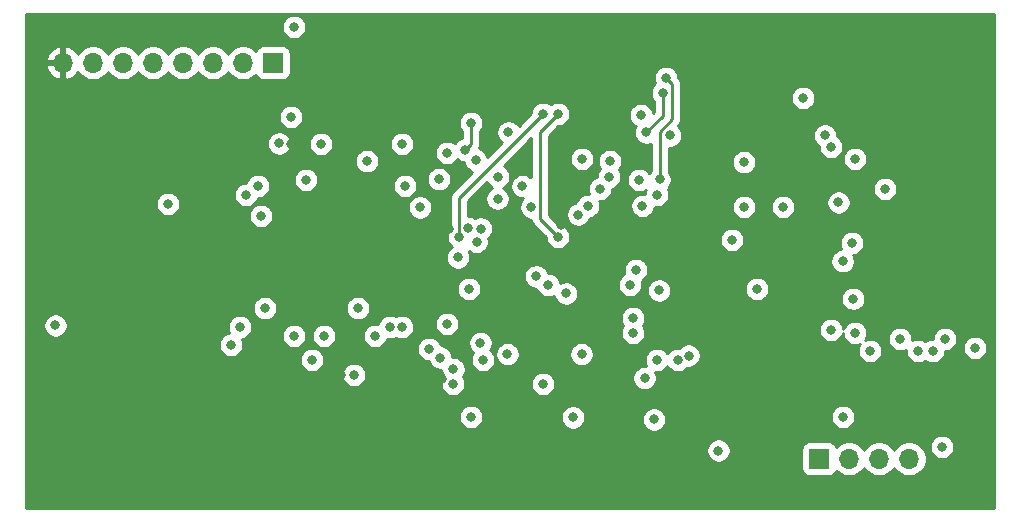
<source format=gbr>
%TF.GenerationSoftware,KiCad,Pcbnew,(5.1.10-1-10_14)*%
%TF.CreationDate,2021-12-18T11:36:21-05:00*%
%TF.ProjectId,control-unit,636f6e74-726f-46c2-9d75-6e69742e6b69,rev?*%
%TF.SameCoordinates,Original*%
%TF.FileFunction,Copper,L2,Inr*%
%TF.FilePolarity,Positive*%
%FSLAX46Y46*%
G04 Gerber Fmt 4.6, Leading zero omitted, Abs format (unit mm)*
G04 Created by KiCad (PCBNEW (5.1.10-1-10_14)) date 2021-12-18 11:36:21*
%MOMM*%
%LPD*%
G01*
G04 APERTURE LIST*
%TA.AperFunction,ComponentPad*%
%ADD10O,1.700000X1.700000*%
%TD*%
%TA.AperFunction,ComponentPad*%
%ADD11R,1.700000X1.700000*%
%TD*%
%TA.AperFunction,ViaPad*%
%ADD12C,0.800000*%
%TD*%
%TA.AperFunction,Conductor*%
%ADD13C,0.250000*%
%TD*%
%TA.AperFunction,Conductor*%
%ADD14C,0.254000*%
%TD*%
%TA.AperFunction,Conductor*%
%ADD15C,0.100000*%
%TD*%
G04 APERTURE END LIST*
D10*
%TO.N,CARRY_FLAG*%
%TO.C,J4*%
X182372000Y-116332000D03*
%TO.N,SIGN_FLAG*%
X179832000Y-116332000D03*
%TO.N,ZERO_FLAG*%
X177292000Y-116332000D03*
D11*
%TO.N,OVERFLOW_FLAG*%
X174752000Y-116332000D03*
%TD*%
D10*
%TO.N,GND*%
%TO.C,J3*%
X110744000Y-82804000D03*
%TO.N,VCC*%
X113284000Y-82804000D03*
%TO.N,ADR0*%
X115824000Y-82804000D03*
%TO.N,ADR1*%
X118364000Y-82804000D03*
%TO.N,ADR2*%
X120904000Y-82804000D03*
%TO.N,ADR3*%
X123444000Y-82804000D03*
%TO.N,EN*%
X125984000Y-82804000D03*
D11*
%TO.N,LOAD_PROGRAM_COUNTER_COND*%
X128524000Y-82804000D03*
%TD*%
D12*
%TO.N,VCC*%
X110109000Y-105029000D03*
X129048633Y-89626104D03*
X136466500Y-91117500D03*
X145677521Y-91009202D03*
X127830500Y-103563500D03*
X135704500Y-103563500D03*
X157040500Y-91117500D03*
X145116000Y-101936000D03*
X169500000Y-101936000D03*
X168393712Y-91203607D03*
X177800000Y-90932000D03*
X177640500Y-102775500D03*
X161216011Y-102071010D03*
X153339125Y-102325010D03*
X130302000Y-79756000D03*
%TO.N,GND*%
X124079000Y-91059000D03*
X130048000Y-89662000D03*
X134551500Y-96842500D03*
X143441500Y-96842500D03*
X131318000Y-101600000D03*
X156494000Y-101884000D03*
X150114000Y-109982000D03*
X158427500Y-109288500D03*
X166301500Y-109542500D03*
X174937500Y-109542500D03*
X172974000Y-102108000D03*
X174788990Y-96842500D03*
X134315118Y-109261562D03*
X142792240Y-109557609D03*
X164158248Y-97079124D03*
X188149000Y-96709000D03*
X187895000Y-109155000D03*
X163718000Y-102071010D03*
X148287507Y-101689236D03*
X152902141Y-96567264D03*
X173378500Y-80113500D03*
X136144000Y-81788000D03*
X123594500Y-110847500D03*
X114808000Y-99060000D03*
%TO.N,CARRY_FLAG*%
X139446000Y-89662000D03*
X156972000Y-92456000D03*
X159802990Y-94915205D03*
X161036000Y-107950000D03*
X148451357Y-88682990D03*
X173403500Y-85773500D03*
X161036000Y-93980000D03*
%TO.N,SIGN_FLAG*%
X144780000Y-90170000D03*
X145034000Y-96774000D03*
X142561305Y-92647769D03*
X142683650Y-107752310D03*
X159512000Y-92710000D03*
X176784000Y-112776000D03*
X145288000Y-87884000D03*
%TO.N,OVERFLOW_FLAG*%
X141753507Y-107024652D03*
X144186526Y-99283205D03*
X145288000Y-112776000D03*
X166241412Y-115629089D03*
X161539340Y-85348660D03*
X160115733Y-88699004D03*
%TO.N,ZERO_FLAG*%
X140970000Y-95032990D03*
X155207149Y-94922011D03*
X163718000Y-107584000D03*
X150810199Y-100874990D03*
X150404990Y-95032990D03*
X161798000Y-84074000D03*
X161255708Y-92675708D03*
%TO.N,Net-(U10-Pad1)*%
X177546000Y-98044000D03*
X168402000Y-94996000D03*
%TO.N,Net-(U11-Pad1)*%
X181610000Y-106172000D03*
X179070000Y-107188000D03*
%TO.N,~JS*%
X130048000Y-87376000D03*
X132588000Y-89662000D03*
%TO.N,~JNO*%
X119634000Y-94742000D03*
X147542766Y-94307980D03*
%TO.N,OR_JNS*%
X154686000Y-90932000D03*
X175768000Y-89916000D03*
%TO.N,OR_JS*%
X143256000Y-90424000D03*
X162150882Y-88943043D03*
%TO.N,OR_JNO*%
X146118500Y-96842500D03*
X159258000Y-100330000D03*
%TO.N,OR_JO*%
X145759010Y-97971421D03*
X158750000Y-101600000D03*
%TO.N,~JNB_JAE_JNC*%
X126238000Y-93980000D03*
X149636883Y-93239564D03*
%TO.N,~JB_JNAE_JC*%
X127254000Y-93218000D03*
X131318000Y-92710000D03*
%TO.N,OR_JNB_JAE_JNC*%
X147574000Y-92456000D03*
X175260000Y-88943043D03*
%TO.N,OR_JNE_JNZ*%
X152654000Y-97536000D03*
X152654012Y-87122000D03*
%TO.N,OR_JE_JZ*%
X144272000Y-97536000D03*
X151379336Y-87117344D03*
%TO.N,OR_JB_JNAE_JC*%
X139700000Y-93218000D03*
X159665080Y-87223032D03*
%TO.N,~JG_JNLE*%
X146304000Y-107950000D03*
X146079228Y-106499989D03*
%TO.N,~JA_JNBE*%
X127508000Y-95758000D03*
X154371114Y-95647021D03*
%TO.N,OR_JL_JNGE*%
X151384000Y-109982000D03*
X160781992Y-112986957D03*
%TO.N,OR_JA_JNBE*%
X167386000Y-97790000D03*
X183134000Y-107188000D03*
%TO.N,SF=OF*%
X148366000Y-107472000D03*
X154656000Y-107472000D03*
%TO.N,~JLE_JNG*%
X130302000Y-105918000D03*
X131826000Y-107950000D03*
%TO.N,OR_JGE_JNL*%
X143256000Y-104902000D03*
X159004000Y-104394000D03*
X175768000Y-105410000D03*
X184404000Y-107188000D03*
%TO.N,OR_JBE_JNA*%
X185166000Y-115316000D03*
X153924000Y-112812990D03*
%TO.N,OR_JG_JNLE*%
X139446000Y-105156000D03*
X159004000Y-105664000D03*
X177800000Y-105664000D03*
X185420000Y-106172000D03*
%TO.N,OR_JUMP*%
X124968000Y-106680000D03*
X187960000Y-106934000D03*
%TO.N,Net-(U14-Pad1)*%
X159983010Y-109489677D03*
X143793142Y-108741142D03*
%TO.N,Net-(U4-Pad8)*%
X132842000Y-105918000D03*
X162791076Y-107959281D03*
%TO.N,Net-(U4-Pad4)*%
X135382000Y-109219988D03*
X137159992Y-105918000D03*
%TO.N,Net-(U5-Pad13)*%
X156209994Y-93472000D03*
X151810211Y-101610337D03*
%TO.N,Net-(U6-Pad12)*%
X143764000Y-109982000D03*
X138430000Y-105156000D03*
%TO.N,Net-(U10-Pad13)*%
X180340000Y-93472000D03*
X176400953Y-94625094D03*
%TO.N,Net-(U11-Pad13)*%
X171704000Y-94996000D03*
X176760428Y-99600891D03*
%TO.N,LOAD_PROGRAM_COUNTER_COND*%
X125730000Y-105156000D03*
%TD*%
D13*
%TO.N,SIGN_FLAG*%
X145288000Y-89662000D02*
X144780000Y-90170000D01*
X145288000Y-87884000D02*
X145288000Y-89662000D01*
%TO.N,OVERFLOW_FLAG*%
X161539340Y-87275397D02*
X160115733Y-88699004D01*
X161539340Y-85348660D02*
X161539340Y-87275397D01*
%TO.N,ZERO_FLAG*%
X162306000Y-84582000D02*
X162306000Y-87575899D01*
X162306000Y-87575899D02*
X161255708Y-88626191D01*
X161798000Y-84074000D02*
X162306000Y-84582000D01*
X161255708Y-88626191D02*
X161255708Y-92675708D01*
%TO.N,OR_JNE_JNZ*%
X152654000Y-97536000D02*
X151130000Y-96012000D01*
X151130000Y-96012000D02*
X151130000Y-88646012D01*
X151130000Y-88646012D02*
X152654012Y-87122000D01*
%TO.N,OR_JE_JZ*%
X144272000Y-94224680D02*
X151379336Y-87117344D01*
X144272000Y-97536000D02*
X144272000Y-94224680D01*
%TD*%
D14*
%TO.N,GND*%
X189586001Y-120109572D02*
X189586000Y-120109582D01*
X189586000Y-120498000D01*
X107594000Y-120498000D01*
X107594000Y-115527150D01*
X165206412Y-115527150D01*
X165206412Y-115731028D01*
X165246186Y-115930987D01*
X165324207Y-116119345D01*
X165437475Y-116288863D01*
X165581638Y-116433026D01*
X165751156Y-116546294D01*
X165939514Y-116624315D01*
X166139473Y-116664089D01*
X166343351Y-116664089D01*
X166543310Y-116624315D01*
X166731668Y-116546294D01*
X166901186Y-116433026D01*
X167045349Y-116288863D01*
X167158617Y-116119345D01*
X167236638Y-115930987D01*
X167276412Y-115731028D01*
X167276412Y-115527150D01*
X167267432Y-115482000D01*
X173263928Y-115482000D01*
X173263928Y-117182000D01*
X173276188Y-117306482D01*
X173312498Y-117426180D01*
X173371463Y-117536494D01*
X173450815Y-117633185D01*
X173547506Y-117712537D01*
X173657820Y-117771502D01*
X173777518Y-117807812D01*
X173902000Y-117820072D01*
X175602000Y-117820072D01*
X175726482Y-117807812D01*
X175846180Y-117771502D01*
X175956494Y-117712537D01*
X176053185Y-117633185D01*
X176132537Y-117536494D01*
X176191502Y-117426180D01*
X176213513Y-117353620D01*
X176345368Y-117485475D01*
X176588589Y-117647990D01*
X176858842Y-117759932D01*
X177145740Y-117817000D01*
X177438260Y-117817000D01*
X177725158Y-117759932D01*
X177995411Y-117647990D01*
X178238632Y-117485475D01*
X178445475Y-117278632D01*
X178562000Y-117104240D01*
X178678525Y-117278632D01*
X178885368Y-117485475D01*
X179128589Y-117647990D01*
X179398842Y-117759932D01*
X179685740Y-117817000D01*
X179978260Y-117817000D01*
X180265158Y-117759932D01*
X180535411Y-117647990D01*
X180778632Y-117485475D01*
X180985475Y-117278632D01*
X181102000Y-117104240D01*
X181218525Y-117278632D01*
X181425368Y-117485475D01*
X181668589Y-117647990D01*
X181938842Y-117759932D01*
X182225740Y-117817000D01*
X182518260Y-117817000D01*
X182805158Y-117759932D01*
X183075411Y-117647990D01*
X183318632Y-117485475D01*
X183525475Y-117278632D01*
X183687990Y-117035411D01*
X183799932Y-116765158D01*
X183857000Y-116478260D01*
X183857000Y-116185740D01*
X183799932Y-115898842D01*
X183687990Y-115628589D01*
X183525475Y-115385368D01*
X183354168Y-115214061D01*
X184131000Y-115214061D01*
X184131000Y-115417939D01*
X184170774Y-115617898D01*
X184248795Y-115806256D01*
X184362063Y-115975774D01*
X184506226Y-116119937D01*
X184675744Y-116233205D01*
X184864102Y-116311226D01*
X185064061Y-116351000D01*
X185267939Y-116351000D01*
X185467898Y-116311226D01*
X185656256Y-116233205D01*
X185825774Y-116119937D01*
X185969937Y-115975774D01*
X186083205Y-115806256D01*
X186161226Y-115617898D01*
X186201000Y-115417939D01*
X186201000Y-115214061D01*
X186161226Y-115014102D01*
X186083205Y-114825744D01*
X185969937Y-114656226D01*
X185825774Y-114512063D01*
X185656256Y-114398795D01*
X185467898Y-114320774D01*
X185267939Y-114281000D01*
X185064061Y-114281000D01*
X184864102Y-114320774D01*
X184675744Y-114398795D01*
X184506226Y-114512063D01*
X184362063Y-114656226D01*
X184248795Y-114825744D01*
X184170774Y-115014102D01*
X184131000Y-115214061D01*
X183354168Y-115214061D01*
X183318632Y-115178525D01*
X183075411Y-115016010D01*
X182805158Y-114904068D01*
X182518260Y-114847000D01*
X182225740Y-114847000D01*
X181938842Y-114904068D01*
X181668589Y-115016010D01*
X181425368Y-115178525D01*
X181218525Y-115385368D01*
X181102000Y-115559760D01*
X180985475Y-115385368D01*
X180778632Y-115178525D01*
X180535411Y-115016010D01*
X180265158Y-114904068D01*
X179978260Y-114847000D01*
X179685740Y-114847000D01*
X179398842Y-114904068D01*
X179128589Y-115016010D01*
X178885368Y-115178525D01*
X178678525Y-115385368D01*
X178562000Y-115559760D01*
X178445475Y-115385368D01*
X178238632Y-115178525D01*
X177995411Y-115016010D01*
X177725158Y-114904068D01*
X177438260Y-114847000D01*
X177145740Y-114847000D01*
X176858842Y-114904068D01*
X176588589Y-115016010D01*
X176345368Y-115178525D01*
X176213513Y-115310380D01*
X176191502Y-115237820D01*
X176132537Y-115127506D01*
X176053185Y-115030815D01*
X175956494Y-114951463D01*
X175846180Y-114892498D01*
X175726482Y-114856188D01*
X175602000Y-114843928D01*
X173902000Y-114843928D01*
X173777518Y-114856188D01*
X173657820Y-114892498D01*
X173547506Y-114951463D01*
X173450815Y-115030815D01*
X173371463Y-115127506D01*
X173312498Y-115237820D01*
X173276188Y-115357518D01*
X173263928Y-115482000D01*
X167267432Y-115482000D01*
X167236638Y-115327191D01*
X167158617Y-115138833D01*
X167045349Y-114969315D01*
X166901186Y-114825152D01*
X166731668Y-114711884D01*
X166543310Y-114633863D01*
X166343351Y-114594089D01*
X166139473Y-114594089D01*
X165939514Y-114633863D01*
X165751156Y-114711884D01*
X165581638Y-114825152D01*
X165437475Y-114969315D01*
X165324207Y-115138833D01*
X165246186Y-115327191D01*
X165206412Y-115527150D01*
X107594000Y-115527150D01*
X107594000Y-112674061D01*
X144253000Y-112674061D01*
X144253000Y-112877939D01*
X144292774Y-113077898D01*
X144370795Y-113266256D01*
X144484063Y-113435774D01*
X144628226Y-113579937D01*
X144797744Y-113693205D01*
X144986102Y-113771226D01*
X145186061Y-113811000D01*
X145389939Y-113811000D01*
X145589898Y-113771226D01*
X145778256Y-113693205D01*
X145947774Y-113579937D01*
X146091937Y-113435774D01*
X146205205Y-113266256D01*
X146283226Y-113077898D01*
X146323000Y-112877939D01*
X146323000Y-112711051D01*
X152889000Y-112711051D01*
X152889000Y-112914929D01*
X152928774Y-113114888D01*
X153006795Y-113303246D01*
X153120063Y-113472764D01*
X153264226Y-113616927D01*
X153433744Y-113730195D01*
X153622102Y-113808216D01*
X153822061Y-113847990D01*
X154025939Y-113847990D01*
X154225898Y-113808216D01*
X154414256Y-113730195D01*
X154583774Y-113616927D01*
X154727937Y-113472764D01*
X154841205Y-113303246D01*
X154919226Y-113114888D01*
X154959000Y-112914929D01*
X154959000Y-112885018D01*
X159746992Y-112885018D01*
X159746992Y-113088896D01*
X159786766Y-113288855D01*
X159864787Y-113477213D01*
X159978055Y-113646731D01*
X160122218Y-113790894D01*
X160291736Y-113904162D01*
X160480094Y-113982183D01*
X160680053Y-114021957D01*
X160883931Y-114021957D01*
X161083890Y-113982183D01*
X161272248Y-113904162D01*
X161441766Y-113790894D01*
X161585929Y-113646731D01*
X161699197Y-113477213D01*
X161777218Y-113288855D01*
X161816992Y-113088896D01*
X161816992Y-112885018D01*
X161777218Y-112685059D01*
X161772663Y-112674061D01*
X175749000Y-112674061D01*
X175749000Y-112877939D01*
X175788774Y-113077898D01*
X175866795Y-113266256D01*
X175980063Y-113435774D01*
X176124226Y-113579937D01*
X176293744Y-113693205D01*
X176482102Y-113771226D01*
X176682061Y-113811000D01*
X176885939Y-113811000D01*
X177085898Y-113771226D01*
X177274256Y-113693205D01*
X177443774Y-113579937D01*
X177587937Y-113435774D01*
X177701205Y-113266256D01*
X177779226Y-113077898D01*
X177819000Y-112877939D01*
X177819000Y-112674061D01*
X177779226Y-112474102D01*
X177701205Y-112285744D01*
X177587937Y-112116226D01*
X177443774Y-111972063D01*
X177274256Y-111858795D01*
X177085898Y-111780774D01*
X176885939Y-111741000D01*
X176682061Y-111741000D01*
X176482102Y-111780774D01*
X176293744Y-111858795D01*
X176124226Y-111972063D01*
X175980063Y-112116226D01*
X175866795Y-112285744D01*
X175788774Y-112474102D01*
X175749000Y-112674061D01*
X161772663Y-112674061D01*
X161699197Y-112496701D01*
X161585929Y-112327183D01*
X161441766Y-112183020D01*
X161272248Y-112069752D01*
X161083890Y-111991731D01*
X160883931Y-111951957D01*
X160680053Y-111951957D01*
X160480094Y-111991731D01*
X160291736Y-112069752D01*
X160122218Y-112183020D01*
X159978055Y-112327183D01*
X159864787Y-112496701D01*
X159786766Y-112685059D01*
X159746992Y-112885018D01*
X154959000Y-112885018D01*
X154959000Y-112711051D01*
X154919226Y-112511092D01*
X154841205Y-112322734D01*
X154727937Y-112153216D01*
X154583774Y-112009053D01*
X154414256Y-111895785D01*
X154225898Y-111817764D01*
X154025939Y-111777990D01*
X153822061Y-111777990D01*
X153622102Y-111817764D01*
X153433744Y-111895785D01*
X153264226Y-112009053D01*
X153120063Y-112153216D01*
X153006795Y-112322734D01*
X152928774Y-112511092D01*
X152889000Y-112711051D01*
X146323000Y-112711051D01*
X146323000Y-112674061D01*
X146283226Y-112474102D01*
X146205205Y-112285744D01*
X146091937Y-112116226D01*
X145947774Y-111972063D01*
X145778256Y-111858795D01*
X145589898Y-111780774D01*
X145389939Y-111741000D01*
X145186061Y-111741000D01*
X144986102Y-111780774D01*
X144797744Y-111858795D01*
X144628226Y-111972063D01*
X144484063Y-112116226D01*
X144370795Y-112285744D01*
X144292774Y-112474102D01*
X144253000Y-112674061D01*
X107594000Y-112674061D01*
X107594000Y-109118049D01*
X134347000Y-109118049D01*
X134347000Y-109321927D01*
X134386774Y-109521886D01*
X134464795Y-109710244D01*
X134578063Y-109879762D01*
X134722226Y-110023925D01*
X134891744Y-110137193D01*
X135080102Y-110215214D01*
X135280061Y-110254988D01*
X135483939Y-110254988D01*
X135683898Y-110215214D01*
X135872256Y-110137193D01*
X136041774Y-110023925D01*
X136185937Y-109879762D01*
X136299205Y-109710244D01*
X136377226Y-109521886D01*
X136417000Y-109321927D01*
X136417000Y-109118049D01*
X136377226Y-108918090D01*
X136299205Y-108729732D01*
X136185937Y-108560214D01*
X136041774Y-108416051D01*
X135872256Y-108302783D01*
X135683898Y-108224762D01*
X135483939Y-108184988D01*
X135280061Y-108184988D01*
X135080102Y-108224762D01*
X134891744Y-108302783D01*
X134722226Y-108416051D01*
X134578063Y-108560214D01*
X134464795Y-108729732D01*
X134386774Y-108918090D01*
X134347000Y-109118049D01*
X107594000Y-109118049D01*
X107594000Y-107848061D01*
X130791000Y-107848061D01*
X130791000Y-108051939D01*
X130830774Y-108251898D01*
X130908795Y-108440256D01*
X131022063Y-108609774D01*
X131166226Y-108753937D01*
X131335744Y-108867205D01*
X131524102Y-108945226D01*
X131724061Y-108985000D01*
X131927939Y-108985000D01*
X132127898Y-108945226D01*
X132316256Y-108867205D01*
X132485774Y-108753937D01*
X132629937Y-108609774D01*
X132743205Y-108440256D01*
X132821226Y-108251898D01*
X132861000Y-108051939D01*
X132861000Y-107848061D01*
X132821226Y-107648102D01*
X132743205Y-107459744D01*
X132629937Y-107290226D01*
X132485774Y-107146063D01*
X132316256Y-107032795D01*
X132127898Y-106954774D01*
X131927939Y-106915000D01*
X131724061Y-106915000D01*
X131524102Y-106954774D01*
X131335744Y-107032795D01*
X131166226Y-107146063D01*
X131022063Y-107290226D01*
X130908795Y-107459744D01*
X130830774Y-107648102D01*
X130791000Y-107848061D01*
X107594000Y-107848061D01*
X107594000Y-106578061D01*
X123933000Y-106578061D01*
X123933000Y-106781939D01*
X123972774Y-106981898D01*
X124050795Y-107170256D01*
X124164063Y-107339774D01*
X124308226Y-107483937D01*
X124477744Y-107597205D01*
X124666102Y-107675226D01*
X124866061Y-107715000D01*
X125069939Y-107715000D01*
X125269898Y-107675226D01*
X125458256Y-107597205D01*
X125627774Y-107483937D01*
X125771937Y-107339774D01*
X125885205Y-107170256D01*
X125963226Y-106981898D01*
X126003000Y-106781939D01*
X126003000Y-106578061D01*
X125963226Y-106378102D01*
X125885205Y-106189744D01*
X125879697Y-106181500D01*
X126031898Y-106151226D01*
X126220256Y-106073205D01*
X126389774Y-105959937D01*
X126533650Y-105816061D01*
X129267000Y-105816061D01*
X129267000Y-106019939D01*
X129306774Y-106219898D01*
X129384795Y-106408256D01*
X129498063Y-106577774D01*
X129642226Y-106721937D01*
X129811744Y-106835205D01*
X130000102Y-106913226D01*
X130200061Y-106953000D01*
X130403939Y-106953000D01*
X130603898Y-106913226D01*
X130792256Y-106835205D01*
X130961774Y-106721937D01*
X131105937Y-106577774D01*
X131219205Y-106408256D01*
X131297226Y-106219898D01*
X131337000Y-106019939D01*
X131337000Y-105816061D01*
X131807000Y-105816061D01*
X131807000Y-106019939D01*
X131846774Y-106219898D01*
X131924795Y-106408256D01*
X132038063Y-106577774D01*
X132182226Y-106721937D01*
X132351744Y-106835205D01*
X132540102Y-106913226D01*
X132740061Y-106953000D01*
X132943939Y-106953000D01*
X133143898Y-106913226D01*
X133332256Y-106835205D01*
X133501774Y-106721937D01*
X133645937Y-106577774D01*
X133759205Y-106408256D01*
X133837226Y-106219898D01*
X133877000Y-106019939D01*
X133877000Y-105816061D01*
X136124992Y-105816061D01*
X136124992Y-106019939D01*
X136164766Y-106219898D01*
X136242787Y-106408256D01*
X136356055Y-106577774D01*
X136500218Y-106721937D01*
X136669736Y-106835205D01*
X136858094Y-106913226D01*
X137058053Y-106953000D01*
X137261931Y-106953000D01*
X137414195Y-106922713D01*
X140718507Y-106922713D01*
X140718507Y-107126591D01*
X140758281Y-107326550D01*
X140836302Y-107514908D01*
X140949570Y-107684426D01*
X141093733Y-107828589D01*
X141263251Y-107941857D01*
X141451609Y-108019878D01*
X141651568Y-108059652D01*
X141690679Y-108059652D01*
X141766445Y-108242566D01*
X141879713Y-108412084D01*
X142023876Y-108556247D01*
X142193394Y-108669515D01*
X142381752Y-108747536D01*
X142581711Y-108787310D01*
X142758142Y-108787310D01*
X142758142Y-108843081D01*
X142797916Y-109043040D01*
X142875937Y-109231398D01*
X142948345Y-109339764D01*
X142846795Y-109491744D01*
X142768774Y-109680102D01*
X142729000Y-109880061D01*
X142729000Y-110083939D01*
X142768774Y-110283898D01*
X142846795Y-110472256D01*
X142960063Y-110641774D01*
X143104226Y-110785937D01*
X143273744Y-110899205D01*
X143462102Y-110977226D01*
X143662061Y-111017000D01*
X143865939Y-111017000D01*
X144065898Y-110977226D01*
X144254256Y-110899205D01*
X144423774Y-110785937D01*
X144567937Y-110641774D01*
X144681205Y-110472256D01*
X144759226Y-110283898D01*
X144799000Y-110083939D01*
X144799000Y-109880061D01*
X150349000Y-109880061D01*
X150349000Y-110083939D01*
X150388774Y-110283898D01*
X150466795Y-110472256D01*
X150580063Y-110641774D01*
X150724226Y-110785937D01*
X150893744Y-110899205D01*
X151082102Y-110977226D01*
X151282061Y-111017000D01*
X151485939Y-111017000D01*
X151685898Y-110977226D01*
X151874256Y-110899205D01*
X152043774Y-110785937D01*
X152187937Y-110641774D01*
X152301205Y-110472256D01*
X152379226Y-110283898D01*
X152419000Y-110083939D01*
X152419000Y-109880061D01*
X152379226Y-109680102D01*
X152301205Y-109491744D01*
X152231711Y-109387738D01*
X158948010Y-109387738D01*
X158948010Y-109591616D01*
X158987784Y-109791575D01*
X159065805Y-109979933D01*
X159179073Y-110149451D01*
X159323236Y-110293614D01*
X159492754Y-110406882D01*
X159681112Y-110484903D01*
X159881071Y-110524677D01*
X160084949Y-110524677D01*
X160284908Y-110484903D01*
X160473266Y-110406882D01*
X160642784Y-110293614D01*
X160786947Y-110149451D01*
X160900215Y-109979933D01*
X160978236Y-109791575D01*
X161018010Y-109591616D01*
X161018010Y-109387738D01*
X160978236Y-109187779D01*
X160900215Y-108999421D01*
X160883914Y-108975025D01*
X160934061Y-108985000D01*
X161137939Y-108985000D01*
X161337898Y-108945226D01*
X161526256Y-108867205D01*
X161695774Y-108753937D01*
X161839937Y-108609774D01*
X161910437Y-108504263D01*
X161987139Y-108619055D01*
X162131302Y-108763218D01*
X162300820Y-108876486D01*
X162489178Y-108954507D01*
X162689137Y-108994281D01*
X162893015Y-108994281D01*
X163092974Y-108954507D01*
X163281332Y-108876486D01*
X163450850Y-108763218D01*
X163595013Y-108619055D01*
X163597515Y-108615311D01*
X163616061Y-108619000D01*
X163819939Y-108619000D01*
X164019898Y-108579226D01*
X164208256Y-108501205D01*
X164377774Y-108387937D01*
X164521937Y-108243774D01*
X164635205Y-108074256D01*
X164713226Y-107885898D01*
X164753000Y-107685939D01*
X164753000Y-107482061D01*
X164713226Y-107282102D01*
X164635205Y-107093744D01*
X164521937Y-106924226D01*
X164377774Y-106780063D01*
X164208256Y-106666795D01*
X164019898Y-106588774D01*
X163819939Y-106549000D01*
X163616061Y-106549000D01*
X163416102Y-106588774D01*
X163227744Y-106666795D01*
X163058226Y-106780063D01*
X162914063Y-106924226D01*
X162911561Y-106927970D01*
X162893015Y-106924281D01*
X162689137Y-106924281D01*
X162489178Y-106964055D01*
X162300820Y-107042076D01*
X162131302Y-107155344D01*
X161987139Y-107299507D01*
X161916639Y-107405018D01*
X161839937Y-107290226D01*
X161695774Y-107146063D01*
X161526256Y-107032795D01*
X161337898Y-106954774D01*
X161137939Y-106915000D01*
X160934061Y-106915000D01*
X160734102Y-106954774D01*
X160545744Y-107032795D01*
X160376226Y-107146063D01*
X160232063Y-107290226D01*
X160118795Y-107459744D01*
X160040774Y-107648102D01*
X160001000Y-107848061D01*
X160001000Y-108051939D01*
X160040774Y-108251898D01*
X160118795Y-108440256D01*
X160135096Y-108464652D01*
X160084949Y-108454677D01*
X159881071Y-108454677D01*
X159681112Y-108494451D01*
X159492754Y-108572472D01*
X159323236Y-108685740D01*
X159179073Y-108829903D01*
X159065805Y-108999421D01*
X158987784Y-109187779D01*
X158948010Y-109387738D01*
X152231711Y-109387738D01*
X152187937Y-109322226D01*
X152043774Y-109178063D01*
X151874256Y-109064795D01*
X151685898Y-108986774D01*
X151485939Y-108947000D01*
X151282061Y-108947000D01*
X151082102Y-108986774D01*
X150893744Y-109064795D01*
X150724226Y-109178063D01*
X150580063Y-109322226D01*
X150466795Y-109491744D01*
X150388774Y-109680102D01*
X150349000Y-109880061D01*
X144799000Y-109880061D01*
X144759226Y-109680102D01*
X144681205Y-109491744D01*
X144608797Y-109383378D01*
X144710347Y-109231398D01*
X144788368Y-109043040D01*
X144828142Y-108843081D01*
X144828142Y-108639203D01*
X144788368Y-108439244D01*
X144710347Y-108250886D01*
X144597079Y-108081368D01*
X144452916Y-107937205D01*
X144283398Y-107823937D01*
X144095040Y-107745916D01*
X143895081Y-107706142D01*
X143718650Y-107706142D01*
X143718650Y-107650371D01*
X143678876Y-107450412D01*
X143600855Y-107262054D01*
X143487587Y-107092536D01*
X143343424Y-106948373D01*
X143173906Y-106835105D01*
X142985548Y-106757084D01*
X142785589Y-106717310D01*
X142746478Y-106717310D01*
X142670712Y-106534396D01*
X142579609Y-106398050D01*
X145044228Y-106398050D01*
X145044228Y-106601928D01*
X145084002Y-106801887D01*
X145162023Y-106990245D01*
X145275291Y-107159763D01*
X145419454Y-107303926D01*
X145468854Y-107336934D01*
X145386795Y-107459744D01*
X145308774Y-107648102D01*
X145269000Y-107848061D01*
X145269000Y-108051939D01*
X145308774Y-108251898D01*
X145386795Y-108440256D01*
X145500063Y-108609774D01*
X145644226Y-108753937D01*
X145813744Y-108867205D01*
X146002102Y-108945226D01*
X146202061Y-108985000D01*
X146405939Y-108985000D01*
X146605898Y-108945226D01*
X146794256Y-108867205D01*
X146963774Y-108753937D01*
X147107937Y-108609774D01*
X147221205Y-108440256D01*
X147299226Y-108251898D01*
X147339000Y-108051939D01*
X147339000Y-107848061D01*
X147299226Y-107648102D01*
X147221205Y-107459744D01*
X147161281Y-107370061D01*
X147331000Y-107370061D01*
X147331000Y-107573939D01*
X147370774Y-107773898D01*
X147448795Y-107962256D01*
X147562063Y-108131774D01*
X147706226Y-108275937D01*
X147875744Y-108389205D01*
X148064102Y-108467226D01*
X148264061Y-108507000D01*
X148467939Y-108507000D01*
X148667898Y-108467226D01*
X148856256Y-108389205D01*
X149025774Y-108275937D01*
X149169937Y-108131774D01*
X149283205Y-107962256D01*
X149361226Y-107773898D01*
X149401000Y-107573939D01*
X149401000Y-107370061D01*
X153621000Y-107370061D01*
X153621000Y-107573939D01*
X153660774Y-107773898D01*
X153738795Y-107962256D01*
X153852063Y-108131774D01*
X153996226Y-108275937D01*
X154165744Y-108389205D01*
X154354102Y-108467226D01*
X154554061Y-108507000D01*
X154757939Y-108507000D01*
X154957898Y-108467226D01*
X155146256Y-108389205D01*
X155315774Y-108275937D01*
X155459937Y-108131774D01*
X155573205Y-107962256D01*
X155651226Y-107773898D01*
X155691000Y-107573939D01*
X155691000Y-107370061D01*
X155651226Y-107170102D01*
X155573205Y-106981744D01*
X155459937Y-106812226D01*
X155315774Y-106668063D01*
X155146256Y-106554795D01*
X154957898Y-106476774D01*
X154757939Y-106437000D01*
X154554061Y-106437000D01*
X154354102Y-106476774D01*
X154165744Y-106554795D01*
X153996226Y-106668063D01*
X153852063Y-106812226D01*
X153738795Y-106981744D01*
X153660774Y-107170102D01*
X153621000Y-107370061D01*
X149401000Y-107370061D01*
X149361226Y-107170102D01*
X149283205Y-106981744D01*
X149169937Y-106812226D01*
X149025774Y-106668063D01*
X148856256Y-106554795D01*
X148667898Y-106476774D01*
X148467939Y-106437000D01*
X148264061Y-106437000D01*
X148064102Y-106476774D01*
X147875744Y-106554795D01*
X147706226Y-106668063D01*
X147562063Y-106812226D01*
X147448795Y-106981744D01*
X147370774Y-107170102D01*
X147331000Y-107370061D01*
X147161281Y-107370061D01*
X147107937Y-107290226D01*
X146963774Y-107146063D01*
X146914374Y-107113055D01*
X146996433Y-106990245D01*
X147074454Y-106801887D01*
X147114228Y-106601928D01*
X147114228Y-106398050D01*
X147074454Y-106198091D01*
X146996433Y-106009733D01*
X146883165Y-105840215D01*
X146739002Y-105696052D01*
X146569484Y-105582784D01*
X146381126Y-105504763D01*
X146181167Y-105464989D01*
X145977289Y-105464989D01*
X145777330Y-105504763D01*
X145588972Y-105582784D01*
X145419454Y-105696052D01*
X145275291Y-105840215D01*
X145162023Y-106009733D01*
X145084002Y-106198091D01*
X145044228Y-106398050D01*
X142579609Y-106398050D01*
X142557444Y-106364878D01*
X142413281Y-106220715D01*
X142243763Y-106107447D01*
X142055405Y-106029426D01*
X141855446Y-105989652D01*
X141651568Y-105989652D01*
X141451609Y-106029426D01*
X141263251Y-106107447D01*
X141093733Y-106220715D01*
X140949570Y-106364878D01*
X140836302Y-106534396D01*
X140758281Y-106722754D01*
X140718507Y-106922713D01*
X137414195Y-106922713D01*
X137461890Y-106913226D01*
X137650248Y-106835205D01*
X137819766Y-106721937D01*
X137963929Y-106577774D01*
X138077197Y-106408256D01*
X138155218Y-106219898D01*
X138167326Y-106159028D01*
X138328061Y-106191000D01*
X138531939Y-106191000D01*
X138731898Y-106151226D01*
X138920256Y-106073205D01*
X138938000Y-106061349D01*
X138955744Y-106073205D01*
X139144102Y-106151226D01*
X139344061Y-106191000D01*
X139547939Y-106191000D01*
X139747898Y-106151226D01*
X139936256Y-106073205D01*
X140105774Y-105959937D01*
X140249937Y-105815774D01*
X140363205Y-105646256D01*
X140441226Y-105457898D01*
X140481000Y-105257939D01*
X140481000Y-105054061D01*
X140441226Y-104854102D01*
X140418842Y-104800061D01*
X142221000Y-104800061D01*
X142221000Y-105003939D01*
X142260774Y-105203898D01*
X142338795Y-105392256D01*
X142452063Y-105561774D01*
X142596226Y-105705937D01*
X142765744Y-105819205D01*
X142954102Y-105897226D01*
X143154061Y-105937000D01*
X143357939Y-105937000D01*
X143557898Y-105897226D01*
X143746256Y-105819205D01*
X143915774Y-105705937D01*
X144059937Y-105561774D01*
X144173205Y-105392256D01*
X144251226Y-105203898D01*
X144291000Y-105003939D01*
X144291000Y-104800061D01*
X144251226Y-104600102D01*
X144173205Y-104411744D01*
X144093236Y-104292061D01*
X157969000Y-104292061D01*
X157969000Y-104495939D01*
X158008774Y-104695898D01*
X158086795Y-104884256D01*
X158183510Y-105029000D01*
X158086795Y-105173744D01*
X158008774Y-105362102D01*
X157969000Y-105562061D01*
X157969000Y-105765939D01*
X158008774Y-105965898D01*
X158086795Y-106154256D01*
X158200063Y-106323774D01*
X158344226Y-106467937D01*
X158513744Y-106581205D01*
X158702102Y-106659226D01*
X158902061Y-106699000D01*
X159105939Y-106699000D01*
X159305898Y-106659226D01*
X159494256Y-106581205D01*
X159663774Y-106467937D01*
X159807937Y-106323774D01*
X159921205Y-106154256D01*
X159999226Y-105965898D01*
X160039000Y-105765939D01*
X160039000Y-105562061D01*
X159999226Y-105362102D01*
X159976842Y-105308061D01*
X174733000Y-105308061D01*
X174733000Y-105511939D01*
X174772774Y-105711898D01*
X174850795Y-105900256D01*
X174964063Y-106069774D01*
X175108226Y-106213937D01*
X175277744Y-106327205D01*
X175466102Y-106405226D01*
X175666061Y-106445000D01*
X175869939Y-106445000D01*
X176069898Y-106405226D01*
X176258256Y-106327205D01*
X176427774Y-106213937D01*
X176571937Y-106069774D01*
X176685205Y-105900256D01*
X176763226Y-105711898D01*
X176765000Y-105702979D01*
X176765000Y-105765939D01*
X176804774Y-105965898D01*
X176882795Y-106154256D01*
X176996063Y-106323774D01*
X177140226Y-106467937D01*
X177309744Y-106581205D01*
X177498102Y-106659226D01*
X177698061Y-106699000D01*
X177901939Y-106699000D01*
X178101898Y-106659226D01*
X178207859Y-106615335D01*
X178152795Y-106697744D01*
X178074774Y-106886102D01*
X178035000Y-107086061D01*
X178035000Y-107289939D01*
X178074774Y-107489898D01*
X178152795Y-107678256D01*
X178266063Y-107847774D01*
X178410226Y-107991937D01*
X178579744Y-108105205D01*
X178768102Y-108183226D01*
X178968061Y-108223000D01*
X179171939Y-108223000D01*
X179371898Y-108183226D01*
X179560256Y-108105205D01*
X179729774Y-107991937D01*
X179873937Y-107847774D01*
X179987205Y-107678256D01*
X180065226Y-107489898D01*
X180105000Y-107289939D01*
X180105000Y-107086061D01*
X180065226Y-106886102D01*
X179987205Y-106697744D01*
X179873937Y-106528226D01*
X179729774Y-106384063D01*
X179560256Y-106270795D01*
X179371898Y-106192774D01*
X179171939Y-106153000D01*
X178968061Y-106153000D01*
X178768102Y-106192774D01*
X178662141Y-106236665D01*
X178717205Y-106154256D01*
X178752079Y-106070061D01*
X180575000Y-106070061D01*
X180575000Y-106273939D01*
X180614774Y-106473898D01*
X180692795Y-106662256D01*
X180806063Y-106831774D01*
X180950226Y-106975937D01*
X181119744Y-107089205D01*
X181308102Y-107167226D01*
X181508061Y-107207000D01*
X181711939Y-107207000D01*
X181911898Y-107167226D01*
X182099000Y-107089725D01*
X182099000Y-107289939D01*
X182138774Y-107489898D01*
X182216795Y-107678256D01*
X182330063Y-107847774D01*
X182474226Y-107991937D01*
X182643744Y-108105205D01*
X182832102Y-108183226D01*
X183032061Y-108223000D01*
X183235939Y-108223000D01*
X183435898Y-108183226D01*
X183624256Y-108105205D01*
X183769000Y-108008490D01*
X183913744Y-108105205D01*
X184102102Y-108183226D01*
X184302061Y-108223000D01*
X184505939Y-108223000D01*
X184705898Y-108183226D01*
X184894256Y-108105205D01*
X185063774Y-107991937D01*
X185207937Y-107847774D01*
X185321205Y-107678256D01*
X185399226Y-107489898D01*
X185439000Y-107289939D01*
X185439000Y-107207000D01*
X185521939Y-107207000D01*
X185721898Y-107167226D01*
X185910256Y-107089205D01*
X186079774Y-106975937D01*
X186223650Y-106832061D01*
X186925000Y-106832061D01*
X186925000Y-107035939D01*
X186964774Y-107235898D01*
X187042795Y-107424256D01*
X187156063Y-107593774D01*
X187300226Y-107737937D01*
X187469744Y-107851205D01*
X187658102Y-107929226D01*
X187858061Y-107969000D01*
X188061939Y-107969000D01*
X188261898Y-107929226D01*
X188450256Y-107851205D01*
X188619774Y-107737937D01*
X188763937Y-107593774D01*
X188877205Y-107424256D01*
X188955226Y-107235898D01*
X188995000Y-107035939D01*
X188995000Y-106832061D01*
X188955226Y-106632102D01*
X188877205Y-106443744D01*
X188763937Y-106274226D01*
X188619774Y-106130063D01*
X188450256Y-106016795D01*
X188261898Y-105938774D01*
X188061939Y-105899000D01*
X187858061Y-105899000D01*
X187658102Y-105938774D01*
X187469744Y-106016795D01*
X187300226Y-106130063D01*
X187156063Y-106274226D01*
X187042795Y-106443744D01*
X186964774Y-106632102D01*
X186925000Y-106832061D01*
X186223650Y-106832061D01*
X186223937Y-106831774D01*
X186337205Y-106662256D01*
X186415226Y-106473898D01*
X186455000Y-106273939D01*
X186455000Y-106070061D01*
X186415226Y-105870102D01*
X186337205Y-105681744D01*
X186223937Y-105512226D01*
X186079774Y-105368063D01*
X185910256Y-105254795D01*
X185721898Y-105176774D01*
X185521939Y-105137000D01*
X185318061Y-105137000D01*
X185118102Y-105176774D01*
X184929744Y-105254795D01*
X184760226Y-105368063D01*
X184616063Y-105512226D01*
X184502795Y-105681744D01*
X184424774Y-105870102D01*
X184385000Y-106070061D01*
X184385000Y-106153000D01*
X184302061Y-106153000D01*
X184102102Y-106192774D01*
X183913744Y-106270795D01*
X183769000Y-106367510D01*
X183624256Y-106270795D01*
X183435898Y-106192774D01*
X183235939Y-106153000D01*
X183032061Y-106153000D01*
X182832102Y-106192774D01*
X182645000Y-106270275D01*
X182645000Y-106070061D01*
X182605226Y-105870102D01*
X182527205Y-105681744D01*
X182413937Y-105512226D01*
X182269774Y-105368063D01*
X182100256Y-105254795D01*
X181911898Y-105176774D01*
X181711939Y-105137000D01*
X181508061Y-105137000D01*
X181308102Y-105176774D01*
X181119744Y-105254795D01*
X180950226Y-105368063D01*
X180806063Y-105512226D01*
X180692795Y-105681744D01*
X180614774Y-105870102D01*
X180575000Y-106070061D01*
X178752079Y-106070061D01*
X178795226Y-105965898D01*
X178835000Y-105765939D01*
X178835000Y-105562061D01*
X178795226Y-105362102D01*
X178717205Y-105173744D01*
X178603937Y-105004226D01*
X178459774Y-104860063D01*
X178290256Y-104746795D01*
X178101898Y-104668774D01*
X177901939Y-104629000D01*
X177698061Y-104629000D01*
X177498102Y-104668774D01*
X177309744Y-104746795D01*
X177140226Y-104860063D01*
X176996063Y-105004226D01*
X176882795Y-105173744D01*
X176804774Y-105362102D01*
X176803000Y-105371021D01*
X176803000Y-105308061D01*
X176763226Y-105108102D01*
X176685205Y-104919744D01*
X176571937Y-104750226D01*
X176427774Y-104606063D01*
X176258256Y-104492795D01*
X176069898Y-104414774D01*
X175869939Y-104375000D01*
X175666061Y-104375000D01*
X175466102Y-104414774D01*
X175277744Y-104492795D01*
X175108226Y-104606063D01*
X174964063Y-104750226D01*
X174850795Y-104919744D01*
X174772774Y-105108102D01*
X174733000Y-105308061D01*
X159976842Y-105308061D01*
X159921205Y-105173744D01*
X159824490Y-105029000D01*
X159921205Y-104884256D01*
X159999226Y-104695898D01*
X160039000Y-104495939D01*
X160039000Y-104292061D01*
X159999226Y-104092102D01*
X159921205Y-103903744D01*
X159807937Y-103734226D01*
X159663774Y-103590063D01*
X159494256Y-103476795D01*
X159305898Y-103398774D01*
X159105939Y-103359000D01*
X158902061Y-103359000D01*
X158702102Y-103398774D01*
X158513744Y-103476795D01*
X158344226Y-103590063D01*
X158200063Y-103734226D01*
X158086795Y-103903744D01*
X158008774Y-104092102D01*
X157969000Y-104292061D01*
X144093236Y-104292061D01*
X144059937Y-104242226D01*
X143915774Y-104098063D01*
X143746256Y-103984795D01*
X143557898Y-103906774D01*
X143357939Y-103867000D01*
X143154061Y-103867000D01*
X142954102Y-103906774D01*
X142765744Y-103984795D01*
X142596226Y-104098063D01*
X142452063Y-104242226D01*
X142338795Y-104411744D01*
X142260774Y-104600102D01*
X142221000Y-104800061D01*
X140418842Y-104800061D01*
X140363205Y-104665744D01*
X140249937Y-104496226D01*
X140105774Y-104352063D01*
X139936256Y-104238795D01*
X139747898Y-104160774D01*
X139547939Y-104121000D01*
X139344061Y-104121000D01*
X139144102Y-104160774D01*
X138955744Y-104238795D01*
X138938000Y-104250651D01*
X138920256Y-104238795D01*
X138731898Y-104160774D01*
X138531939Y-104121000D01*
X138328061Y-104121000D01*
X138128102Y-104160774D01*
X137939744Y-104238795D01*
X137770226Y-104352063D01*
X137626063Y-104496226D01*
X137512795Y-104665744D01*
X137434774Y-104854102D01*
X137422666Y-104914972D01*
X137261931Y-104883000D01*
X137058053Y-104883000D01*
X136858094Y-104922774D01*
X136669736Y-105000795D01*
X136500218Y-105114063D01*
X136356055Y-105258226D01*
X136242787Y-105427744D01*
X136164766Y-105616102D01*
X136124992Y-105816061D01*
X133877000Y-105816061D01*
X133837226Y-105616102D01*
X133759205Y-105427744D01*
X133645937Y-105258226D01*
X133501774Y-105114063D01*
X133332256Y-105000795D01*
X133143898Y-104922774D01*
X132943939Y-104883000D01*
X132740061Y-104883000D01*
X132540102Y-104922774D01*
X132351744Y-105000795D01*
X132182226Y-105114063D01*
X132038063Y-105258226D01*
X131924795Y-105427744D01*
X131846774Y-105616102D01*
X131807000Y-105816061D01*
X131337000Y-105816061D01*
X131297226Y-105616102D01*
X131219205Y-105427744D01*
X131105937Y-105258226D01*
X130961774Y-105114063D01*
X130792256Y-105000795D01*
X130603898Y-104922774D01*
X130403939Y-104883000D01*
X130200061Y-104883000D01*
X130000102Y-104922774D01*
X129811744Y-105000795D01*
X129642226Y-105114063D01*
X129498063Y-105258226D01*
X129384795Y-105427744D01*
X129306774Y-105616102D01*
X129267000Y-105816061D01*
X126533650Y-105816061D01*
X126533937Y-105815774D01*
X126647205Y-105646256D01*
X126725226Y-105457898D01*
X126765000Y-105257939D01*
X126765000Y-105054061D01*
X126725226Y-104854102D01*
X126647205Y-104665744D01*
X126533937Y-104496226D01*
X126389774Y-104352063D01*
X126220256Y-104238795D01*
X126031898Y-104160774D01*
X125831939Y-104121000D01*
X125628061Y-104121000D01*
X125428102Y-104160774D01*
X125239744Y-104238795D01*
X125070226Y-104352063D01*
X124926063Y-104496226D01*
X124812795Y-104665744D01*
X124734774Y-104854102D01*
X124695000Y-105054061D01*
X124695000Y-105257939D01*
X124734774Y-105457898D01*
X124812795Y-105646256D01*
X124818303Y-105654500D01*
X124666102Y-105684774D01*
X124477744Y-105762795D01*
X124308226Y-105876063D01*
X124164063Y-106020226D01*
X124050795Y-106189744D01*
X123972774Y-106378102D01*
X123933000Y-106578061D01*
X107594000Y-106578061D01*
X107594000Y-104927061D01*
X109074000Y-104927061D01*
X109074000Y-105130939D01*
X109113774Y-105330898D01*
X109191795Y-105519256D01*
X109305063Y-105688774D01*
X109449226Y-105832937D01*
X109618744Y-105946205D01*
X109807102Y-106024226D01*
X110007061Y-106064000D01*
X110210939Y-106064000D01*
X110410898Y-106024226D01*
X110599256Y-105946205D01*
X110768774Y-105832937D01*
X110912937Y-105688774D01*
X111026205Y-105519256D01*
X111104226Y-105330898D01*
X111144000Y-105130939D01*
X111144000Y-104927061D01*
X111104226Y-104727102D01*
X111026205Y-104538744D01*
X110912937Y-104369226D01*
X110768774Y-104225063D01*
X110599256Y-104111795D01*
X110410898Y-104033774D01*
X110210939Y-103994000D01*
X110007061Y-103994000D01*
X109807102Y-104033774D01*
X109618744Y-104111795D01*
X109449226Y-104225063D01*
X109305063Y-104369226D01*
X109191795Y-104538744D01*
X109113774Y-104727102D01*
X109074000Y-104927061D01*
X107594000Y-104927061D01*
X107594000Y-103461561D01*
X126795500Y-103461561D01*
X126795500Y-103665439D01*
X126835274Y-103865398D01*
X126913295Y-104053756D01*
X127026563Y-104223274D01*
X127170726Y-104367437D01*
X127340244Y-104480705D01*
X127528602Y-104558726D01*
X127728561Y-104598500D01*
X127932439Y-104598500D01*
X128132398Y-104558726D01*
X128320756Y-104480705D01*
X128490274Y-104367437D01*
X128634437Y-104223274D01*
X128747705Y-104053756D01*
X128825726Y-103865398D01*
X128865500Y-103665439D01*
X128865500Y-103461561D01*
X134669500Y-103461561D01*
X134669500Y-103665439D01*
X134709274Y-103865398D01*
X134787295Y-104053756D01*
X134900563Y-104223274D01*
X135044726Y-104367437D01*
X135214244Y-104480705D01*
X135402602Y-104558726D01*
X135602561Y-104598500D01*
X135806439Y-104598500D01*
X136006398Y-104558726D01*
X136194756Y-104480705D01*
X136364274Y-104367437D01*
X136508437Y-104223274D01*
X136621705Y-104053756D01*
X136699726Y-103865398D01*
X136739500Y-103665439D01*
X136739500Y-103461561D01*
X136699726Y-103261602D01*
X136621705Y-103073244D01*
X136508437Y-102903726D01*
X136364274Y-102759563D01*
X136194756Y-102646295D01*
X136006398Y-102568274D01*
X135806439Y-102528500D01*
X135602561Y-102528500D01*
X135402602Y-102568274D01*
X135214244Y-102646295D01*
X135044726Y-102759563D01*
X134900563Y-102903726D01*
X134787295Y-103073244D01*
X134709274Y-103261602D01*
X134669500Y-103461561D01*
X128865500Y-103461561D01*
X128825726Y-103261602D01*
X128747705Y-103073244D01*
X128634437Y-102903726D01*
X128490274Y-102759563D01*
X128320756Y-102646295D01*
X128132398Y-102568274D01*
X127932439Y-102528500D01*
X127728561Y-102528500D01*
X127528602Y-102568274D01*
X127340244Y-102646295D01*
X127170726Y-102759563D01*
X127026563Y-102903726D01*
X126913295Y-103073244D01*
X126835274Y-103261602D01*
X126795500Y-103461561D01*
X107594000Y-103461561D01*
X107594000Y-101834061D01*
X144081000Y-101834061D01*
X144081000Y-102037939D01*
X144120774Y-102237898D01*
X144198795Y-102426256D01*
X144312063Y-102595774D01*
X144456226Y-102739937D01*
X144625744Y-102853205D01*
X144814102Y-102931226D01*
X145014061Y-102971000D01*
X145217939Y-102971000D01*
X145417898Y-102931226D01*
X145606256Y-102853205D01*
X145775774Y-102739937D01*
X145919937Y-102595774D01*
X146033205Y-102426256D01*
X146111226Y-102237898D01*
X146151000Y-102037939D01*
X146151000Y-101834061D01*
X146111226Y-101634102D01*
X146033205Y-101445744D01*
X145919937Y-101276226D01*
X145775774Y-101132063D01*
X145606256Y-101018795D01*
X145417898Y-100940774D01*
X145217939Y-100901000D01*
X145014061Y-100901000D01*
X144814102Y-100940774D01*
X144625744Y-101018795D01*
X144456226Y-101132063D01*
X144312063Y-101276226D01*
X144198795Y-101445744D01*
X144120774Y-101634102D01*
X144081000Y-101834061D01*
X107594000Y-101834061D01*
X107594000Y-100773051D01*
X149775199Y-100773051D01*
X149775199Y-100976929D01*
X149814973Y-101176888D01*
X149892994Y-101365246D01*
X150006262Y-101534764D01*
X150150425Y-101678927D01*
X150319943Y-101792195D01*
X150508301Y-101870216D01*
X150708260Y-101909990D01*
X150814538Y-101909990D01*
X150814985Y-101912235D01*
X150893006Y-102100593D01*
X151006274Y-102270111D01*
X151150437Y-102414274D01*
X151319955Y-102527542D01*
X151508313Y-102605563D01*
X151708272Y-102645337D01*
X151912150Y-102645337D01*
X152112109Y-102605563D01*
X152300467Y-102527542D01*
X152321358Y-102513583D01*
X152343899Y-102626908D01*
X152421920Y-102815266D01*
X152535188Y-102984784D01*
X152679351Y-103128947D01*
X152848869Y-103242215D01*
X153037227Y-103320236D01*
X153237186Y-103360010D01*
X153441064Y-103360010D01*
X153641023Y-103320236D01*
X153829381Y-103242215D01*
X153998899Y-103128947D01*
X154143062Y-102984784D01*
X154256330Y-102815266D01*
X154334351Y-102626908D01*
X154374125Y-102426949D01*
X154374125Y-102223071D01*
X154334351Y-102023112D01*
X154256330Y-101834754D01*
X154143062Y-101665236D01*
X153998899Y-101521073D01*
X153964460Y-101498061D01*
X157715000Y-101498061D01*
X157715000Y-101701939D01*
X157754774Y-101901898D01*
X157832795Y-102090256D01*
X157946063Y-102259774D01*
X158090226Y-102403937D01*
X158259744Y-102517205D01*
X158448102Y-102595226D01*
X158648061Y-102635000D01*
X158851939Y-102635000D01*
X159051898Y-102595226D01*
X159240256Y-102517205D01*
X159409774Y-102403937D01*
X159553937Y-102259774D01*
X159667205Y-102090256D01*
X159717401Y-101969071D01*
X160181011Y-101969071D01*
X160181011Y-102172949D01*
X160220785Y-102372908D01*
X160298806Y-102561266D01*
X160412074Y-102730784D01*
X160556237Y-102874947D01*
X160725755Y-102988215D01*
X160914113Y-103066236D01*
X161114072Y-103106010D01*
X161317950Y-103106010D01*
X161517909Y-103066236D01*
X161706267Y-102988215D01*
X161875785Y-102874947D01*
X162019948Y-102730784D01*
X162133216Y-102561266D01*
X162211237Y-102372908D01*
X162251011Y-102172949D01*
X162251011Y-101969071D01*
X162224157Y-101834061D01*
X168465000Y-101834061D01*
X168465000Y-102037939D01*
X168504774Y-102237898D01*
X168582795Y-102426256D01*
X168696063Y-102595774D01*
X168840226Y-102739937D01*
X169009744Y-102853205D01*
X169198102Y-102931226D01*
X169398061Y-102971000D01*
X169601939Y-102971000D01*
X169801898Y-102931226D01*
X169990256Y-102853205D01*
X170159774Y-102739937D01*
X170226150Y-102673561D01*
X176605500Y-102673561D01*
X176605500Y-102877439D01*
X176645274Y-103077398D01*
X176723295Y-103265756D01*
X176836563Y-103435274D01*
X176980726Y-103579437D01*
X177150244Y-103692705D01*
X177338602Y-103770726D01*
X177538561Y-103810500D01*
X177742439Y-103810500D01*
X177942398Y-103770726D01*
X178130756Y-103692705D01*
X178300274Y-103579437D01*
X178444437Y-103435274D01*
X178557705Y-103265756D01*
X178635726Y-103077398D01*
X178675500Y-102877439D01*
X178675500Y-102673561D01*
X178635726Y-102473602D01*
X178557705Y-102285244D01*
X178444437Y-102115726D01*
X178300274Y-101971563D01*
X178130756Y-101858295D01*
X177942398Y-101780274D01*
X177742439Y-101740500D01*
X177538561Y-101740500D01*
X177338602Y-101780274D01*
X177150244Y-101858295D01*
X176980726Y-101971563D01*
X176836563Y-102115726D01*
X176723295Y-102285244D01*
X176645274Y-102473602D01*
X176605500Y-102673561D01*
X170226150Y-102673561D01*
X170303937Y-102595774D01*
X170417205Y-102426256D01*
X170495226Y-102237898D01*
X170535000Y-102037939D01*
X170535000Y-101834061D01*
X170495226Y-101634102D01*
X170417205Y-101445744D01*
X170303937Y-101276226D01*
X170159774Y-101132063D01*
X169990256Y-101018795D01*
X169801898Y-100940774D01*
X169601939Y-100901000D01*
X169398061Y-100901000D01*
X169198102Y-100940774D01*
X169009744Y-101018795D01*
X168840226Y-101132063D01*
X168696063Y-101276226D01*
X168582795Y-101445744D01*
X168504774Y-101634102D01*
X168465000Y-101834061D01*
X162224157Y-101834061D01*
X162211237Y-101769112D01*
X162133216Y-101580754D01*
X162019948Y-101411236D01*
X161875785Y-101267073D01*
X161706267Y-101153805D01*
X161517909Y-101075784D01*
X161317950Y-101036010D01*
X161114072Y-101036010D01*
X160914113Y-101075784D01*
X160725755Y-101153805D01*
X160556237Y-101267073D01*
X160412074Y-101411236D01*
X160298806Y-101580754D01*
X160220785Y-101769112D01*
X160181011Y-101969071D01*
X159717401Y-101969071D01*
X159745226Y-101901898D01*
X159785000Y-101701939D01*
X159785000Y-101498061D01*
X159745226Y-101298102D01*
X159727675Y-101255730D01*
X159748256Y-101247205D01*
X159917774Y-101133937D01*
X160061937Y-100989774D01*
X160175205Y-100820256D01*
X160253226Y-100631898D01*
X160293000Y-100431939D01*
X160293000Y-100228061D01*
X160253226Y-100028102D01*
X160175205Y-99839744D01*
X160061937Y-99670226D01*
X159917774Y-99526063D01*
X159877200Y-99498952D01*
X175725428Y-99498952D01*
X175725428Y-99702830D01*
X175765202Y-99902789D01*
X175843223Y-100091147D01*
X175956491Y-100260665D01*
X176100654Y-100404828D01*
X176270172Y-100518096D01*
X176458530Y-100596117D01*
X176658489Y-100635891D01*
X176862367Y-100635891D01*
X177062326Y-100596117D01*
X177250684Y-100518096D01*
X177420202Y-100404828D01*
X177564365Y-100260665D01*
X177677633Y-100091147D01*
X177755654Y-99902789D01*
X177795428Y-99702830D01*
X177795428Y-99498952D01*
X177755654Y-99298993D01*
X177677633Y-99110635D01*
X177655491Y-99077498D01*
X177847898Y-99039226D01*
X178036256Y-98961205D01*
X178205774Y-98847937D01*
X178349937Y-98703774D01*
X178463205Y-98534256D01*
X178541226Y-98345898D01*
X178581000Y-98145939D01*
X178581000Y-97942061D01*
X178541226Y-97742102D01*
X178463205Y-97553744D01*
X178349937Y-97384226D01*
X178205774Y-97240063D01*
X178036256Y-97126795D01*
X177847898Y-97048774D01*
X177647939Y-97009000D01*
X177444061Y-97009000D01*
X177244102Y-97048774D01*
X177055744Y-97126795D01*
X176886226Y-97240063D01*
X176742063Y-97384226D01*
X176628795Y-97553744D01*
X176550774Y-97742102D01*
X176511000Y-97942061D01*
X176511000Y-98145939D01*
X176550774Y-98345898D01*
X176628795Y-98534256D01*
X176650937Y-98567393D01*
X176458530Y-98605665D01*
X176270172Y-98683686D01*
X176100654Y-98796954D01*
X175956491Y-98941117D01*
X175843223Y-99110635D01*
X175765202Y-99298993D01*
X175725428Y-99498952D01*
X159877200Y-99498952D01*
X159748256Y-99412795D01*
X159559898Y-99334774D01*
X159359939Y-99295000D01*
X159156061Y-99295000D01*
X158956102Y-99334774D01*
X158767744Y-99412795D01*
X158598226Y-99526063D01*
X158454063Y-99670226D01*
X158340795Y-99839744D01*
X158262774Y-100028102D01*
X158223000Y-100228061D01*
X158223000Y-100431939D01*
X158262774Y-100631898D01*
X158280325Y-100674270D01*
X158259744Y-100682795D01*
X158090226Y-100796063D01*
X157946063Y-100940226D01*
X157832795Y-101109744D01*
X157754774Y-101298102D01*
X157715000Y-101498061D01*
X153964460Y-101498061D01*
X153829381Y-101407805D01*
X153641023Y-101329784D01*
X153441064Y-101290010D01*
X153237186Y-101290010D01*
X153037227Y-101329784D01*
X152848869Y-101407805D01*
X152827978Y-101421764D01*
X152805437Y-101308439D01*
X152727416Y-101120081D01*
X152614148Y-100950563D01*
X152469985Y-100806400D01*
X152300467Y-100693132D01*
X152112109Y-100615111D01*
X151912150Y-100575337D01*
X151805872Y-100575337D01*
X151805425Y-100573092D01*
X151727404Y-100384734D01*
X151614136Y-100215216D01*
X151469973Y-100071053D01*
X151300455Y-99957785D01*
X151112097Y-99879764D01*
X150912138Y-99839990D01*
X150708260Y-99839990D01*
X150508301Y-99879764D01*
X150319943Y-99957785D01*
X150150425Y-100071053D01*
X150006262Y-100215216D01*
X149892994Y-100384734D01*
X149814973Y-100573092D01*
X149775199Y-100773051D01*
X107594000Y-100773051D01*
X107594000Y-94640061D01*
X118599000Y-94640061D01*
X118599000Y-94843939D01*
X118638774Y-95043898D01*
X118716795Y-95232256D01*
X118830063Y-95401774D01*
X118974226Y-95545937D01*
X119143744Y-95659205D01*
X119332102Y-95737226D01*
X119532061Y-95777000D01*
X119735939Y-95777000D01*
X119935898Y-95737226D01*
X120124256Y-95659205D01*
X120128961Y-95656061D01*
X126473000Y-95656061D01*
X126473000Y-95859939D01*
X126512774Y-96059898D01*
X126590795Y-96248256D01*
X126704063Y-96417774D01*
X126848226Y-96561937D01*
X127017744Y-96675205D01*
X127206102Y-96753226D01*
X127406061Y-96793000D01*
X127609939Y-96793000D01*
X127809898Y-96753226D01*
X127998256Y-96675205D01*
X128167774Y-96561937D01*
X128311937Y-96417774D01*
X128425205Y-96248256D01*
X128503226Y-96059898D01*
X128543000Y-95859939D01*
X128543000Y-95656061D01*
X128503226Y-95456102D01*
X128425205Y-95267744D01*
X128311937Y-95098226D01*
X128167774Y-94954063D01*
X128133335Y-94931051D01*
X139935000Y-94931051D01*
X139935000Y-95134929D01*
X139974774Y-95334888D01*
X140052795Y-95523246D01*
X140166063Y-95692764D01*
X140310226Y-95836927D01*
X140479744Y-95950195D01*
X140668102Y-96028216D01*
X140868061Y-96067990D01*
X141071939Y-96067990D01*
X141271898Y-96028216D01*
X141460256Y-95950195D01*
X141629774Y-95836927D01*
X141773937Y-95692764D01*
X141887205Y-95523246D01*
X141965226Y-95334888D01*
X142005000Y-95134929D01*
X142005000Y-94931051D01*
X141965226Y-94731092D01*
X141887205Y-94542734D01*
X141773937Y-94373216D01*
X141629774Y-94229053D01*
X141460256Y-94115785D01*
X141271898Y-94037764D01*
X141071939Y-93997990D01*
X140868061Y-93997990D01*
X140668102Y-94037764D01*
X140479744Y-94115785D01*
X140310226Y-94229053D01*
X140166063Y-94373216D01*
X140052795Y-94542734D01*
X139974774Y-94731092D01*
X139935000Y-94931051D01*
X128133335Y-94931051D01*
X127998256Y-94840795D01*
X127809898Y-94762774D01*
X127609939Y-94723000D01*
X127406061Y-94723000D01*
X127206102Y-94762774D01*
X127017744Y-94840795D01*
X126848226Y-94954063D01*
X126704063Y-95098226D01*
X126590795Y-95267744D01*
X126512774Y-95456102D01*
X126473000Y-95656061D01*
X120128961Y-95656061D01*
X120293774Y-95545937D01*
X120437937Y-95401774D01*
X120551205Y-95232256D01*
X120629226Y-95043898D01*
X120669000Y-94843939D01*
X120669000Y-94640061D01*
X120629226Y-94440102D01*
X120551205Y-94251744D01*
X120437937Y-94082226D01*
X120293774Y-93938063D01*
X120203975Y-93878061D01*
X125203000Y-93878061D01*
X125203000Y-94081939D01*
X125242774Y-94281898D01*
X125320795Y-94470256D01*
X125434063Y-94639774D01*
X125578226Y-94783937D01*
X125747744Y-94897205D01*
X125936102Y-94975226D01*
X126136061Y-95015000D01*
X126339939Y-95015000D01*
X126539898Y-94975226D01*
X126728256Y-94897205D01*
X126897774Y-94783937D01*
X127041937Y-94639774D01*
X127155205Y-94470256D01*
X127233226Y-94281898D01*
X127238974Y-94253000D01*
X127355939Y-94253000D01*
X127555898Y-94213226D01*
X127744256Y-94135205D01*
X127913774Y-94021937D01*
X128057937Y-93877774D01*
X128171205Y-93708256D01*
X128249226Y-93519898D01*
X128289000Y-93319939D01*
X128289000Y-93116061D01*
X128249226Y-92916102D01*
X128171205Y-92727744D01*
X128091236Y-92608061D01*
X130283000Y-92608061D01*
X130283000Y-92811939D01*
X130322774Y-93011898D01*
X130400795Y-93200256D01*
X130514063Y-93369774D01*
X130658226Y-93513937D01*
X130827744Y-93627205D01*
X131016102Y-93705226D01*
X131216061Y-93745000D01*
X131419939Y-93745000D01*
X131619898Y-93705226D01*
X131808256Y-93627205D01*
X131977774Y-93513937D01*
X132121937Y-93369774D01*
X132235205Y-93200256D01*
X132270079Y-93116061D01*
X138665000Y-93116061D01*
X138665000Y-93319939D01*
X138704774Y-93519898D01*
X138782795Y-93708256D01*
X138896063Y-93877774D01*
X139040226Y-94021937D01*
X139209744Y-94135205D01*
X139398102Y-94213226D01*
X139598061Y-94253000D01*
X139801939Y-94253000D01*
X140001898Y-94213226D01*
X140190256Y-94135205D01*
X140359774Y-94021937D01*
X140503937Y-93877774D01*
X140617205Y-93708256D01*
X140695226Y-93519898D01*
X140735000Y-93319939D01*
X140735000Y-93116061D01*
X140695226Y-92916102D01*
X140617205Y-92727744D01*
X140503937Y-92558226D01*
X140491541Y-92545830D01*
X141526305Y-92545830D01*
X141526305Y-92749708D01*
X141566079Y-92949667D01*
X141644100Y-93138025D01*
X141757368Y-93307543D01*
X141901531Y-93451706D01*
X142071049Y-93564974D01*
X142259407Y-93642995D01*
X142459366Y-93682769D01*
X142663244Y-93682769D01*
X142863203Y-93642995D01*
X143051561Y-93564974D01*
X143221079Y-93451706D01*
X143365242Y-93307543D01*
X143478510Y-93138025D01*
X143556531Y-92949667D01*
X143596305Y-92749708D01*
X143596305Y-92545830D01*
X143556531Y-92345871D01*
X143478510Y-92157513D01*
X143365242Y-91987995D01*
X143221079Y-91843832D01*
X143051561Y-91730564D01*
X142863203Y-91652543D01*
X142663244Y-91612769D01*
X142459366Y-91612769D01*
X142259407Y-91652543D01*
X142071049Y-91730564D01*
X141901531Y-91843832D01*
X141757368Y-91987995D01*
X141644100Y-92157513D01*
X141566079Y-92345871D01*
X141526305Y-92545830D01*
X140491541Y-92545830D01*
X140359774Y-92414063D01*
X140190256Y-92300795D01*
X140001898Y-92222774D01*
X139801939Y-92183000D01*
X139598061Y-92183000D01*
X139398102Y-92222774D01*
X139209744Y-92300795D01*
X139040226Y-92414063D01*
X138896063Y-92558226D01*
X138782795Y-92727744D01*
X138704774Y-92916102D01*
X138665000Y-93116061D01*
X132270079Y-93116061D01*
X132313226Y-93011898D01*
X132353000Y-92811939D01*
X132353000Y-92608061D01*
X132313226Y-92408102D01*
X132235205Y-92219744D01*
X132121937Y-92050226D01*
X131977774Y-91906063D01*
X131808256Y-91792795D01*
X131619898Y-91714774D01*
X131419939Y-91675000D01*
X131216061Y-91675000D01*
X131016102Y-91714774D01*
X130827744Y-91792795D01*
X130658226Y-91906063D01*
X130514063Y-92050226D01*
X130400795Y-92219744D01*
X130322774Y-92408102D01*
X130283000Y-92608061D01*
X128091236Y-92608061D01*
X128057937Y-92558226D01*
X127913774Y-92414063D01*
X127744256Y-92300795D01*
X127555898Y-92222774D01*
X127355939Y-92183000D01*
X127152061Y-92183000D01*
X126952102Y-92222774D01*
X126763744Y-92300795D01*
X126594226Y-92414063D01*
X126450063Y-92558226D01*
X126336795Y-92727744D01*
X126258774Y-92916102D01*
X126253026Y-92945000D01*
X126136061Y-92945000D01*
X125936102Y-92984774D01*
X125747744Y-93062795D01*
X125578226Y-93176063D01*
X125434063Y-93320226D01*
X125320795Y-93489744D01*
X125242774Y-93678102D01*
X125203000Y-93878061D01*
X120203975Y-93878061D01*
X120124256Y-93824795D01*
X119935898Y-93746774D01*
X119735939Y-93707000D01*
X119532061Y-93707000D01*
X119332102Y-93746774D01*
X119143744Y-93824795D01*
X118974226Y-93938063D01*
X118830063Y-94082226D01*
X118716795Y-94251744D01*
X118638774Y-94440102D01*
X118599000Y-94640061D01*
X107594000Y-94640061D01*
X107594000Y-91015561D01*
X135431500Y-91015561D01*
X135431500Y-91219439D01*
X135471274Y-91419398D01*
X135549295Y-91607756D01*
X135662563Y-91777274D01*
X135806726Y-91921437D01*
X135976244Y-92034705D01*
X136164602Y-92112726D01*
X136364561Y-92152500D01*
X136568439Y-92152500D01*
X136768398Y-92112726D01*
X136956756Y-92034705D01*
X137126274Y-91921437D01*
X137270437Y-91777274D01*
X137383705Y-91607756D01*
X137461726Y-91419398D01*
X137501500Y-91219439D01*
X137501500Y-91015561D01*
X137461726Y-90815602D01*
X137383705Y-90627244D01*
X137270437Y-90457726D01*
X137126274Y-90313563D01*
X136956756Y-90200295D01*
X136768398Y-90122274D01*
X136568439Y-90082500D01*
X136364561Y-90082500D01*
X136164602Y-90122274D01*
X135976244Y-90200295D01*
X135806726Y-90313563D01*
X135662563Y-90457726D01*
X135549295Y-90627244D01*
X135471274Y-90815602D01*
X135431500Y-91015561D01*
X107594000Y-91015561D01*
X107594000Y-89524165D01*
X128013633Y-89524165D01*
X128013633Y-89728043D01*
X128053407Y-89928002D01*
X128131428Y-90116360D01*
X128244696Y-90285878D01*
X128388859Y-90430041D01*
X128558377Y-90543309D01*
X128746735Y-90621330D01*
X128946694Y-90661104D01*
X129150572Y-90661104D01*
X129350531Y-90621330D01*
X129538889Y-90543309D01*
X129708407Y-90430041D01*
X129852570Y-90285878D01*
X129965838Y-90116360D01*
X130043859Y-89928002D01*
X130083633Y-89728043D01*
X130083633Y-89560061D01*
X131553000Y-89560061D01*
X131553000Y-89763939D01*
X131592774Y-89963898D01*
X131670795Y-90152256D01*
X131784063Y-90321774D01*
X131928226Y-90465937D01*
X132097744Y-90579205D01*
X132286102Y-90657226D01*
X132486061Y-90697000D01*
X132689939Y-90697000D01*
X132889898Y-90657226D01*
X133078256Y-90579205D01*
X133247774Y-90465937D01*
X133391937Y-90321774D01*
X133505205Y-90152256D01*
X133583226Y-89963898D01*
X133623000Y-89763939D01*
X133623000Y-89560061D01*
X138411000Y-89560061D01*
X138411000Y-89763939D01*
X138450774Y-89963898D01*
X138528795Y-90152256D01*
X138642063Y-90321774D01*
X138786226Y-90465937D01*
X138955744Y-90579205D01*
X139144102Y-90657226D01*
X139344061Y-90697000D01*
X139547939Y-90697000D01*
X139747898Y-90657226D01*
X139936256Y-90579205D01*
X140105774Y-90465937D01*
X140249650Y-90322061D01*
X142221000Y-90322061D01*
X142221000Y-90525939D01*
X142260774Y-90725898D01*
X142338795Y-90914256D01*
X142452063Y-91083774D01*
X142596226Y-91227937D01*
X142765744Y-91341205D01*
X142954102Y-91419226D01*
X143154061Y-91459000D01*
X143357939Y-91459000D01*
X143557898Y-91419226D01*
X143746256Y-91341205D01*
X143915774Y-91227937D01*
X144059937Y-91083774D01*
X144129284Y-90979989D01*
X144289744Y-91087205D01*
X144478102Y-91165226D01*
X144660496Y-91201506D01*
X144682295Y-91311100D01*
X144760316Y-91499458D01*
X144873584Y-91668976D01*
X145017747Y-91813139D01*
X145187265Y-91926407D01*
X145375623Y-92004428D01*
X145410511Y-92011368D01*
X143760998Y-93660881D01*
X143732000Y-93684679D01*
X143708202Y-93713677D01*
X143708201Y-93713678D01*
X143637026Y-93800404D01*
X143566454Y-93932434D01*
X143564747Y-93938063D01*
X143532764Y-94043501D01*
X143522998Y-94075695D01*
X143508324Y-94224680D01*
X143512001Y-94262012D01*
X143512000Y-96832289D01*
X143468063Y-96876226D01*
X143354795Y-97045744D01*
X143276774Y-97234102D01*
X143237000Y-97434061D01*
X143237000Y-97637939D01*
X143276774Y-97837898D01*
X143354795Y-98026256D01*
X143468063Y-98195774D01*
X143612226Y-98339937D01*
X143673751Y-98381047D01*
X143526752Y-98479268D01*
X143382589Y-98623431D01*
X143269321Y-98792949D01*
X143191300Y-98981307D01*
X143151526Y-99181266D01*
X143151526Y-99385144D01*
X143191300Y-99585103D01*
X143269321Y-99773461D01*
X143382589Y-99942979D01*
X143526752Y-100087142D01*
X143696270Y-100200410D01*
X143884628Y-100278431D01*
X144084587Y-100318205D01*
X144288465Y-100318205D01*
X144488424Y-100278431D01*
X144676782Y-100200410D01*
X144846300Y-100087142D01*
X144990463Y-99942979D01*
X145103731Y-99773461D01*
X145181752Y-99585103D01*
X145221526Y-99385144D01*
X145221526Y-99181266D01*
X145181752Y-98981307D01*
X145103731Y-98792949D01*
X145077360Y-98753482D01*
X145099236Y-98775358D01*
X145268754Y-98888626D01*
X145457112Y-98966647D01*
X145657071Y-99006421D01*
X145860949Y-99006421D01*
X146060908Y-98966647D01*
X146249266Y-98888626D01*
X146418784Y-98775358D01*
X146562947Y-98631195D01*
X146676215Y-98461677D01*
X146754236Y-98273319D01*
X146794010Y-98073360D01*
X146794010Y-97869482D01*
X146754236Y-97669523D01*
X146751957Y-97664021D01*
X146778274Y-97646437D01*
X146922437Y-97502274D01*
X147035705Y-97332756D01*
X147113726Y-97144398D01*
X147153500Y-96944439D01*
X147153500Y-96740561D01*
X147113726Y-96540602D01*
X147035705Y-96352244D01*
X146922437Y-96182726D01*
X146778274Y-96038563D01*
X146608756Y-95925295D01*
X146420398Y-95847274D01*
X146220439Y-95807500D01*
X146016561Y-95807500D01*
X145816602Y-95847274D01*
X145628244Y-95925295D01*
X145627509Y-95925786D01*
X145524256Y-95856795D01*
X145335898Y-95778774D01*
X145135939Y-95739000D01*
X145032000Y-95739000D01*
X145032000Y-94539481D01*
X146647548Y-92923933D01*
X146656795Y-92946256D01*
X146770063Y-93115774D01*
X146914226Y-93259937D01*
X147083744Y-93373205D01*
X147089336Y-93375521D01*
X147052510Y-93390775D01*
X146882992Y-93504043D01*
X146738829Y-93648206D01*
X146625561Y-93817724D01*
X146547540Y-94006082D01*
X146507766Y-94206041D01*
X146507766Y-94409919D01*
X146547540Y-94609878D01*
X146625561Y-94798236D01*
X146738829Y-94967754D01*
X146882992Y-95111917D01*
X147052510Y-95225185D01*
X147240868Y-95303206D01*
X147440827Y-95342980D01*
X147644705Y-95342980D01*
X147844664Y-95303206D01*
X148033022Y-95225185D01*
X148202540Y-95111917D01*
X148346703Y-94967754D01*
X148459971Y-94798236D01*
X148537992Y-94609878D01*
X148577766Y-94409919D01*
X148577766Y-94206041D01*
X148537992Y-94006082D01*
X148459971Y-93817724D01*
X148346703Y-93648206D01*
X148202540Y-93504043D01*
X148033022Y-93390775D01*
X148027430Y-93388459D01*
X148064256Y-93373205D01*
X148233774Y-93259937D01*
X148377937Y-93115774D01*
X148491205Y-92946256D01*
X148569226Y-92757898D01*
X148609000Y-92557939D01*
X148609000Y-92354061D01*
X148569226Y-92154102D01*
X148491205Y-91965744D01*
X148377937Y-91796226D01*
X148233774Y-91652063D01*
X148064256Y-91538795D01*
X148041933Y-91529548D01*
X150370001Y-89201481D01*
X150370000Y-92508970D01*
X150296657Y-92435627D01*
X150127139Y-92322359D01*
X149938781Y-92244338D01*
X149738822Y-92204564D01*
X149534944Y-92204564D01*
X149334985Y-92244338D01*
X149146627Y-92322359D01*
X148977109Y-92435627D01*
X148832946Y-92579790D01*
X148719678Y-92749308D01*
X148641657Y-92937666D01*
X148601883Y-93137625D01*
X148601883Y-93341503D01*
X148641657Y-93541462D01*
X148719678Y-93729820D01*
X148832946Y-93899338D01*
X148977109Y-94043501D01*
X149146627Y-94156769D01*
X149334985Y-94234790D01*
X149534944Y-94274564D01*
X149699705Y-94274564D01*
X149601053Y-94373216D01*
X149487785Y-94542734D01*
X149409764Y-94731092D01*
X149369990Y-94931051D01*
X149369990Y-95134929D01*
X149409764Y-95334888D01*
X149487785Y-95523246D01*
X149601053Y-95692764D01*
X149745216Y-95836927D01*
X149914734Y-95950195D01*
X150103092Y-96028216D01*
X150303051Y-96067990D01*
X150371838Y-96067990D01*
X150380997Y-96160985D01*
X150407470Y-96248256D01*
X150424454Y-96304246D01*
X150495026Y-96436276D01*
X150524428Y-96472102D01*
X150589999Y-96552001D01*
X150619002Y-96575803D01*
X151619000Y-97575802D01*
X151619000Y-97637939D01*
X151658774Y-97837898D01*
X151736795Y-98026256D01*
X151850063Y-98195774D01*
X151994226Y-98339937D01*
X152163744Y-98453205D01*
X152352102Y-98531226D01*
X152552061Y-98571000D01*
X152755939Y-98571000D01*
X152955898Y-98531226D01*
X153144256Y-98453205D01*
X153313774Y-98339937D01*
X153457937Y-98195774D01*
X153571205Y-98026256D01*
X153649226Y-97837898D01*
X153679030Y-97688061D01*
X166351000Y-97688061D01*
X166351000Y-97891939D01*
X166390774Y-98091898D01*
X166468795Y-98280256D01*
X166582063Y-98449774D01*
X166726226Y-98593937D01*
X166895744Y-98707205D01*
X167084102Y-98785226D01*
X167284061Y-98825000D01*
X167487939Y-98825000D01*
X167687898Y-98785226D01*
X167876256Y-98707205D01*
X168045774Y-98593937D01*
X168189937Y-98449774D01*
X168303205Y-98280256D01*
X168381226Y-98091898D01*
X168421000Y-97891939D01*
X168421000Y-97688061D01*
X168381226Y-97488102D01*
X168303205Y-97299744D01*
X168189937Y-97130226D01*
X168045774Y-96986063D01*
X167876256Y-96872795D01*
X167687898Y-96794774D01*
X167487939Y-96755000D01*
X167284061Y-96755000D01*
X167084102Y-96794774D01*
X166895744Y-96872795D01*
X166726226Y-96986063D01*
X166582063Y-97130226D01*
X166468795Y-97299744D01*
X166390774Y-97488102D01*
X166351000Y-97688061D01*
X153679030Y-97688061D01*
X153689000Y-97637939D01*
X153689000Y-97434061D01*
X153649226Y-97234102D01*
X153571205Y-97045744D01*
X153457937Y-96876226D01*
X153313774Y-96732063D01*
X153144256Y-96618795D01*
X152955898Y-96540774D01*
X152755939Y-96501000D01*
X152693802Y-96501000D01*
X151890000Y-95697199D01*
X151890000Y-95545082D01*
X153336114Y-95545082D01*
X153336114Y-95748960D01*
X153375888Y-95948919D01*
X153453909Y-96137277D01*
X153567177Y-96306795D01*
X153711340Y-96450958D01*
X153880858Y-96564226D01*
X154069216Y-96642247D01*
X154269175Y-96682021D01*
X154473053Y-96682021D01*
X154673012Y-96642247D01*
X154861370Y-96564226D01*
X155030888Y-96450958D01*
X155175051Y-96306795D01*
X155288319Y-96137277D01*
X155366340Y-95948919D01*
X155367023Y-95945487D01*
X155509047Y-95917237D01*
X155697405Y-95839216D01*
X155866923Y-95725948D01*
X156011086Y-95581785D01*
X156124354Y-95412267D01*
X156202375Y-95223909D01*
X156242149Y-95023950D01*
X156242149Y-94820072D01*
X156202375Y-94620113D01*
X156155522Y-94507000D01*
X156311933Y-94507000D01*
X156511892Y-94467226D01*
X156700250Y-94389205D01*
X156869768Y-94275937D01*
X157013931Y-94131774D01*
X157127199Y-93962256D01*
X157205220Y-93773898D01*
X157244994Y-93573939D01*
X157244994Y-93456975D01*
X157273898Y-93451226D01*
X157462256Y-93373205D01*
X157631774Y-93259937D01*
X157775937Y-93115774D01*
X157889205Y-92946256D01*
X157967226Y-92757898D01*
X157997030Y-92608061D01*
X158477000Y-92608061D01*
X158477000Y-92811939D01*
X158516774Y-93011898D01*
X158594795Y-93200256D01*
X158708063Y-93369774D01*
X158852226Y-93513937D01*
X159021744Y-93627205D01*
X159210102Y-93705226D01*
X159410061Y-93745000D01*
X159613939Y-93745000D01*
X159813898Y-93705226D01*
X160002256Y-93627205D01*
X160084665Y-93572141D01*
X160040774Y-93678102D01*
X160001000Y-93878061D01*
X160001000Y-93899315D01*
X159904929Y-93880205D01*
X159701051Y-93880205D01*
X159501092Y-93919979D01*
X159312734Y-93998000D01*
X159143216Y-94111268D01*
X158999053Y-94255431D01*
X158885785Y-94424949D01*
X158807764Y-94613307D01*
X158767990Y-94813266D01*
X158767990Y-95017144D01*
X158807764Y-95217103D01*
X158885785Y-95405461D01*
X158999053Y-95574979D01*
X159143216Y-95719142D01*
X159312734Y-95832410D01*
X159501092Y-95910431D01*
X159701051Y-95950205D01*
X159904929Y-95950205D01*
X160104888Y-95910431D01*
X160293246Y-95832410D01*
X160462764Y-95719142D01*
X160606927Y-95574979D01*
X160720195Y-95405461D01*
X160798216Y-95217103D01*
X160837990Y-95017144D01*
X160837990Y-94995890D01*
X160934061Y-95015000D01*
X161137939Y-95015000D01*
X161337898Y-94975226D01*
X161526256Y-94897205D01*
X161530961Y-94894061D01*
X167367000Y-94894061D01*
X167367000Y-95097939D01*
X167406774Y-95297898D01*
X167484795Y-95486256D01*
X167598063Y-95655774D01*
X167742226Y-95799937D01*
X167911744Y-95913205D01*
X168100102Y-95991226D01*
X168300061Y-96031000D01*
X168503939Y-96031000D01*
X168703898Y-95991226D01*
X168892256Y-95913205D01*
X169061774Y-95799937D01*
X169205937Y-95655774D01*
X169319205Y-95486256D01*
X169397226Y-95297898D01*
X169437000Y-95097939D01*
X169437000Y-94894061D01*
X170669000Y-94894061D01*
X170669000Y-95097939D01*
X170708774Y-95297898D01*
X170786795Y-95486256D01*
X170900063Y-95655774D01*
X171044226Y-95799937D01*
X171213744Y-95913205D01*
X171402102Y-95991226D01*
X171602061Y-96031000D01*
X171805939Y-96031000D01*
X172005898Y-95991226D01*
X172194256Y-95913205D01*
X172363774Y-95799937D01*
X172507937Y-95655774D01*
X172621205Y-95486256D01*
X172699226Y-95297898D01*
X172739000Y-95097939D01*
X172739000Y-94894061D01*
X172699226Y-94694102D01*
X172628417Y-94523155D01*
X175365953Y-94523155D01*
X175365953Y-94727033D01*
X175405727Y-94926992D01*
X175483748Y-95115350D01*
X175597016Y-95284868D01*
X175741179Y-95429031D01*
X175910697Y-95542299D01*
X176099055Y-95620320D01*
X176299014Y-95660094D01*
X176502892Y-95660094D01*
X176702851Y-95620320D01*
X176891209Y-95542299D01*
X177060727Y-95429031D01*
X177204890Y-95284868D01*
X177318158Y-95115350D01*
X177396179Y-94926992D01*
X177435953Y-94727033D01*
X177435953Y-94523155D01*
X177396179Y-94323196D01*
X177318158Y-94134838D01*
X177204890Y-93965320D01*
X177060727Y-93821157D01*
X176891209Y-93707889D01*
X176702851Y-93629868D01*
X176502892Y-93590094D01*
X176299014Y-93590094D01*
X176099055Y-93629868D01*
X175910697Y-93707889D01*
X175741179Y-93821157D01*
X175597016Y-93965320D01*
X175483748Y-94134838D01*
X175405727Y-94323196D01*
X175365953Y-94523155D01*
X172628417Y-94523155D01*
X172621205Y-94505744D01*
X172507937Y-94336226D01*
X172363774Y-94192063D01*
X172194256Y-94078795D01*
X172005898Y-94000774D01*
X171805939Y-93961000D01*
X171602061Y-93961000D01*
X171402102Y-94000774D01*
X171213744Y-94078795D01*
X171044226Y-94192063D01*
X170900063Y-94336226D01*
X170786795Y-94505744D01*
X170708774Y-94694102D01*
X170669000Y-94894061D01*
X169437000Y-94894061D01*
X169397226Y-94694102D01*
X169319205Y-94505744D01*
X169205937Y-94336226D01*
X169061774Y-94192063D01*
X168892256Y-94078795D01*
X168703898Y-94000774D01*
X168503939Y-93961000D01*
X168300061Y-93961000D01*
X168100102Y-94000774D01*
X167911744Y-94078795D01*
X167742226Y-94192063D01*
X167598063Y-94336226D01*
X167484795Y-94505744D01*
X167406774Y-94694102D01*
X167367000Y-94894061D01*
X161530961Y-94894061D01*
X161695774Y-94783937D01*
X161839937Y-94639774D01*
X161953205Y-94470256D01*
X162031226Y-94281898D01*
X162071000Y-94081939D01*
X162071000Y-93878061D01*
X162031226Y-93678102D01*
X161953205Y-93489744D01*
X161934050Y-93461077D01*
X162025066Y-93370061D01*
X179305000Y-93370061D01*
X179305000Y-93573939D01*
X179344774Y-93773898D01*
X179422795Y-93962256D01*
X179536063Y-94131774D01*
X179680226Y-94275937D01*
X179849744Y-94389205D01*
X180038102Y-94467226D01*
X180238061Y-94507000D01*
X180441939Y-94507000D01*
X180641898Y-94467226D01*
X180830256Y-94389205D01*
X180999774Y-94275937D01*
X181143937Y-94131774D01*
X181257205Y-93962256D01*
X181335226Y-93773898D01*
X181375000Y-93573939D01*
X181375000Y-93370061D01*
X181335226Y-93170102D01*
X181257205Y-92981744D01*
X181143937Y-92812226D01*
X180999774Y-92668063D01*
X180830256Y-92554795D01*
X180641898Y-92476774D01*
X180441939Y-92437000D01*
X180238061Y-92437000D01*
X180038102Y-92476774D01*
X179849744Y-92554795D01*
X179680226Y-92668063D01*
X179536063Y-92812226D01*
X179422795Y-92981744D01*
X179344774Y-93170102D01*
X179305000Y-93370061D01*
X162025066Y-93370061D01*
X162059645Y-93335482D01*
X162172913Y-93165964D01*
X162250934Y-92977606D01*
X162290708Y-92777647D01*
X162290708Y-92573769D01*
X162250934Y-92373810D01*
X162172913Y-92185452D01*
X162059645Y-92015934D01*
X162015708Y-91971997D01*
X162015708Y-91101668D01*
X167358712Y-91101668D01*
X167358712Y-91305546D01*
X167398486Y-91505505D01*
X167476507Y-91693863D01*
X167589775Y-91863381D01*
X167733938Y-92007544D01*
X167903456Y-92120812D01*
X168091814Y-92198833D01*
X168291773Y-92238607D01*
X168495651Y-92238607D01*
X168695610Y-92198833D01*
X168883968Y-92120812D01*
X169053486Y-92007544D01*
X169197649Y-91863381D01*
X169310917Y-91693863D01*
X169388938Y-91505505D01*
X169428712Y-91305546D01*
X169428712Y-91101668D01*
X169388938Y-90901709D01*
X169310917Y-90713351D01*
X169197649Y-90543833D01*
X169053486Y-90399670D01*
X168883968Y-90286402D01*
X168695610Y-90208381D01*
X168495651Y-90168607D01*
X168291773Y-90168607D01*
X168091814Y-90208381D01*
X167903456Y-90286402D01*
X167733938Y-90399670D01*
X167589775Y-90543833D01*
X167476507Y-90713351D01*
X167398486Y-90901709D01*
X167358712Y-91101668D01*
X162015708Y-91101668D01*
X162015708Y-89971432D01*
X162048943Y-89978043D01*
X162252821Y-89978043D01*
X162452780Y-89938269D01*
X162641138Y-89860248D01*
X162810656Y-89746980D01*
X162954819Y-89602817D01*
X163068087Y-89433299D01*
X163146108Y-89244941D01*
X163185882Y-89044982D01*
X163185882Y-88841104D01*
X174225000Y-88841104D01*
X174225000Y-89044982D01*
X174264774Y-89244941D01*
X174342795Y-89433299D01*
X174456063Y-89602817D01*
X174600226Y-89746980D01*
X174733000Y-89835697D01*
X174733000Y-90017939D01*
X174772774Y-90217898D01*
X174850795Y-90406256D01*
X174964063Y-90575774D01*
X175108226Y-90719937D01*
X175277744Y-90833205D01*
X175466102Y-90911226D01*
X175666061Y-90951000D01*
X175869939Y-90951000D01*
X176069898Y-90911226D01*
X176258256Y-90833205D01*
X176262961Y-90830061D01*
X176765000Y-90830061D01*
X176765000Y-91033939D01*
X176804774Y-91233898D01*
X176882795Y-91422256D01*
X176996063Y-91591774D01*
X177140226Y-91735937D01*
X177309744Y-91849205D01*
X177498102Y-91927226D01*
X177698061Y-91967000D01*
X177901939Y-91967000D01*
X178101898Y-91927226D01*
X178290256Y-91849205D01*
X178459774Y-91735937D01*
X178603937Y-91591774D01*
X178717205Y-91422256D01*
X178795226Y-91233898D01*
X178835000Y-91033939D01*
X178835000Y-90830061D01*
X178795226Y-90630102D01*
X178717205Y-90441744D01*
X178603937Y-90272226D01*
X178459774Y-90128063D01*
X178290256Y-90014795D01*
X178101898Y-89936774D01*
X177901939Y-89897000D01*
X177698061Y-89897000D01*
X177498102Y-89936774D01*
X177309744Y-90014795D01*
X177140226Y-90128063D01*
X176996063Y-90272226D01*
X176882795Y-90441744D01*
X176804774Y-90630102D01*
X176765000Y-90830061D01*
X176262961Y-90830061D01*
X176427774Y-90719937D01*
X176571937Y-90575774D01*
X176685205Y-90406256D01*
X176763226Y-90217898D01*
X176803000Y-90017939D01*
X176803000Y-89814061D01*
X176763226Y-89614102D01*
X176685205Y-89425744D01*
X176571937Y-89256226D01*
X176427774Y-89112063D01*
X176295000Y-89023346D01*
X176295000Y-88841104D01*
X176255226Y-88641145D01*
X176177205Y-88452787D01*
X176063937Y-88283269D01*
X175919774Y-88139106D01*
X175750256Y-88025838D01*
X175561898Y-87947817D01*
X175361939Y-87908043D01*
X175158061Y-87908043D01*
X174958102Y-87947817D01*
X174769744Y-88025838D01*
X174600226Y-88139106D01*
X174456063Y-88283269D01*
X174342795Y-88452787D01*
X174264774Y-88641145D01*
X174225000Y-88841104D01*
X163185882Y-88841104D01*
X163146108Y-88641145D01*
X163068087Y-88452787D01*
X162954819Y-88283269D01*
X162814125Y-88142575D01*
X162817003Y-88139698D01*
X162846001Y-88115900D01*
X162940974Y-88000175D01*
X163011546Y-87868146D01*
X163055003Y-87724885D01*
X163066000Y-87613232D01*
X163066000Y-87613223D01*
X163069676Y-87575900D01*
X163066000Y-87538577D01*
X163066000Y-85671561D01*
X172368500Y-85671561D01*
X172368500Y-85875439D01*
X172408274Y-86075398D01*
X172486295Y-86263756D01*
X172599563Y-86433274D01*
X172743726Y-86577437D01*
X172913244Y-86690705D01*
X173101602Y-86768726D01*
X173301561Y-86808500D01*
X173505439Y-86808500D01*
X173705398Y-86768726D01*
X173893756Y-86690705D01*
X174063274Y-86577437D01*
X174207437Y-86433274D01*
X174320705Y-86263756D01*
X174398726Y-86075398D01*
X174438500Y-85875439D01*
X174438500Y-85671561D01*
X174398726Y-85471602D01*
X174320705Y-85283244D01*
X174207437Y-85113726D01*
X174063274Y-84969563D01*
X173893756Y-84856295D01*
X173705398Y-84778274D01*
X173505439Y-84738500D01*
X173301561Y-84738500D01*
X173101602Y-84778274D01*
X172913244Y-84856295D01*
X172743726Y-84969563D01*
X172599563Y-85113726D01*
X172486295Y-85283244D01*
X172408274Y-85471602D01*
X172368500Y-85671561D01*
X163066000Y-85671561D01*
X163066000Y-84619322D01*
X163069676Y-84581999D01*
X163066000Y-84544676D01*
X163066000Y-84544667D01*
X163055003Y-84433014D01*
X163011546Y-84289753D01*
X162940974Y-84157724D01*
X162846001Y-84041999D01*
X162833000Y-84031329D01*
X162833000Y-83972061D01*
X162793226Y-83772102D01*
X162715205Y-83583744D01*
X162601937Y-83414226D01*
X162457774Y-83270063D01*
X162288256Y-83156795D01*
X162099898Y-83078774D01*
X161899939Y-83039000D01*
X161696061Y-83039000D01*
X161496102Y-83078774D01*
X161307744Y-83156795D01*
X161138226Y-83270063D01*
X160994063Y-83414226D01*
X160880795Y-83583744D01*
X160802774Y-83772102D01*
X160763000Y-83972061D01*
X160763000Y-84175939D01*
X160802774Y-84375898D01*
X160874714Y-84549575D01*
X160735403Y-84688886D01*
X160622135Y-84858404D01*
X160544114Y-85046762D01*
X160504340Y-85246721D01*
X160504340Y-85450599D01*
X160544114Y-85650558D01*
X160622135Y-85838916D01*
X160735403Y-86008434D01*
X160779340Y-86052371D01*
X160779341Y-86960594D01*
X160686602Y-87053333D01*
X160660306Y-86921134D01*
X160582285Y-86732776D01*
X160469017Y-86563258D01*
X160324854Y-86419095D01*
X160155336Y-86305827D01*
X159966978Y-86227806D01*
X159767019Y-86188032D01*
X159563141Y-86188032D01*
X159363182Y-86227806D01*
X159174824Y-86305827D01*
X159005306Y-86419095D01*
X158861143Y-86563258D01*
X158747875Y-86732776D01*
X158669854Y-86921134D01*
X158630080Y-87121093D01*
X158630080Y-87324971D01*
X158669854Y-87524930D01*
X158747875Y-87713288D01*
X158861143Y-87882806D01*
X159005306Y-88026969D01*
X159174824Y-88140237D01*
X159229244Y-88162779D01*
X159198528Y-88208748D01*
X159120507Y-88397106D01*
X159080733Y-88597065D01*
X159080733Y-88800943D01*
X159120507Y-89000902D01*
X159198528Y-89189260D01*
X159311796Y-89358778D01*
X159455959Y-89502941D01*
X159625477Y-89616209D01*
X159813835Y-89694230D01*
X160013794Y-89734004D01*
X160217672Y-89734004D01*
X160417631Y-89694230D01*
X160495708Y-89661889D01*
X160495709Y-91971996D01*
X160451771Y-92015934D01*
X160372397Y-92134725D01*
X160315937Y-92050226D01*
X160171774Y-91906063D01*
X160002256Y-91792795D01*
X159813898Y-91714774D01*
X159613939Y-91675000D01*
X159410061Y-91675000D01*
X159210102Y-91714774D01*
X159021744Y-91792795D01*
X158852226Y-91906063D01*
X158708063Y-92050226D01*
X158594795Y-92219744D01*
X158516774Y-92408102D01*
X158477000Y-92608061D01*
X157997030Y-92608061D01*
X158007000Y-92557939D01*
X158007000Y-92354061D01*
X157967226Y-92154102D01*
X157889205Y-91965744D01*
X157795783Y-91825928D01*
X157844437Y-91777274D01*
X157957705Y-91607756D01*
X158035726Y-91419398D01*
X158075500Y-91219439D01*
X158075500Y-91015561D01*
X158035726Y-90815602D01*
X157957705Y-90627244D01*
X157844437Y-90457726D01*
X157700274Y-90313563D01*
X157530756Y-90200295D01*
X157342398Y-90122274D01*
X157142439Y-90082500D01*
X156938561Y-90082500D01*
X156738602Y-90122274D01*
X156550244Y-90200295D01*
X156380726Y-90313563D01*
X156236563Y-90457726D01*
X156123295Y-90627244D01*
X156045274Y-90815602D01*
X156005500Y-91015561D01*
X156005500Y-91219439D01*
X156045274Y-91419398D01*
X156123295Y-91607756D01*
X156216717Y-91747572D01*
X156168063Y-91796226D01*
X156054795Y-91965744D01*
X155976774Y-92154102D01*
X155937000Y-92354061D01*
X155937000Y-92471025D01*
X155908096Y-92476774D01*
X155719738Y-92554795D01*
X155550220Y-92668063D01*
X155406057Y-92812226D01*
X155292789Y-92981744D01*
X155214768Y-93170102D01*
X155174994Y-93370061D01*
X155174994Y-93573939D01*
X155214768Y-93773898D01*
X155261621Y-93887011D01*
X155105210Y-93887011D01*
X154905251Y-93926785D01*
X154716893Y-94004806D01*
X154547375Y-94118074D01*
X154403212Y-94262237D01*
X154289944Y-94431755D01*
X154211923Y-94620113D01*
X154211240Y-94623545D01*
X154069216Y-94651795D01*
X153880858Y-94729816D01*
X153711340Y-94843084D01*
X153567177Y-94987247D01*
X153453909Y-95156765D01*
X153375888Y-95345123D01*
X153336114Y-95545082D01*
X151890000Y-95545082D01*
X151890000Y-90830061D01*
X153651000Y-90830061D01*
X153651000Y-91033939D01*
X153690774Y-91233898D01*
X153768795Y-91422256D01*
X153882063Y-91591774D01*
X154026226Y-91735937D01*
X154195744Y-91849205D01*
X154384102Y-91927226D01*
X154584061Y-91967000D01*
X154787939Y-91967000D01*
X154987898Y-91927226D01*
X155176256Y-91849205D01*
X155345774Y-91735937D01*
X155489937Y-91591774D01*
X155603205Y-91422256D01*
X155681226Y-91233898D01*
X155721000Y-91033939D01*
X155721000Y-90830061D01*
X155681226Y-90630102D01*
X155603205Y-90441744D01*
X155489937Y-90272226D01*
X155345774Y-90128063D01*
X155176256Y-90014795D01*
X154987898Y-89936774D01*
X154787939Y-89897000D01*
X154584061Y-89897000D01*
X154384102Y-89936774D01*
X154195744Y-90014795D01*
X154026226Y-90128063D01*
X153882063Y-90272226D01*
X153768795Y-90441744D01*
X153690774Y-90630102D01*
X153651000Y-90830061D01*
X151890000Y-90830061D01*
X151890000Y-88960813D01*
X152693814Y-88157000D01*
X152755951Y-88157000D01*
X152955910Y-88117226D01*
X153144268Y-88039205D01*
X153313786Y-87925937D01*
X153457949Y-87781774D01*
X153571217Y-87612256D01*
X153649238Y-87423898D01*
X153689012Y-87223939D01*
X153689012Y-87020061D01*
X153649238Y-86820102D01*
X153571217Y-86631744D01*
X153457949Y-86462226D01*
X153313786Y-86318063D01*
X153144268Y-86204795D01*
X152955910Y-86126774D01*
X152755951Y-86087000D01*
X152552073Y-86087000D01*
X152352114Y-86126774D01*
X152163756Y-86204795D01*
X152020158Y-86300744D01*
X151869592Y-86200139D01*
X151681234Y-86122118D01*
X151481275Y-86082344D01*
X151277397Y-86082344D01*
X151077438Y-86122118D01*
X150889080Y-86200139D01*
X150719562Y-86313407D01*
X150575399Y-86457570D01*
X150462131Y-86627088D01*
X150384110Y-86815446D01*
X150344336Y-87015405D01*
X150344336Y-87077542D01*
X149312719Y-88109159D01*
X149255294Y-88023216D01*
X149111131Y-87879053D01*
X148941613Y-87765785D01*
X148753255Y-87687764D01*
X148553296Y-87647990D01*
X148349418Y-87647990D01*
X148149459Y-87687764D01*
X147961101Y-87765785D01*
X147791583Y-87879053D01*
X147647420Y-88023216D01*
X147534152Y-88192734D01*
X147456131Y-88381092D01*
X147416357Y-88581051D01*
X147416357Y-88784929D01*
X147456131Y-88984888D01*
X147534152Y-89173246D01*
X147647420Y-89342764D01*
X147791583Y-89486927D01*
X147877526Y-89544352D01*
X146679687Y-90742192D01*
X146672747Y-90707304D01*
X146594726Y-90518946D01*
X146481458Y-90349428D01*
X146337295Y-90205265D01*
X146167777Y-90091997D01*
X145979419Y-90013976D01*
X145963330Y-90010776D01*
X145993546Y-89954247D01*
X146037003Y-89810986D01*
X146048000Y-89699333D01*
X146048000Y-89699324D01*
X146051676Y-89662001D01*
X146048000Y-89624678D01*
X146048000Y-88587711D01*
X146091937Y-88543774D01*
X146205205Y-88374256D01*
X146283226Y-88185898D01*
X146323000Y-87985939D01*
X146323000Y-87782061D01*
X146283226Y-87582102D01*
X146205205Y-87393744D01*
X146091937Y-87224226D01*
X145947774Y-87080063D01*
X145778256Y-86966795D01*
X145589898Y-86888774D01*
X145389939Y-86849000D01*
X145186061Y-86849000D01*
X144986102Y-86888774D01*
X144797744Y-86966795D01*
X144628226Y-87080063D01*
X144484063Y-87224226D01*
X144370795Y-87393744D01*
X144292774Y-87582102D01*
X144253000Y-87782061D01*
X144253000Y-87985939D01*
X144292774Y-88185898D01*
X144370795Y-88374256D01*
X144484063Y-88543774D01*
X144528000Y-88587711D01*
X144528001Y-89164849D01*
X144478102Y-89174774D01*
X144289744Y-89252795D01*
X144120226Y-89366063D01*
X143976063Y-89510226D01*
X143906716Y-89614011D01*
X143746256Y-89506795D01*
X143557898Y-89428774D01*
X143357939Y-89389000D01*
X143154061Y-89389000D01*
X142954102Y-89428774D01*
X142765744Y-89506795D01*
X142596226Y-89620063D01*
X142452063Y-89764226D01*
X142338795Y-89933744D01*
X142260774Y-90122102D01*
X142221000Y-90322061D01*
X140249650Y-90322061D01*
X140249937Y-90321774D01*
X140363205Y-90152256D01*
X140441226Y-89963898D01*
X140481000Y-89763939D01*
X140481000Y-89560061D01*
X140441226Y-89360102D01*
X140363205Y-89171744D01*
X140249937Y-89002226D01*
X140105774Y-88858063D01*
X139936256Y-88744795D01*
X139747898Y-88666774D01*
X139547939Y-88627000D01*
X139344061Y-88627000D01*
X139144102Y-88666774D01*
X138955744Y-88744795D01*
X138786226Y-88858063D01*
X138642063Y-89002226D01*
X138528795Y-89171744D01*
X138450774Y-89360102D01*
X138411000Y-89560061D01*
X133623000Y-89560061D01*
X133583226Y-89360102D01*
X133505205Y-89171744D01*
X133391937Y-89002226D01*
X133247774Y-88858063D01*
X133078256Y-88744795D01*
X132889898Y-88666774D01*
X132689939Y-88627000D01*
X132486061Y-88627000D01*
X132286102Y-88666774D01*
X132097744Y-88744795D01*
X131928226Y-88858063D01*
X131784063Y-89002226D01*
X131670795Y-89171744D01*
X131592774Y-89360102D01*
X131553000Y-89560061D01*
X130083633Y-89560061D01*
X130083633Y-89524165D01*
X130043859Y-89324206D01*
X129965838Y-89135848D01*
X129852570Y-88966330D01*
X129708407Y-88822167D01*
X129538889Y-88708899D01*
X129350531Y-88630878D01*
X129150572Y-88591104D01*
X128946694Y-88591104D01*
X128746735Y-88630878D01*
X128558377Y-88708899D01*
X128388859Y-88822167D01*
X128244696Y-88966330D01*
X128131428Y-89135848D01*
X128053407Y-89324206D01*
X128013633Y-89524165D01*
X107594000Y-89524165D01*
X107594000Y-87274061D01*
X129013000Y-87274061D01*
X129013000Y-87477939D01*
X129052774Y-87677898D01*
X129130795Y-87866256D01*
X129244063Y-88035774D01*
X129388226Y-88179937D01*
X129557744Y-88293205D01*
X129746102Y-88371226D01*
X129946061Y-88411000D01*
X130149939Y-88411000D01*
X130349898Y-88371226D01*
X130538256Y-88293205D01*
X130707774Y-88179937D01*
X130851937Y-88035774D01*
X130965205Y-87866256D01*
X131043226Y-87677898D01*
X131083000Y-87477939D01*
X131083000Y-87274061D01*
X131043226Y-87074102D01*
X130965205Y-86885744D01*
X130851937Y-86716226D01*
X130707774Y-86572063D01*
X130538256Y-86458795D01*
X130349898Y-86380774D01*
X130149939Y-86341000D01*
X129946061Y-86341000D01*
X129746102Y-86380774D01*
X129557744Y-86458795D01*
X129388226Y-86572063D01*
X129244063Y-86716226D01*
X129130795Y-86885744D01*
X129052774Y-87074102D01*
X129013000Y-87274061D01*
X107594000Y-87274061D01*
X107594000Y-83160891D01*
X109302519Y-83160891D01*
X109399843Y-83435252D01*
X109548822Y-83685355D01*
X109743731Y-83901588D01*
X109977080Y-84075641D01*
X110239901Y-84200825D01*
X110387110Y-84245476D01*
X110617000Y-84124155D01*
X110617000Y-82931000D01*
X109423186Y-82931000D01*
X109302519Y-83160891D01*
X107594000Y-83160891D01*
X107594000Y-82447109D01*
X109302519Y-82447109D01*
X109423186Y-82677000D01*
X110617000Y-82677000D01*
X110617000Y-81483845D01*
X110871000Y-81483845D01*
X110871000Y-82677000D01*
X110891000Y-82677000D01*
X110891000Y-82931000D01*
X110871000Y-82931000D01*
X110871000Y-84124155D01*
X111100890Y-84245476D01*
X111248099Y-84200825D01*
X111510920Y-84075641D01*
X111744269Y-83901588D01*
X111939178Y-83685355D01*
X112008805Y-83568466D01*
X112130525Y-83750632D01*
X112337368Y-83957475D01*
X112580589Y-84119990D01*
X112850842Y-84231932D01*
X113137740Y-84289000D01*
X113430260Y-84289000D01*
X113717158Y-84231932D01*
X113987411Y-84119990D01*
X114230632Y-83957475D01*
X114437475Y-83750632D01*
X114554000Y-83576240D01*
X114670525Y-83750632D01*
X114877368Y-83957475D01*
X115120589Y-84119990D01*
X115390842Y-84231932D01*
X115677740Y-84289000D01*
X115970260Y-84289000D01*
X116257158Y-84231932D01*
X116527411Y-84119990D01*
X116770632Y-83957475D01*
X116977475Y-83750632D01*
X117094000Y-83576240D01*
X117210525Y-83750632D01*
X117417368Y-83957475D01*
X117660589Y-84119990D01*
X117930842Y-84231932D01*
X118217740Y-84289000D01*
X118510260Y-84289000D01*
X118797158Y-84231932D01*
X119067411Y-84119990D01*
X119310632Y-83957475D01*
X119517475Y-83750632D01*
X119634000Y-83576240D01*
X119750525Y-83750632D01*
X119957368Y-83957475D01*
X120200589Y-84119990D01*
X120470842Y-84231932D01*
X120757740Y-84289000D01*
X121050260Y-84289000D01*
X121337158Y-84231932D01*
X121607411Y-84119990D01*
X121850632Y-83957475D01*
X122057475Y-83750632D01*
X122174000Y-83576240D01*
X122290525Y-83750632D01*
X122497368Y-83957475D01*
X122740589Y-84119990D01*
X123010842Y-84231932D01*
X123297740Y-84289000D01*
X123590260Y-84289000D01*
X123877158Y-84231932D01*
X124147411Y-84119990D01*
X124390632Y-83957475D01*
X124597475Y-83750632D01*
X124714000Y-83576240D01*
X124830525Y-83750632D01*
X125037368Y-83957475D01*
X125280589Y-84119990D01*
X125550842Y-84231932D01*
X125837740Y-84289000D01*
X126130260Y-84289000D01*
X126417158Y-84231932D01*
X126687411Y-84119990D01*
X126930632Y-83957475D01*
X127062487Y-83825620D01*
X127084498Y-83898180D01*
X127143463Y-84008494D01*
X127222815Y-84105185D01*
X127319506Y-84184537D01*
X127429820Y-84243502D01*
X127549518Y-84279812D01*
X127674000Y-84292072D01*
X129374000Y-84292072D01*
X129498482Y-84279812D01*
X129618180Y-84243502D01*
X129728494Y-84184537D01*
X129825185Y-84105185D01*
X129904537Y-84008494D01*
X129963502Y-83898180D01*
X129999812Y-83778482D01*
X130012072Y-83654000D01*
X130012072Y-81954000D01*
X129999812Y-81829518D01*
X129963502Y-81709820D01*
X129904537Y-81599506D01*
X129825185Y-81502815D01*
X129728494Y-81423463D01*
X129618180Y-81364498D01*
X129498482Y-81328188D01*
X129374000Y-81315928D01*
X127674000Y-81315928D01*
X127549518Y-81328188D01*
X127429820Y-81364498D01*
X127319506Y-81423463D01*
X127222815Y-81502815D01*
X127143463Y-81599506D01*
X127084498Y-81709820D01*
X127062487Y-81782380D01*
X126930632Y-81650525D01*
X126687411Y-81488010D01*
X126417158Y-81376068D01*
X126130260Y-81319000D01*
X125837740Y-81319000D01*
X125550842Y-81376068D01*
X125280589Y-81488010D01*
X125037368Y-81650525D01*
X124830525Y-81857368D01*
X124714000Y-82031760D01*
X124597475Y-81857368D01*
X124390632Y-81650525D01*
X124147411Y-81488010D01*
X123877158Y-81376068D01*
X123590260Y-81319000D01*
X123297740Y-81319000D01*
X123010842Y-81376068D01*
X122740589Y-81488010D01*
X122497368Y-81650525D01*
X122290525Y-81857368D01*
X122174000Y-82031760D01*
X122057475Y-81857368D01*
X121850632Y-81650525D01*
X121607411Y-81488010D01*
X121337158Y-81376068D01*
X121050260Y-81319000D01*
X120757740Y-81319000D01*
X120470842Y-81376068D01*
X120200589Y-81488010D01*
X119957368Y-81650525D01*
X119750525Y-81857368D01*
X119634000Y-82031760D01*
X119517475Y-81857368D01*
X119310632Y-81650525D01*
X119067411Y-81488010D01*
X118797158Y-81376068D01*
X118510260Y-81319000D01*
X118217740Y-81319000D01*
X117930842Y-81376068D01*
X117660589Y-81488010D01*
X117417368Y-81650525D01*
X117210525Y-81857368D01*
X117094000Y-82031760D01*
X116977475Y-81857368D01*
X116770632Y-81650525D01*
X116527411Y-81488010D01*
X116257158Y-81376068D01*
X115970260Y-81319000D01*
X115677740Y-81319000D01*
X115390842Y-81376068D01*
X115120589Y-81488010D01*
X114877368Y-81650525D01*
X114670525Y-81857368D01*
X114554000Y-82031760D01*
X114437475Y-81857368D01*
X114230632Y-81650525D01*
X113987411Y-81488010D01*
X113717158Y-81376068D01*
X113430260Y-81319000D01*
X113137740Y-81319000D01*
X112850842Y-81376068D01*
X112580589Y-81488010D01*
X112337368Y-81650525D01*
X112130525Y-81857368D01*
X112008805Y-82039534D01*
X111939178Y-81922645D01*
X111744269Y-81706412D01*
X111510920Y-81532359D01*
X111248099Y-81407175D01*
X111100890Y-81362524D01*
X110871000Y-81483845D01*
X110617000Y-81483845D01*
X110387110Y-81362524D01*
X110239901Y-81407175D01*
X109977080Y-81532359D01*
X109743731Y-81706412D01*
X109548822Y-81922645D01*
X109399843Y-82172748D01*
X109302519Y-82447109D01*
X107594000Y-82447109D01*
X107594000Y-79654061D01*
X129267000Y-79654061D01*
X129267000Y-79857939D01*
X129306774Y-80057898D01*
X129384795Y-80246256D01*
X129498063Y-80415774D01*
X129642226Y-80559937D01*
X129811744Y-80673205D01*
X130000102Y-80751226D01*
X130200061Y-80791000D01*
X130403939Y-80791000D01*
X130603898Y-80751226D01*
X130792256Y-80673205D01*
X130961774Y-80559937D01*
X131105937Y-80415774D01*
X131219205Y-80246256D01*
X131297226Y-80057898D01*
X131337000Y-79857939D01*
X131337000Y-79654061D01*
X131297226Y-79454102D01*
X131219205Y-79265744D01*
X131105937Y-79096226D01*
X130961774Y-78952063D01*
X130792256Y-78838795D01*
X130603898Y-78760774D01*
X130403939Y-78721000D01*
X130200061Y-78721000D01*
X130000102Y-78760774D01*
X129811744Y-78838795D01*
X129642226Y-78952063D01*
X129498063Y-79096226D01*
X129384795Y-79265744D01*
X129306774Y-79454102D01*
X129267000Y-79654061D01*
X107594000Y-79654061D01*
X107594000Y-78638000D01*
X189586000Y-78638000D01*
X189586001Y-120109572D01*
%TA.AperFunction,Conductor*%
D15*
G36*
X189586001Y-120109572D02*
G01*
X189586000Y-120109582D01*
X189586000Y-120498000D01*
X107594000Y-120498000D01*
X107594000Y-115527150D01*
X165206412Y-115527150D01*
X165206412Y-115731028D01*
X165246186Y-115930987D01*
X165324207Y-116119345D01*
X165437475Y-116288863D01*
X165581638Y-116433026D01*
X165751156Y-116546294D01*
X165939514Y-116624315D01*
X166139473Y-116664089D01*
X166343351Y-116664089D01*
X166543310Y-116624315D01*
X166731668Y-116546294D01*
X166901186Y-116433026D01*
X167045349Y-116288863D01*
X167158617Y-116119345D01*
X167236638Y-115930987D01*
X167276412Y-115731028D01*
X167276412Y-115527150D01*
X167267432Y-115482000D01*
X173263928Y-115482000D01*
X173263928Y-117182000D01*
X173276188Y-117306482D01*
X173312498Y-117426180D01*
X173371463Y-117536494D01*
X173450815Y-117633185D01*
X173547506Y-117712537D01*
X173657820Y-117771502D01*
X173777518Y-117807812D01*
X173902000Y-117820072D01*
X175602000Y-117820072D01*
X175726482Y-117807812D01*
X175846180Y-117771502D01*
X175956494Y-117712537D01*
X176053185Y-117633185D01*
X176132537Y-117536494D01*
X176191502Y-117426180D01*
X176213513Y-117353620D01*
X176345368Y-117485475D01*
X176588589Y-117647990D01*
X176858842Y-117759932D01*
X177145740Y-117817000D01*
X177438260Y-117817000D01*
X177725158Y-117759932D01*
X177995411Y-117647990D01*
X178238632Y-117485475D01*
X178445475Y-117278632D01*
X178562000Y-117104240D01*
X178678525Y-117278632D01*
X178885368Y-117485475D01*
X179128589Y-117647990D01*
X179398842Y-117759932D01*
X179685740Y-117817000D01*
X179978260Y-117817000D01*
X180265158Y-117759932D01*
X180535411Y-117647990D01*
X180778632Y-117485475D01*
X180985475Y-117278632D01*
X181102000Y-117104240D01*
X181218525Y-117278632D01*
X181425368Y-117485475D01*
X181668589Y-117647990D01*
X181938842Y-117759932D01*
X182225740Y-117817000D01*
X182518260Y-117817000D01*
X182805158Y-117759932D01*
X183075411Y-117647990D01*
X183318632Y-117485475D01*
X183525475Y-117278632D01*
X183687990Y-117035411D01*
X183799932Y-116765158D01*
X183857000Y-116478260D01*
X183857000Y-116185740D01*
X183799932Y-115898842D01*
X183687990Y-115628589D01*
X183525475Y-115385368D01*
X183354168Y-115214061D01*
X184131000Y-115214061D01*
X184131000Y-115417939D01*
X184170774Y-115617898D01*
X184248795Y-115806256D01*
X184362063Y-115975774D01*
X184506226Y-116119937D01*
X184675744Y-116233205D01*
X184864102Y-116311226D01*
X185064061Y-116351000D01*
X185267939Y-116351000D01*
X185467898Y-116311226D01*
X185656256Y-116233205D01*
X185825774Y-116119937D01*
X185969937Y-115975774D01*
X186083205Y-115806256D01*
X186161226Y-115617898D01*
X186201000Y-115417939D01*
X186201000Y-115214061D01*
X186161226Y-115014102D01*
X186083205Y-114825744D01*
X185969937Y-114656226D01*
X185825774Y-114512063D01*
X185656256Y-114398795D01*
X185467898Y-114320774D01*
X185267939Y-114281000D01*
X185064061Y-114281000D01*
X184864102Y-114320774D01*
X184675744Y-114398795D01*
X184506226Y-114512063D01*
X184362063Y-114656226D01*
X184248795Y-114825744D01*
X184170774Y-115014102D01*
X184131000Y-115214061D01*
X183354168Y-115214061D01*
X183318632Y-115178525D01*
X183075411Y-115016010D01*
X182805158Y-114904068D01*
X182518260Y-114847000D01*
X182225740Y-114847000D01*
X181938842Y-114904068D01*
X181668589Y-115016010D01*
X181425368Y-115178525D01*
X181218525Y-115385368D01*
X181102000Y-115559760D01*
X180985475Y-115385368D01*
X180778632Y-115178525D01*
X180535411Y-115016010D01*
X180265158Y-114904068D01*
X179978260Y-114847000D01*
X179685740Y-114847000D01*
X179398842Y-114904068D01*
X179128589Y-115016010D01*
X178885368Y-115178525D01*
X178678525Y-115385368D01*
X178562000Y-115559760D01*
X178445475Y-115385368D01*
X178238632Y-115178525D01*
X177995411Y-115016010D01*
X177725158Y-114904068D01*
X177438260Y-114847000D01*
X177145740Y-114847000D01*
X176858842Y-114904068D01*
X176588589Y-115016010D01*
X176345368Y-115178525D01*
X176213513Y-115310380D01*
X176191502Y-115237820D01*
X176132537Y-115127506D01*
X176053185Y-115030815D01*
X175956494Y-114951463D01*
X175846180Y-114892498D01*
X175726482Y-114856188D01*
X175602000Y-114843928D01*
X173902000Y-114843928D01*
X173777518Y-114856188D01*
X173657820Y-114892498D01*
X173547506Y-114951463D01*
X173450815Y-115030815D01*
X173371463Y-115127506D01*
X173312498Y-115237820D01*
X173276188Y-115357518D01*
X173263928Y-115482000D01*
X167267432Y-115482000D01*
X167236638Y-115327191D01*
X167158617Y-115138833D01*
X167045349Y-114969315D01*
X166901186Y-114825152D01*
X166731668Y-114711884D01*
X166543310Y-114633863D01*
X166343351Y-114594089D01*
X166139473Y-114594089D01*
X165939514Y-114633863D01*
X165751156Y-114711884D01*
X165581638Y-114825152D01*
X165437475Y-114969315D01*
X165324207Y-115138833D01*
X165246186Y-115327191D01*
X165206412Y-115527150D01*
X107594000Y-115527150D01*
X107594000Y-112674061D01*
X144253000Y-112674061D01*
X144253000Y-112877939D01*
X144292774Y-113077898D01*
X144370795Y-113266256D01*
X144484063Y-113435774D01*
X144628226Y-113579937D01*
X144797744Y-113693205D01*
X144986102Y-113771226D01*
X145186061Y-113811000D01*
X145389939Y-113811000D01*
X145589898Y-113771226D01*
X145778256Y-113693205D01*
X145947774Y-113579937D01*
X146091937Y-113435774D01*
X146205205Y-113266256D01*
X146283226Y-113077898D01*
X146323000Y-112877939D01*
X146323000Y-112711051D01*
X152889000Y-112711051D01*
X152889000Y-112914929D01*
X152928774Y-113114888D01*
X153006795Y-113303246D01*
X153120063Y-113472764D01*
X153264226Y-113616927D01*
X153433744Y-113730195D01*
X153622102Y-113808216D01*
X153822061Y-113847990D01*
X154025939Y-113847990D01*
X154225898Y-113808216D01*
X154414256Y-113730195D01*
X154583774Y-113616927D01*
X154727937Y-113472764D01*
X154841205Y-113303246D01*
X154919226Y-113114888D01*
X154959000Y-112914929D01*
X154959000Y-112885018D01*
X159746992Y-112885018D01*
X159746992Y-113088896D01*
X159786766Y-113288855D01*
X159864787Y-113477213D01*
X159978055Y-113646731D01*
X160122218Y-113790894D01*
X160291736Y-113904162D01*
X160480094Y-113982183D01*
X160680053Y-114021957D01*
X160883931Y-114021957D01*
X161083890Y-113982183D01*
X161272248Y-113904162D01*
X161441766Y-113790894D01*
X161585929Y-113646731D01*
X161699197Y-113477213D01*
X161777218Y-113288855D01*
X161816992Y-113088896D01*
X161816992Y-112885018D01*
X161777218Y-112685059D01*
X161772663Y-112674061D01*
X175749000Y-112674061D01*
X175749000Y-112877939D01*
X175788774Y-113077898D01*
X175866795Y-113266256D01*
X175980063Y-113435774D01*
X176124226Y-113579937D01*
X176293744Y-113693205D01*
X176482102Y-113771226D01*
X176682061Y-113811000D01*
X176885939Y-113811000D01*
X177085898Y-113771226D01*
X177274256Y-113693205D01*
X177443774Y-113579937D01*
X177587937Y-113435774D01*
X177701205Y-113266256D01*
X177779226Y-113077898D01*
X177819000Y-112877939D01*
X177819000Y-112674061D01*
X177779226Y-112474102D01*
X177701205Y-112285744D01*
X177587937Y-112116226D01*
X177443774Y-111972063D01*
X177274256Y-111858795D01*
X177085898Y-111780774D01*
X176885939Y-111741000D01*
X176682061Y-111741000D01*
X176482102Y-111780774D01*
X176293744Y-111858795D01*
X176124226Y-111972063D01*
X175980063Y-112116226D01*
X175866795Y-112285744D01*
X175788774Y-112474102D01*
X175749000Y-112674061D01*
X161772663Y-112674061D01*
X161699197Y-112496701D01*
X161585929Y-112327183D01*
X161441766Y-112183020D01*
X161272248Y-112069752D01*
X161083890Y-111991731D01*
X160883931Y-111951957D01*
X160680053Y-111951957D01*
X160480094Y-111991731D01*
X160291736Y-112069752D01*
X160122218Y-112183020D01*
X159978055Y-112327183D01*
X159864787Y-112496701D01*
X159786766Y-112685059D01*
X159746992Y-112885018D01*
X154959000Y-112885018D01*
X154959000Y-112711051D01*
X154919226Y-112511092D01*
X154841205Y-112322734D01*
X154727937Y-112153216D01*
X154583774Y-112009053D01*
X154414256Y-111895785D01*
X154225898Y-111817764D01*
X154025939Y-111777990D01*
X153822061Y-111777990D01*
X153622102Y-111817764D01*
X153433744Y-111895785D01*
X153264226Y-112009053D01*
X153120063Y-112153216D01*
X153006795Y-112322734D01*
X152928774Y-112511092D01*
X152889000Y-112711051D01*
X146323000Y-112711051D01*
X146323000Y-112674061D01*
X146283226Y-112474102D01*
X146205205Y-112285744D01*
X146091937Y-112116226D01*
X145947774Y-111972063D01*
X145778256Y-111858795D01*
X145589898Y-111780774D01*
X145389939Y-111741000D01*
X145186061Y-111741000D01*
X144986102Y-111780774D01*
X144797744Y-111858795D01*
X144628226Y-111972063D01*
X144484063Y-112116226D01*
X144370795Y-112285744D01*
X144292774Y-112474102D01*
X144253000Y-112674061D01*
X107594000Y-112674061D01*
X107594000Y-109118049D01*
X134347000Y-109118049D01*
X134347000Y-109321927D01*
X134386774Y-109521886D01*
X134464795Y-109710244D01*
X134578063Y-109879762D01*
X134722226Y-110023925D01*
X134891744Y-110137193D01*
X135080102Y-110215214D01*
X135280061Y-110254988D01*
X135483939Y-110254988D01*
X135683898Y-110215214D01*
X135872256Y-110137193D01*
X136041774Y-110023925D01*
X136185937Y-109879762D01*
X136299205Y-109710244D01*
X136377226Y-109521886D01*
X136417000Y-109321927D01*
X136417000Y-109118049D01*
X136377226Y-108918090D01*
X136299205Y-108729732D01*
X136185937Y-108560214D01*
X136041774Y-108416051D01*
X135872256Y-108302783D01*
X135683898Y-108224762D01*
X135483939Y-108184988D01*
X135280061Y-108184988D01*
X135080102Y-108224762D01*
X134891744Y-108302783D01*
X134722226Y-108416051D01*
X134578063Y-108560214D01*
X134464795Y-108729732D01*
X134386774Y-108918090D01*
X134347000Y-109118049D01*
X107594000Y-109118049D01*
X107594000Y-107848061D01*
X130791000Y-107848061D01*
X130791000Y-108051939D01*
X130830774Y-108251898D01*
X130908795Y-108440256D01*
X131022063Y-108609774D01*
X131166226Y-108753937D01*
X131335744Y-108867205D01*
X131524102Y-108945226D01*
X131724061Y-108985000D01*
X131927939Y-108985000D01*
X132127898Y-108945226D01*
X132316256Y-108867205D01*
X132485774Y-108753937D01*
X132629937Y-108609774D01*
X132743205Y-108440256D01*
X132821226Y-108251898D01*
X132861000Y-108051939D01*
X132861000Y-107848061D01*
X132821226Y-107648102D01*
X132743205Y-107459744D01*
X132629937Y-107290226D01*
X132485774Y-107146063D01*
X132316256Y-107032795D01*
X132127898Y-106954774D01*
X131927939Y-106915000D01*
X131724061Y-106915000D01*
X131524102Y-106954774D01*
X131335744Y-107032795D01*
X131166226Y-107146063D01*
X131022063Y-107290226D01*
X130908795Y-107459744D01*
X130830774Y-107648102D01*
X130791000Y-107848061D01*
X107594000Y-107848061D01*
X107594000Y-106578061D01*
X123933000Y-106578061D01*
X123933000Y-106781939D01*
X123972774Y-106981898D01*
X124050795Y-107170256D01*
X124164063Y-107339774D01*
X124308226Y-107483937D01*
X124477744Y-107597205D01*
X124666102Y-107675226D01*
X124866061Y-107715000D01*
X125069939Y-107715000D01*
X125269898Y-107675226D01*
X125458256Y-107597205D01*
X125627774Y-107483937D01*
X125771937Y-107339774D01*
X125885205Y-107170256D01*
X125963226Y-106981898D01*
X126003000Y-106781939D01*
X126003000Y-106578061D01*
X125963226Y-106378102D01*
X125885205Y-106189744D01*
X125879697Y-106181500D01*
X126031898Y-106151226D01*
X126220256Y-106073205D01*
X126389774Y-105959937D01*
X126533650Y-105816061D01*
X129267000Y-105816061D01*
X129267000Y-106019939D01*
X129306774Y-106219898D01*
X129384795Y-106408256D01*
X129498063Y-106577774D01*
X129642226Y-106721937D01*
X129811744Y-106835205D01*
X130000102Y-106913226D01*
X130200061Y-106953000D01*
X130403939Y-106953000D01*
X130603898Y-106913226D01*
X130792256Y-106835205D01*
X130961774Y-106721937D01*
X131105937Y-106577774D01*
X131219205Y-106408256D01*
X131297226Y-106219898D01*
X131337000Y-106019939D01*
X131337000Y-105816061D01*
X131807000Y-105816061D01*
X131807000Y-106019939D01*
X131846774Y-106219898D01*
X131924795Y-106408256D01*
X132038063Y-106577774D01*
X132182226Y-106721937D01*
X132351744Y-106835205D01*
X132540102Y-106913226D01*
X132740061Y-106953000D01*
X132943939Y-106953000D01*
X133143898Y-106913226D01*
X133332256Y-106835205D01*
X133501774Y-106721937D01*
X133645937Y-106577774D01*
X133759205Y-106408256D01*
X133837226Y-106219898D01*
X133877000Y-106019939D01*
X133877000Y-105816061D01*
X136124992Y-105816061D01*
X136124992Y-106019939D01*
X136164766Y-106219898D01*
X136242787Y-106408256D01*
X136356055Y-106577774D01*
X136500218Y-106721937D01*
X136669736Y-106835205D01*
X136858094Y-106913226D01*
X137058053Y-106953000D01*
X137261931Y-106953000D01*
X137414195Y-106922713D01*
X140718507Y-106922713D01*
X140718507Y-107126591D01*
X140758281Y-107326550D01*
X140836302Y-107514908D01*
X140949570Y-107684426D01*
X141093733Y-107828589D01*
X141263251Y-107941857D01*
X141451609Y-108019878D01*
X141651568Y-108059652D01*
X141690679Y-108059652D01*
X141766445Y-108242566D01*
X141879713Y-108412084D01*
X142023876Y-108556247D01*
X142193394Y-108669515D01*
X142381752Y-108747536D01*
X142581711Y-108787310D01*
X142758142Y-108787310D01*
X142758142Y-108843081D01*
X142797916Y-109043040D01*
X142875937Y-109231398D01*
X142948345Y-109339764D01*
X142846795Y-109491744D01*
X142768774Y-109680102D01*
X142729000Y-109880061D01*
X142729000Y-110083939D01*
X142768774Y-110283898D01*
X142846795Y-110472256D01*
X142960063Y-110641774D01*
X143104226Y-110785937D01*
X143273744Y-110899205D01*
X143462102Y-110977226D01*
X143662061Y-111017000D01*
X143865939Y-111017000D01*
X144065898Y-110977226D01*
X144254256Y-110899205D01*
X144423774Y-110785937D01*
X144567937Y-110641774D01*
X144681205Y-110472256D01*
X144759226Y-110283898D01*
X144799000Y-110083939D01*
X144799000Y-109880061D01*
X150349000Y-109880061D01*
X150349000Y-110083939D01*
X150388774Y-110283898D01*
X150466795Y-110472256D01*
X150580063Y-110641774D01*
X150724226Y-110785937D01*
X150893744Y-110899205D01*
X151082102Y-110977226D01*
X151282061Y-111017000D01*
X151485939Y-111017000D01*
X151685898Y-110977226D01*
X151874256Y-110899205D01*
X152043774Y-110785937D01*
X152187937Y-110641774D01*
X152301205Y-110472256D01*
X152379226Y-110283898D01*
X152419000Y-110083939D01*
X152419000Y-109880061D01*
X152379226Y-109680102D01*
X152301205Y-109491744D01*
X152231711Y-109387738D01*
X158948010Y-109387738D01*
X158948010Y-109591616D01*
X158987784Y-109791575D01*
X159065805Y-109979933D01*
X159179073Y-110149451D01*
X159323236Y-110293614D01*
X159492754Y-110406882D01*
X159681112Y-110484903D01*
X159881071Y-110524677D01*
X160084949Y-110524677D01*
X160284908Y-110484903D01*
X160473266Y-110406882D01*
X160642784Y-110293614D01*
X160786947Y-110149451D01*
X160900215Y-109979933D01*
X160978236Y-109791575D01*
X161018010Y-109591616D01*
X161018010Y-109387738D01*
X160978236Y-109187779D01*
X160900215Y-108999421D01*
X160883914Y-108975025D01*
X160934061Y-108985000D01*
X161137939Y-108985000D01*
X161337898Y-108945226D01*
X161526256Y-108867205D01*
X161695774Y-108753937D01*
X161839937Y-108609774D01*
X161910437Y-108504263D01*
X161987139Y-108619055D01*
X162131302Y-108763218D01*
X162300820Y-108876486D01*
X162489178Y-108954507D01*
X162689137Y-108994281D01*
X162893015Y-108994281D01*
X163092974Y-108954507D01*
X163281332Y-108876486D01*
X163450850Y-108763218D01*
X163595013Y-108619055D01*
X163597515Y-108615311D01*
X163616061Y-108619000D01*
X163819939Y-108619000D01*
X164019898Y-108579226D01*
X164208256Y-108501205D01*
X164377774Y-108387937D01*
X164521937Y-108243774D01*
X164635205Y-108074256D01*
X164713226Y-107885898D01*
X164753000Y-107685939D01*
X164753000Y-107482061D01*
X164713226Y-107282102D01*
X164635205Y-107093744D01*
X164521937Y-106924226D01*
X164377774Y-106780063D01*
X164208256Y-106666795D01*
X164019898Y-106588774D01*
X163819939Y-106549000D01*
X163616061Y-106549000D01*
X163416102Y-106588774D01*
X163227744Y-106666795D01*
X163058226Y-106780063D01*
X162914063Y-106924226D01*
X162911561Y-106927970D01*
X162893015Y-106924281D01*
X162689137Y-106924281D01*
X162489178Y-106964055D01*
X162300820Y-107042076D01*
X162131302Y-107155344D01*
X161987139Y-107299507D01*
X161916639Y-107405018D01*
X161839937Y-107290226D01*
X161695774Y-107146063D01*
X161526256Y-107032795D01*
X161337898Y-106954774D01*
X161137939Y-106915000D01*
X160934061Y-106915000D01*
X160734102Y-106954774D01*
X160545744Y-107032795D01*
X160376226Y-107146063D01*
X160232063Y-107290226D01*
X160118795Y-107459744D01*
X160040774Y-107648102D01*
X160001000Y-107848061D01*
X160001000Y-108051939D01*
X160040774Y-108251898D01*
X160118795Y-108440256D01*
X160135096Y-108464652D01*
X160084949Y-108454677D01*
X159881071Y-108454677D01*
X159681112Y-108494451D01*
X159492754Y-108572472D01*
X159323236Y-108685740D01*
X159179073Y-108829903D01*
X159065805Y-108999421D01*
X158987784Y-109187779D01*
X158948010Y-109387738D01*
X152231711Y-109387738D01*
X152187937Y-109322226D01*
X152043774Y-109178063D01*
X151874256Y-109064795D01*
X151685898Y-108986774D01*
X151485939Y-108947000D01*
X151282061Y-108947000D01*
X151082102Y-108986774D01*
X150893744Y-109064795D01*
X150724226Y-109178063D01*
X150580063Y-109322226D01*
X150466795Y-109491744D01*
X150388774Y-109680102D01*
X150349000Y-109880061D01*
X144799000Y-109880061D01*
X144759226Y-109680102D01*
X144681205Y-109491744D01*
X144608797Y-109383378D01*
X144710347Y-109231398D01*
X144788368Y-109043040D01*
X144828142Y-108843081D01*
X144828142Y-108639203D01*
X144788368Y-108439244D01*
X144710347Y-108250886D01*
X144597079Y-108081368D01*
X144452916Y-107937205D01*
X144283398Y-107823937D01*
X144095040Y-107745916D01*
X143895081Y-107706142D01*
X143718650Y-107706142D01*
X143718650Y-107650371D01*
X143678876Y-107450412D01*
X143600855Y-107262054D01*
X143487587Y-107092536D01*
X143343424Y-106948373D01*
X143173906Y-106835105D01*
X142985548Y-106757084D01*
X142785589Y-106717310D01*
X142746478Y-106717310D01*
X142670712Y-106534396D01*
X142579609Y-106398050D01*
X145044228Y-106398050D01*
X145044228Y-106601928D01*
X145084002Y-106801887D01*
X145162023Y-106990245D01*
X145275291Y-107159763D01*
X145419454Y-107303926D01*
X145468854Y-107336934D01*
X145386795Y-107459744D01*
X145308774Y-107648102D01*
X145269000Y-107848061D01*
X145269000Y-108051939D01*
X145308774Y-108251898D01*
X145386795Y-108440256D01*
X145500063Y-108609774D01*
X145644226Y-108753937D01*
X145813744Y-108867205D01*
X146002102Y-108945226D01*
X146202061Y-108985000D01*
X146405939Y-108985000D01*
X146605898Y-108945226D01*
X146794256Y-108867205D01*
X146963774Y-108753937D01*
X147107937Y-108609774D01*
X147221205Y-108440256D01*
X147299226Y-108251898D01*
X147339000Y-108051939D01*
X147339000Y-107848061D01*
X147299226Y-107648102D01*
X147221205Y-107459744D01*
X147161281Y-107370061D01*
X147331000Y-107370061D01*
X147331000Y-107573939D01*
X147370774Y-107773898D01*
X147448795Y-107962256D01*
X147562063Y-108131774D01*
X147706226Y-108275937D01*
X147875744Y-108389205D01*
X148064102Y-108467226D01*
X148264061Y-108507000D01*
X148467939Y-108507000D01*
X148667898Y-108467226D01*
X148856256Y-108389205D01*
X149025774Y-108275937D01*
X149169937Y-108131774D01*
X149283205Y-107962256D01*
X149361226Y-107773898D01*
X149401000Y-107573939D01*
X149401000Y-107370061D01*
X153621000Y-107370061D01*
X153621000Y-107573939D01*
X153660774Y-107773898D01*
X153738795Y-107962256D01*
X153852063Y-108131774D01*
X153996226Y-108275937D01*
X154165744Y-108389205D01*
X154354102Y-108467226D01*
X154554061Y-108507000D01*
X154757939Y-108507000D01*
X154957898Y-108467226D01*
X155146256Y-108389205D01*
X155315774Y-108275937D01*
X155459937Y-108131774D01*
X155573205Y-107962256D01*
X155651226Y-107773898D01*
X155691000Y-107573939D01*
X155691000Y-107370061D01*
X155651226Y-107170102D01*
X155573205Y-106981744D01*
X155459937Y-106812226D01*
X155315774Y-106668063D01*
X155146256Y-106554795D01*
X154957898Y-106476774D01*
X154757939Y-106437000D01*
X154554061Y-106437000D01*
X154354102Y-106476774D01*
X154165744Y-106554795D01*
X153996226Y-106668063D01*
X153852063Y-106812226D01*
X153738795Y-106981744D01*
X153660774Y-107170102D01*
X153621000Y-107370061D01*
X149401000Y-107370061D01*
X149361226Y-107170102D01*
X149283205Y-106981744D01*
X149169937Y-106812226D01*
X149025774Y-106668063D01*
X148856256Y-106554795D01*
X148667898Y-106476774D01*
X148467939Y-106437000D01*
X148264061Y-106437000D01*
X148064102Y-106476774D01*
X147875744Y-106554795D01*
X147706226Y-106668063D01*
X147562063Y-106812226D01*
X147448795Y-106981744D01*
X147370774Y-107170102D01*
X147331000Y-107370061D01*
X147161281Y-107370061D01*
X147107937Y-107290226D01*
X146963774Y-107146063D01*
X146914374Y-107113055D01*
X146996433Y-106990245D01*
X147074454Y-106801887D01*
X147114228Y-106601928D01*
X147114228Y-106398050D01*
X147074454Y-106198091D01*
X146996433Y-106009733D01*
X146883165Y-105840215D01*
X146739002Y-105696052D01*
X146569484Y-105582784D01*
X146381126Y-105504763D01*
X146181167Y-105464989D01*
X145977289Y-105464989D01*
X145777330Y-105504763D01*
X145588972Y-105582784D01*
X145419454Y-105696052D01*
X145275291Y-105840215D01*
X145162023Y-106009733D01*
X145084002Y-106198091D01*
X145044228Y-106398050D01*
X142579609Y-106398050D01*
X142557444Y-106364878D01*
X142413281Y-106220715D01*
X142243763Y-106107447D01*
X142055405Y-106029426D01*
X141855446Y-105989652D01*
X141651568Y-105989652D01*
X141451609Y-106029426D01*
X141263251Y-106107447D01*
X141093733Y-106220715D01*
X140949570Y-106364878D01*
X140836302Y-106534396D01*
X140758281Y-106722754D01*
X140718507Y-106922713D01*
X137414195Y-106922713D01*
X137461890Y-106913226D01*
X137650248Y-106835205D01*
X137819766Y-106721937D01*
X137963929Y-106577774D01*
X138077197Y-106408256D01*
X138155218Y-106219898D01*
X138167326Y-106159028D01*
X138328061Y-106191000D01*
X138531939Y-106191000D01*
X138731898Y-106151226D01*
X138920256Y-106073205D01*
X138938000Y-106061349D01*
X138955744Y-106073205D01*
X139144102Y-106151226D01*
X139344061Y-106191000D01*
X139547939Y-106191000D01*
X139747898Y-106151226D01*
X139936256Y-106073205D01*
X140105774Y-105959937D01*
X140249937Y-105815774D01*
X140363205Y-105646256D01*
X140441226Y-105457898D01*
X140481000Y-105257939D01*
X140481000Y-105054061D01*
X140441226Y-104854102D01*
X140418842Y-104800061D01*
X142221000Y-104800061D01*
X142221000Y-105003939D01*
X142260774Y-105203898D01*
X142338795Y-105392256D01*
X142452063Y-105561774D01*
X142596226Y-105705937D01*
X142765744Y-105819205D01*
X142954102Y-105897226D01*
X143154061Y-105937000D01*
X143357939Y-105937000D01*
X143557898Y-105897226D01*
X143746256Y-105819205D01*
X143915774Y-105705937D01*
X144059937Y-105561774D01*
X144173205Y-105392256D01*
X144251226Y-105203898D01*
X144291000Y-105003939D01*
X144291000Y-104800061D01*
X144251226Y-104600102D01*
X144173205Y-104411744D01*
X144093236Y-104292061D01*
X157969000Y-104292061D01*
X157969000Y-104495939D01*
X158008774Y-104695898D01*
X158086795Y-104884256D01*
X158183510Y-105029000D01*
X158086795Y-105173744D01*
X158008774Y-105362102D01*
X157969000Y-105562061D01*
X157969000Y-105765939D01*
X158008774Y-105965898D01*
X158086795Y-106154256D01*
X158200063Y-106323774D01*
X158344226Y-106467937D01*
X158513744Y-106581205D01*
X158702102Y-106659226D01*
X158902061Y-106699000D01*
X159105939Y-106699000D01*
X159305898Y-106659226D01*
X159494256Y-106581205D01*
X159663774Y-106467937D01*
X159807937Y-106323774D01*
X159921205Y-106154256D01*
X159999226Y-105965898D01*
X160039000Y-105765939D01*
X160039000Y-105562061D01*
X159999226Y-105362102D01*
X159976842Y-105308061D01*
X174733000Y-105308061D01*
X174733000Y-105511939D01*
X174772774Y-105711898D01*
X174850795Y-105900256D01*
X174964063Y-106069774D01*
X175108226Y-106213937D01*
X175277744Y-106327205D01*
X175466102Y-106405226D01*
X175666061Y-106445000D01*
X175869939Y-106445000D01*
X176069898Y-106405226D01*
X176258256Y-106327205D01*
X176427774Y-106213937D01*
X176571937Y-106069774D01*
X176685205Y-105900256D01*
X176763226Y-105711898D01*
X176765000Y-105702979D01*
X176765000Y-105765939D01*
X176804774Y-105965898D01*
X176882795Y-106154256D01*
X176996063Y-106323774D01*
X177140226Y-106467937D01*
X177309744Y-106581205D01*
X177498102Y-106659226D01*
X177698061Y-106699000D01*
X177901939Y-106699000D01*
X178101898Y-106659226D01*
X178207859Y-106615335D01*
X178152795Y-106697744D01*
X178074774Y-106886102D01*
X178035000Y-107086061D01*
X178035000Y-107289939D01*
X178074774Y-107489898D01*
X178152795Y-107678256D01*
X178266063Y-107847774D01*
X178410226Y-107991937D01*
X178579744Y-108105205D01*
X178768102Y-108183226D01*
X178968061Y-108223000D01*
X179171939Y-108223000D01*
X179371898Y-108183226D01*
X179560256Y-108105205D01*
X179729774Y-107991937D01*
X179873937Y-107847774D01*
X179987205Y-107678256D01*
X180065226Y-107489898D01*
X180105000Y-107289939D01*
X180105000Y-107086061D01*
X180065226Y-106886102D01*
X179987205Y-106697744D01*
X179873937Y-106528226D01*
X179729774Y-106384063D01*
X179560256Y-106270795D01*
X179371898Y-106192774D01*
X179171939Y-106153000D01*
X178968061Y-106153000D01*
X178768102Y-106192774D01*
X178662141Y-106236665D01*
X178717205Y-106154256D01*
X178752079Y-106070061D01*
X180575000Y-106070061D01*
X180575000Y-106273939D01*
X180614774Y-106473898D01*
X180692795Y-106662256D01*
X180806063Y-106831774D01*
X180950226Y-106975937D01*
X181119744Y-107089205D01*
X181308102Y-107167226D01*
X181508061Y-107207000D01*
X181711939Y-107207000D01*
X181911898Y-107167226D01*
X182099000Y-107089725D01*
X182099000Y-107289939D01*
X182138774Y-107489898D01*
X182216795Y-107678256D01*
X182330063Y-107847774D01*
X182474226Y-107991937D01*
X182643744Y-108105205D01*
X182832102Y-108183226D01*
X183032061Y-108223000D01*
X183235939Y-108223000D01*
X183435898Y-108183226D01*
X183624256Y-108105205D01*
X183769000Y-108008490D01*
X183913744Y-108105205D01*
X184102102Y-108183226D01*
X184302061Y-108223000D01*
X184505939Y-108223000D01*
X184705898Y-108183226D01*
X184894256Y-108105205D01*
X185063774Y-107991937D01*
X185207937Y-107847774D01*
X185321205Y-107678256D01*
X185399226Y-107489898D01*
X185439000Y-107289939D01*
X185439000Y-107207000D01*
X185521939Y-107207000D01*
X185721898Y-107167226D01*
X185910256Y-107089205D01*
X186079774Y-106975937D01*
X186223650Y-106832061D01*
X186925000Y-106832061D01*
X186925000Y-107035939D01*
X186964774Y-107235898D01*
X187042795Y-107424256D01*
X187156063Y-107593774D01*
X187300226Y-107737937D01*
X187469744Y-107851205D01*
X187658102Y-107929226D01*
X187858061Y-107969000D01*
X188061939Y-107969000D01*
X188261898Y-107929226D01*
X188450256Y-107851205D01*
X188619774Y-107737937D01*
X188763937Y-107593774D01*
X188877205Y-107424256D01*
X188955226Y-107235898D01*
X188995000Y-107035939D01*
X188995000Y-106832061D01*
X188955226Y-106632102D01*
X188877205Y-106443744D01*
X188763937Y-106274226D01*
X188619774Y-106130063D01*
X188450256Y-106016795D01*
X188261898Y-105938774D01*
X188061939Y-105899000D01*
X187858061Y-105899000D01*
X187658102Y-105938774D01*
X187469744Y-106016795D01*
X187300226Y-106130063D01*
X187156063Y-106274226D01*
X187042795Y-106443744D01*
X186964774Y-106632102D01*
X186925000Y-106832061D01*
X186223650Y-106832061D01*
X186223937Y-106831774D01*
X186337205Y-106662256D01*
X186415226Y-106473898D01*
X186455000Y-106273939D01*
X186455000Y-106070061D01*
X186415226Y-105870102D01*
X186337205Y-105681744D01*
X186223937Y-105512226D01*
X186079774Y-105368063D01*
X185910256Y-105254795D01*
X185721898Y-105176774D01*
X185521939Y-105137000D01*
X185318061Y-105137000D01*
X185118102Y-105176774D01*
X184929744Y-105254795D01*
X184760226Y-105368063D01*
X184616063Y-105512226D01*
X184502795Y-105681744D01*
X184424774Y-105870102D01*
X184385000Y-106070061D01*
X184385000Y-106153000D01*
X184302061Y-106153000D01*
X184102102Y-106192774D01*
X183913744Y-106270795D01*
X183769000Y-106367510D01*
X183624256Y-106270795D01*
X183435898Y-106192774D01*
X183235939Y-106153000D01*
X183032061Y-106153000D01*
X182832102Y-106192774D01*
X182645000Y-106270275D01*
X182645000Y-106070061D01*
X182605226Y-105870102D01*
X182527205Y-105681744D01*
X182413937Y-105512226D01*
X182269774Y-105368063D01*
X182100256Y-105254795D01*
X181911898Y-105176774D01*
X181711939Y-105137000D01*
X181508061Y-105137000D01*
X181308102Y-105176774D01*
X181119744Y-105254795D01*
X180950226Y-105368063D01*
X180806063Y-105512226D01*
X180692795Y-105681744D01*
X180614774Y-105870102D01*
X180575000Y-106070061D01*
X178752079Y-106070061D01*
X178795226Y-105965898D01*
X178835000Y-105765939D01*
X178835000Y-105562061D01*
X178795226Y-105362102D01*
X178717205Y-105173744D01*
X178603937Y-105004226D01*
X178459774Y-104860063D01*
X178290256Y-104746795D01*
X178101898Y-104668774D01*
X177901939Y-104629000D01*
X177698061Y-104629000D01*
X177498102Y-104668774D01*
X177309744Y-104746795D01*
X177140226Y-104860063D01*
X176996063Y-105004226D01*
X176882795Y-105173744D01*
X176804774Y-105362102D01*
X176803000Y-105371021D01*
X176803000Y-105308061D01*
X176763226Y-105108102D01*
X176685205Y-104919744D01*
X176571937Y-104750226D01*
X176427774Y-104606063D01*
X176258256Y-104492795D01*
X176069898Y-104414774D01*
X175869939Y-104375000D01*
X175666061Y-104375000D01*
X175466102Y-104414774D01*
X175277744Y-104492795D01*
X175108226Y-104606063D01*
X174964063Y-104750226D01*
X174850795Y-104919744D01*
X174772774Y-105108102D01*
X174733000Y-105308061D01*
X159976842Y-105308061D01*
X159921205Y-105173744D01*
X159824490Y-105029000D01*
X159921205Y-104884256D01*
X159999226Y-104695898D01*
X160039000Y-104495939D01*
X160039000Y-104292061D01*
X159999226Y-104092102D01*
X159921205Y-103903744D01*
X159807937Y-103734226D01*
X159663774Y-103590063D01*
X159494256Y-103476795D01*
X159305898Y-103398774D01*
X159105939Y-103359000D01*
X158902061Y-103359000D01*
X158702102Y-103398774D01*
X158513744Y-103476795D01*
X158344226Y-103590063D01*
X158200063Y-103734226D01*
X158086795Y-103903744D01*
X158008774Y-104092102D01*
X157969000Y-104292061D01*
X144093236Y-104292061D01*
X144059937Y-104242226D01*
X143915774Y-104098063D01*
X143746256Y-103984795D01*
X143557898Y-103906774D01*
X143357939Y-103867000D01*
X143154061Y-103867000D01*
X142954102Y-103906774D01*
X142765744Y-103984795D01*
X142596226Y-104098063D01*
X142452063Y-104242226D01*
X142338795Y-104411744D01*
X142260774Y-104600102D01*
X142221000Y-104800061D01*
X140418842Y-104800061D01*
X140363205Y-104665744D01*
X140249937Y-104496226D01*
X140105774Y-104352063D01*
X139936256Y-104238795D01*
X139747898Y-104160774D01*
X139547939Y-104121000D01*
X139344061Y-104121000D01*
X139144102Y-104160774D01*
X138955744Y-104238795D01*
X138938000Y-104250651D01*
X138920256Y-104238795D01*
X138731898Y-104160774D01*
X138531939Y-104121000D01*
X138328061Y-104121000D01*
X138128102Y-104160774D01*
X137939744Y-104238795D01*
X137770226Y-104352063D01*
X137626063Y-104496226D01*
X137512795Y-104665744D01*
X137434774Y-104854102D01*
X137422666Y-104914972D01*
X137261931Y-104883000D01*
X137058053Y-104883000D01*
X136858094Y-104922774D01*
X136669736Y-105000795D01*
X136500218Y-105114063D01*
X136356055Y-105258226D01*
X136242787Y-105427744D01*
X136164766Y-105616102D01*
X136124992Y-105816061D01*
X133877000Y-105816061D01*
X133837226Y-105616102D01*
X133759205Y-105427744D01*
X133645937Y-105258226D01*
X133501774Y-105114063D01*
X133332256Y-105000795D01*
X133143898Y-104922774D01*
X132943939Y-104883000D01*
X132740061Y-104883000D01*
X132540102Y-104922774D01*
X132351744Y-105000795D01*
X132182226Y-105114063D01*
X132038063Y-105258226D01*
X131924795Y-105427744D01*
X131846774Y-105616102D01*
X131807000Y-105816061D01*
X131337000Y-105816061D01*
X131297226Y-105616102D01*
X131219205Y-105427744D01*
X131105937Y-105258226D01*
X130961774Y-105114063D01*
X130792256Y-105000795D01*
X130603898Y-104922774D01*
X130403939Y-104883000D01*
X130200061Y-104883000D01*
X130000102Y-104922774D01*
X129811744Y-105000795D01*
X129642226Y-105114063D01*
X129498063Y-105258226D01*
X129384795Y-105427744D01*
X129306774Y-105616102D01*
X129267000Y-105816061D01*
X126533650Y-105816061D01*
X126533937Y-105815774D01*
X126647205Y-105646256D01*
X126725226Y-105457898D01*
X126765000Y-105257939D01*
X126765000Y-105054061D01*
X126725226Y-104854102D01*
X126647205Y-104665744D01*
X126533937Y-104496226D01*
X126389774Y-104352063D01*
X126220256Y-104238795D01*
X126031898Y-104160774D01*
X125831939Y-104121000D01*
X125628061Y-104121000D01*
X125428102Y-104160774D01*
X125239744Y-104238795D01*
X125070226Y-104352063D01*
X124926063Y-104496226D01*
X124812795Y-104665744D01*
X124734774Y-104854102D01*
X124695000Y-105054061D01*
X124695000Y-105257939D01*
X124734774Y-105457898D01*
X124812795Y-105646256D01*
X124818303Y-105654500D01*
X124666102Y-105684774D01*
X124477744Y-105762795D01*
X124308226Y-105876063D01*
X124164063Y-106020226D01*
X124050795Y-106189744D01*
X123972774Y-106378102D01*
X123933000Y-106578061D01*
X107594000Y-106578061D01*
X107594000Y-104927061D01*
X109074000Y-104927061D01*
X109074000Y-105130939D01*
X109113774Y-105330898D01*
X109191795Y-105519256D01*
X109305063Y-105688774D01*
X109449226Y-105832937D01*
X109618744Y-105946205D01*
X109807102Y-106024226D01*
X110007061Y-106064000D01*
X110210939Y-106064000D01*
X110410898Y-106024226D01*
X110599256Y-105946205D01*
X110768774Y-105832937D01*
X110912937Y-105688774D01*
X111026205Y-105519256D01*
X111104226Y-105330898D01*
X111144000Y-105130939D01*
X111144000Y-104927061D01*
X111104226Y-104727102D01*
X111026205Y-104538744D01*
X110912937Y-104369226D01*
X110768774Y-104225063D01*
X110599256Y-104111795D01*
X110410898Y-104033774D01*
X110210939Y-103994000D01*
X110007061Y-103994000D01*
X109807102Y-104033774D01*
X109618744Y-104111795D01*
X109449226Y-104225063D01*
X109305063Y-104369226D01*
X109191795Y-104538744D01*
X109113774Y-104727102D01*
X109074000Y-104927061D01*
X107594000Y-104927061D01*
X107594000Y-103461561D01*
X126795500Y-103461561D01*
X126795500Y-103665439D01*
X126835274Y-103865398D01*
X126913295Y-104053756D01*
X127026563Y-104223274D01*
X127170726Y-104367437D01*
X127340244Y-104480705D01*
X127528602Y-104558726D01*
X127728561Y-104598500D01*
X127932439Y-104598500D01*
X128132398Y-104558726D01*
X128320756Y-104480705D01*
X128490274Y-104367437D01*
X128634437Y-104223274D01*
X128747705Y-104053756D01*
X128825726Y-103865398D01*
X128865500Y-103665439D01*
X128865500Y-103461561D01*
X134669500Y-103461561D01*
X134669500Y-103665439D01*
X134709274Y-103865398D01*
X134787295Y-104053756D01*
X134900563Y-104223274D01*
X135044726Y-104367437D01*
X135214244Y-104480705D01*
X135402602Y-104558726D01*
X135602561Y-104598500D01*
X135806439Y-104598500D01*
X136006398Y-104558726D01*
X136194756Y-104480705D01*
X136364274Y-104367437D01*
X136508437Y-104223274D01*
X136621705Y-104053756D01*
X136699726Y-103865398D01*
X136739500Y-103665439D01*
X136739500Y-103461561D01*
X136699726Y-103261602D01*
X136621705Y-103073244D01*
X136508437Y-102903726D01*
X136364274Y-102759563D01*
X136194756Y-102646295D01*
X136006398Y-102568274D01*
X135806439Y-102528500D01*
X135602561Y-102528500D01*
X135402602Y-102568274D01*
X135214244Y-102646295D01*
X135044726Y-102759563D01*
X134900563Y-102903726D01*
X134787295Y-103073244D01*
X134709274Y-103261602D01*
X134669500Y-103461561D01*
X128865500Y-103461561D01*
X128825726Y-103261602D01*
X128747705Y-103073244D01*
X128634437Y-102903726D01*
X128490274Y-102759563D01*
X128320756Y-102646295D01*
X128132398Y-102568274D01*
X127932439Y-102528500D01*
X127728561Y-102528500D01*
X127528602Y-102568274D01*
X127340244Y-102646295D01*
X127170726Y-102759563D01*
X127026563Y-102903726D01*
X126913295Y-103073244D01*
X126835274Y-103261602D01*
X126795500Y-103461561D01*
X107594000Y-103461561D01*
X107594000Y-101834061D01*
X144081000Y-101834061D01*
X144081000Y-102037939D01*
X144120774Y-102237898D01*
X144198795Y-102426256D01*
X144312063Y-102595774D01*
X144456226Y-102739937D01*
X144625744Y-102853205D01*
X144814102Y-102931226D01*
X145014061Y-102971000D01*
X145217939Y-102971000D01*
X145417898Y-102931226D01*
X145606256Y-102853205D01*
X145775774Y-102739937D01*
X145919937Y-102595774D01*
X146033205Y-102426256D01*
X146111226Y-102237898D01*
X146151000Y-102037939D01*
X146151000Y-101834061D01*
X146111226Y-101634102D01*
X146033205Y-101445744D01*
X145919937Y-101276226D01*
X145775774Y-101132063D01*
X145606256Y-101018795D01*
X145417898Y-100940774D01*
X145217939Y-100901000D01*
X145014061Y-100901000D01*
X144814102Y-100940774D01*
X144625744Y-101018795D01*
X144456226Y-101132063D01*
X144312063Y-101276226D01*
X144198795Y-101445744D01*
X144120774Y-101634102D01*
X144081000Y-101834061D01*
X107594000Y-101834061D01*
X107594000Y-100773051D01*
X149775199Y-100773051D01*
X149775199Y-100976929D01*
X149814973Y-101176888D01*
X149892994Y-101365246D01*
X150006262Y-101534764D01*
X150150425Y-101678927D01*
X150319943Y-101792195D01*
X150508301Y-101870216D01*
X150708260Y-101909990D01*
X150814538Y-101909990D01*
X150814985Y-101912235D01*
X150893006Y-102100593D01*
X151006274Y-102270111D01*
X151150437Y-102414274D01*
X151319955Y-102527542D01*
X151508313Y-102605563D01*
X151708272Y-102645337D01*
X151912150Y-102645337D01*
X152112109Y-102605563D01*
X152300467Y-102527542D01*
X152321358Y-102513583D01*
X152343899Y-102626908D01*
X152421920Y-102815266D01*
X152535188Y-102984784D01*
X152679351Y-103128947D01*
X152848869Y-103242215D01*
X153037227Y-103320236D01*
X153237186Y-103360010D01*
X153441064Y-103360010D01*
X153641023Y-103320236D01*
X153829381Y-103242215D01*
X153998899Y-103128947D01*
X154143062Y-102984784D01*
X154256330Y-102815266D01*
X154334351Y-102626908D01*
X154374125Y-102426949D01*
X154374125Y-102223071D01*
X154334351Y-102023112D01*
X154256330Y-101834754D01*
X154143062Y-101665236D01*
X153998899Y-101521073D01*
X153964460Y-101498061D01*
X157715000Y-101498061D01*
X157715000Y-101701939D01*
X157754774Y-101901898D01*
X157832795Y-102090256D01*
X157946063Y-102259774D01*
X158090226Y-102403937D01*
X158259744Y-102517205D01*
X158448102Y-102595226D01*
X158648061Y-102635000D01*
X158851939Y-102635000D01*
X159051898Y-102595226D01*
X159240256Y-102517205D01*
X159409774Y-102403937D01*
X159553937Y-102259774D01*
X159667205Y-102090256D01*
X159717401Y-101969071D01*
X160181011Y-101969071D01*
X160181011Y-102172949D01*
X160220785Y-102372908D01*
X160298806Y-102561266D01*
X160412074Y-102730784D01*
X160556237Y-102874947D01*
X160725755Y-102988215D01*
X160914113Y-103066236D01*
X161114072Y-103106010D01*
X161317950Y-103106010D01*
X161517909Y-103066236D01*
X161706267Y-102988215D01*
X161875785Y-102874947D01*
X162019948Y-102730784D01*
X162133216Y-102561266D01*
X162211237Y-102372908D01*
X162251011Y-102172949D01*
X162251011Y-101969071D01*
X162224157Y-101834061D01*
X168465000Y-101834061D01*
X168465000Y-102037939D01*
X168504774Y-102237898D01*
X168582795Y-102426256D01*
X168696063Y-102595774D01*
X168840226Y-102739937D01*
X169009744Y-102853205D01*
X169198102Y-102931226D01*
X169398061Y-102971000D01*
X169601939Y-102971000D01*
X169801898Y-102931226D01*
X169990256Y-102853205D01*
X170159774Y-102739937D01*
X170226150Y-102673561D01*
X176605500Y-102673561D01*
X176605500Y-102877439D01*
X176645274Y-103077398D01*
X176723295Y-103265756D01*
X176836563Y-103435274D01*
X176980726Y-103579437D01*
X177150244Y-103692705D01*
X177338602Y-103770726D01*
X177538561Y-103810500D01*
X177742439Y-103810500D01*
X177942398Y-103770726D01*
X178130756Y-103692705D01*
X178300274Y-103579437D01*
X178444437Y-103435274D01*
X178557705Y-103265756D01*
X178635726Y-103077398D01*
X178675500Y-102877439D01*
X178675500Y-102673561D01*
X178635726Y-102473602D01*
X178557705Y-102285244D01*
X178444437Y-102115726D01*
X178300274Y-101971563D01*
X178130756Y-101858295D01*
X177942398Y-101780274D01*
X177742439Y-101740500D01*
X177538561Y-101740500D01*
X177338602Y-101780274D01*
X177150244Y-101858295D01*
X176980726Y-101971563D01*
X176836563Y-102115726D01*
X176723295Y-102285244D01*
X176645274Y-102473602D01*
X176605500Y-102673561D01*
X170226150Y-102673561D01*
X170303937Y-102595774D01*
X170417205Y-102426256D01*
X170495226Y-102237898D01*
X170535000Y-102037939D01*
X170535000Y-101834061D01*
X170495226Y-101634102D01*
X170417205Y-101445744D01*
X170303937Y-101276226D01*
X170159774Y-101132063D01*
X169990256Y-101018795D01*
X169801898Y-100940774D01*
X169601939Y-100901000D01*
X169398061Y-100901000D01*
X169198102Y-100940774D01*
X169009744Y-101018795D01*
X168840226Y-101132063D01*
X168696063Y-101276226D01*
X168582795Y-101445744D01*
X168504774Y-101634102D01*
X168465000Y-101834061D01*
X162224157Y-101834061D01*
X162211237Y-101769112D01*
X162133216Y-101580754D01*
X162019948Y-101411236D01*
X161875785Y-101267073D01*
X161706267Y-101153805D01*
X161517909Y-101075784D01*
X161317950Y-101036010D01*
X161114072Y-101036010D01*
X160914113Y-101075784D01*
X160725755Y-101153805D01*
X160556237Y-101267073D01*
X160412074Y-101411236D01*
X160298806Y-101580754D01*
X160220785Y-101769112D01*
X160181011Y-101969071D01*
X159717401Y-101969071D01*
X159745226Y-101901898D01*
X159785000Y-101701939D01*
X159785000Y-101498061D01*
X159745226Y-101298102D01*
X159727675Y-101255730D01*
X159748256Y-101247205D01*
X159917774Y-101133937D01*
X160061937Y-100989774D01*
X160175205Y-100820256D01*
X160253226Y-100631898D01*
X160293000Y-100431939D01*
X160293000Y-100228061D01*
X160253226Y-100028102D01*
X160175205Y-99839744D01*
X160061937Y-99670226D01*
X159917774Y-99526063D01*
X159877200Y-99498952D01*
X175725428Y-99498952D01*
X175725428Y-99702830D01*
X175765202Y-99902789D01*
X175843223Y-100091147D01*
X175956491Y-100260665D01*
X176100654Y-100404828D01*
X176270172Y-100518096D01*
X176458530Y-100596117D01*
X176658489Y-100635891D01*
X176862367Y-100635891D01*
X177062326Y-100596117D01*
X177250684Y-100518096D01*
X177420202Y-100404828D01*
X177564365Y-100260665D01*
X177677633Y-100091147D01*
X177755654Y-99902789D01*
X177795428Y-99702830D01*
X177795428Y-99498952D01*
X177755654Y-99298993D01*
X177677633Y-99110635D01*
X177655491Y-99077498D01*
X177847898Y-99039226D01*
X178036256Y-98961205D01*
X178205774Y-98847937D01*
X178349937Y-98703774D01*
X178463205Y-98534256D01*
X178541226Y-98345898D01*
X178581000Y-98145939D01*
X178581000Y-97942061D01*
X178541226Y-97742102D01*
X178463205Y-97553744D01*
X178349937Y-97384226D01*
X178205774Y-97240063D01*
X178036256Y-97126795D01*
X177847898Y-97048774D01*
X177647939Y-97009000D01*
X177444061Y-97009000D01*
X177244102Y-97048774D01*
X177055744Y-97126795D01*
X176886226Y-97240063D01*
X176742063Y-97384226D01*
X176628795Y-97553744D01*
X176550774Y-97742102D01*
X176511000Y-97942061D01*
X176511000Y-98145939D01*
X176550774Y-98345898D01*
X176628795Y-98534256D01*
X176650937Y-98567393D01*
X176458530Y-98605665D01*
X176270172Y-98683686D01*
X176100654Y-98796954D01*
X175956491Y-98941117D01*
X175843223Y-99110635D01*
X175765202Y-99298993D01*
X175725428Y-99498952D01*
X159877200Y-99498952D01*
X159748256Y-99412795D01*
X159559898Y-99334774D01*
X159359939Y-99295000D01*
X159156061Y-99295000D01*
X158956102Y-99334774D01*
X158767744Y-99412795D01*
X158598226Y-99526063D01*
X158454063Y-99670226D01*
X158340795Y-99839744D01*
X158262774Y-100028102D01*
X158223000Y-100228061D01*
X158223000Y-100431939D01*
X158262774Y-100631898D01*
X158280325Y-100674270D01*
X158259744Y-100682795D01*
X158090226Y-100796063D01*
X157946063Y-100940226D01*
X157832795Y-101109744D01*
X157754774Y-101298102D01*
X157715000Y-101498061D01*
X153964460Y-101498061D01*
X153829381Y-101407805D01*
X153641023Y-101329784D01*
X153441064Y-101290010D01*
X153237186Y-101290010D01*
X153037227Y-101329784D01*
X152848869Y-101407805D01*
X152827978Y-101421764D01*
X152805437Y-101308439D01*
X152727416Y-101120081D01*
X152614148Y-100950563D01*
X152469985Y-100806400D01*
X152300467Y-100693132D01*
X152112109Y-100615111D01*
X151912150Y-100575337D01*
X151805872Y-100575337D01*
X151805425Y-100573092D01*
X151727404Y-100384734D01*
X151614136Y-100215216D01*
X151469973Y-100071053D01*
X151300455Y-99957785D01*
X151112097Y-99879764D01*
X150912138Y-99839990D01*
X150708260Y-99839990D01*
X150508301Y-99879764D01*
X150319943Y-99957785D01*
X150150425Y-100071053D01*
X150006262Y-100215216D01*
X149892994Y-100384734D01*
X149814973Y-100573092D01*
X149775199Y-100773051D01*
X107594000Y-100773051D01*
X107594000Y-94640061D01*
X118599000Y-94640061D01*
X118599000Y-94843939D01*
X118638774Y-95043898D01*
X118716795Y-95232256D01*
X118830063Y-95401774D01*
X118974226Y-95545937D01*
X119143744Y-95659205D01*
X119332102Y-95737226D01*
X119532061Y-95777000D01*
X119735939Y-95777000D01*
X119935898Y-95737226D01*
X120124256Y-95659205D01*
X120128961Y-95656061D01*
X126473000Y-95656061D01*
X126473000Y-95859939D01*
X126512774Y-96059898D01*
X126590795Y-96248256D01*
X126704063Y-96417774D01*
X126848226Y-96561937D01*
X127017744Y-96675205D01*
X127206102Y-96753226D01*
X127406061Y-96793000D01*
X127609939Y-96793000D01*
X127809898Y-96753226D01*
X127998256Y-96675205D01*
X128167774Y-96561937D01*
X128311937Y-96417774D01*
X128425205Y-96248256D01*
X128503226Y-96059898D01*
X128543000Y-95859939D01*
X128543000Y-95656061D01*
X128503226Y-95456102D01*
X128425205Y-95267744D01*
X128311937Y-95098226D01*
X128167774Y-94954063D01*
X128133335Y-94931051D01*
X139935000Y-94931051D01*
X139935000Y-95134929D01*
X139974774Y-95334888D01*
X140052795Y-95523246D01*
X140166063Y-95692764D01*
X140310226Y-95836927D01*
X140479744Y-95950195D01*
X140668102Y-96028216D01*
X140868061Y-96067990D01*
X141071939Y-96067990D01*
X141271898Y-96028216D01*
X141460256Y-95950195D01*
X141629774Y-95836927D01*
X141773937Y-95692764D01*
X141887205Y-95523246D01*
X141965226Y-95334888D01*
X142005000Y-95134929D01*
X142005000Y-94931051D01*
X141965226Y-94731092D01*
X141887205Y-94542734D01*
X141773937Y-94373216D01*
X141629774Y-94229053D01*
X141460256Y-94115785D01*
X141271898Y-94037764D01*
X141071939Y-93997990D01*
X140868061Y-93997990D01*
X140668102Y-94037764D01*
X140479744Y-94115785D01*
X140310226Y-94229053D01*
X140166063Y-94373216D01*
X140052795Y-94542734D01*
X139974774Y-94731092D01*
X139935000Y-94931051D01*
X128133335Y-94931051D01*
X127998256Y-94840795D01*
X127809898Y-94762774D01*
X127609939Y-94723000D01*
X127406061Y-94723000D01*
X127206102Y-94762774D01*
X127017744Y-94840795D01*
X126848226Y-94954063D01*
X126704063Y-95098226D01*
X126590795Y-95267744D01*
X126512774Y-95456102D01*
X126473000Y-95656061D01*
X120128961Y-95656061D01*
X120293774Y-95545937D01*
X120437937Y-95401774D01*
X120551205Y-95232256D01*
X120629226Y-95043898D01*
X120669000Y-94843939D01*
X120669000Y-94640061D01*
X120629226Y-94440102D01*
X120551205Y-94251744D01*
X120437937Y-94082226D01*
X120293774Y-93938063D01*
X120203975Y-93878061D01*
X125203000Y-93878061D01*
X125203000Y-94081939D01*
X125242774Y-94281898D01*
X125320795Y-94470256D01*
X125434063Y-94639774D01*
X125578226Y-94783937D01*
X125747744Y-94897205D01*
X125936102Y-94975226D01*
X126136061Y-95015000D01*
X126339939Y-95015000D01*
X126539898Y-94975226D01*
X126728256Y-94897205D01*
X126897774Y-94783937D01*
X127041937Y-94639774D01*
X127155205Y-94470256D01*
X127233226Y-94281898D01*
X127238974Y-94253000D01*
X127355939Y-94253000D01*
X127555898Y-94213226D01*
X127744256Y-94135205D01*
X127913774Y-94021937D01*
X128057937Y-93877774D01*
X128171205Y-93708256D01*
X128249226Y-93519898D01*
X128289000Y-93319939D01*
X128289000Y-93116061D01*
X128249226Y-92916102D01*
X128171205Y-92727744D01*
X128091236Y-92608061D01*
X130283000Y-92608061D01*
X130283000Y-92811939D01*
X130322774Y-93011898D01*
X130400795Y-93200256D01*
X130514063Y-93369774D01*
X130658226Y-93513937D01*
X130827744Y-93627205D01*
X131016102Y-93705226D01*
X131216061Y-93745000D01*
X131419939Y-93745000D01*
X131619898Y-93705226D01*
X131808256Y-93627205D01*
X131977774Y-93513937D01*
X132121937Y-93369774D01*
X132235205Y-93200256D01*
X132270079Y-93116061D01*
X138665000Y-93116061D01*
X138665000Y-93319939D01*
X138704774Y-93519898D01*
X138782795Y-93708256D01*
X138896063Y-93877774D01*
X139040226Y-94021937D01*
X139209744Y-94135205D01*
X139398102Y-94213226D01*
X139598061Y-94253000D01*
X139801939Y-94253000D01*
X140001898Y-94213226D01*
X140190256Y-94135205D01*
X140359774Y-94021937D01*
X140503937Y-93877774D01*
X140617205Y-93708256D01*
X140695226Y-93519898D01*
X140735000Y-93319939D01*
X140735000Y-93116061D01*
X140695226Y-92916102D01*
X140617205Y-92727744D01*
X140503937Y-92558226D01*
X140491541Y-92545830D01*
X141526305Y-92545830D01*
X141526305Y-92749708D01*
X141566079Y-92949667D01*
X141644100Y-93138025D01*
X141757368Y-93307543D01*
X141901531Y-93451706D01*
X142071049Y-93564974D01*
X142259407Y-93642995D01*
X142459366Y-93682769D01*
X142663244Y-93682769D01*
X142863203Y-93642995D01*
X143051561Y-93564974D01*
X143221079Y-93451706D01*
X143365242Y-93307543D01*
X143478510Y-93138025D01*
X143556531Y-92949667D01*
X143596305Y-92749708D01*
X143596305Y-92545830D01*
X143556531Y-92345871D01*
X143478510Y-92157513D01*
X143365242Y-91987995D01*
X143221079Y-91843832D01*
X143051561Y-91730564D01*
X142863203Y-91652543D01*
X142663244Y-91612769D01*
X142459366Y-91612769D01*
X142259407Y-91652543D01*
X142071049Y-91730564D01*
X141901531Y-91843832D01*
X141757368Y-91987995D01*
X141644100Y-92157513D01*
X141566079Y-92345871D01*
X141526305Y-92545830D01*
X140491541Y-92545830D01*
X140359774Y-92414063D01*
X140190256Y-92300795D01*
X140001898Y-92222774D01*
X139801939Y-92183000D01*
X139598061Y-92183000D01*
X139398102Y-92222774D01*
X139209744Y-92300795D01*
X139040226Y-92414063D01*
X138896063Y-92558226D01*
X138782795Y-92727744D01*
X138704774Y-92916102D01*
X138665000Y-93116061D01*
X132270079Y-93116061D01*
X132313226Y-93011898D01*
X132353000Y-92811939D01*
X132353000Y-92608061D01*
X132313226Y-92408102D01*
X132235205Y-92219744D01*
X132121937Y-92050226D01*
X131977774Y-91906063D01*
X131808256Y-91792795D01*
X131619898Y-91714774D01*
X131419939Y-91675000D01*
X131216061Y-91675000D01*
X131016102Y-91714774D01*
X130827744Y-91792795D01*
X130658226Y-91906063D01*
X130514063Y-92050226D01*
X130400795Y-92219744D01*
X130322774Y-92408102D01*
X130283000Y-92608061D01*
X128091236Y-92608061D01*
X128057937Y-92558226D01*
X127913774Y-92414063D01*
X127744256Y-92300795D01*
X127555898Y-92222774D01*
X127355939Y-92183000D01*
X127152061Y-92183000D01*
X126952102Y-92222774D01*
X126763744Y-92300795D01*
X126594226Y-92414063D01*
X126450063Y-92558226D01*
X126336795Y-92727744D01*
X126258774Y-92916102D01*
X126253026Y-92945000D01*
X126136061Y-92945000D01*
X125936102Y-92984774D01*
X125747744Y-93062795D01*
X125578226Y-93176063D01*
X125434063Y-93320226D01*
X125320795Y-93489744D01*
X125242774Y-93678102D01*
X125203000Y-93878061D01*
X120203975Y-93878061D01*
X120124256Y-93824795D01*
X119935898Y-93746774D01*
X119735939Y-93707000D01*
X119532061Y-93707000D01*
X119332102Y-93746774D01*
X119143744Y-93824795D01*
X118974226Y-93938063D01*
X118830063Y-94082226D01*
X118716795Y-94251744D01*
X118638774Y-94440102D01*
X118599000Y-94640061D01*
X107594000Y-94640061D01*
X107594000Y-91015561D01*
X135431500Y-91015561D01*
X135431500Y-91219439D01*
X135471274Y-91419398D01*
X135549295Y-91607756D01*
X135662563Y-91777274D01*
X135806726Y-91921437D01*
X135976244Y-92034705D01*
X136164602Y-92112726D01*
X136364561Y-92152500D01*
X136568439Y-92152500D01*
X136768398Y-92112726D01*
X136956756Y-92034705D01*
X137126274Y-91921437D01*
X137270437Y-91777274D01*
X137383705Y-91607756D01*
X137461726Y-91419398D01*
X137501500Y-91219439D01*
X137501500Y-91015561D01*
X137461726Y-90815602D01*
X137383705Y-90627244D01*
X137270437Y-90457726D01*
X137126274Y-90313563D01*
X136956756Y-90200295D01*
X136768398Y-90122274D01*
X136568439Y-90082500D01*
X136364561Y-90082500D01*
X136164602Y-90122274D01*
X135976244Y-90200295D01*
X135806726Y-90313563D01*
X135662563Y-90457726D01*
X135549295Y-90627244D01*
X135471274Y-90815602D01*
X135431500Y-91015561D01*
X107594000Y-91015561D01*
X107594000Y-89524165D01*
X128013633Y-89524165D01*
X128013633Y-89728043D01*
X128053407Y-89928002D01*
X128131428Y-90116360D01*
X128244696Y-90285878D01*
X128388859Y-90430041D01*
X128558377Y-90543309D01*
X128746735Y-90621330D01*
X128946694Y-90661104D01*
X129150572Y-90661104D01*
X129350531Y-90621330D01*
X129538889Y-90543309D01*
X129708407Y-90430041D01*
X129852570Y-90285878D01*
X129965838Y-90116360D01*
X130043859Y-89928002D01*
X130083633Y-89728043D01*
X130083633Y-89560061D01*
X131553000Y-89560061D01*
X131553000Y-89763939D01*
X131592774Y-89963898D01*
X131670795Y-90152256D01*
X131784063Y-90321774D01*
X131928226Y-90465937D01*
X132097744Y-90579205D01*
X132286102Y-90657226D01*
X132486061Y-90697000D01*
X132689939Y-90697000D01*
X132889898Y-90657226D01*
X133078256Y-90579205D01*
X133247774Y-90465937D01*
X133391937Y-90321774D01*
X133505205Y-90152256D01*
X133583226Y-89963898D01*
X133623000Y-89763939D01*
X133623000Y-89560061D01*
X138411000Y-89560061D01*
X138411000Y-89763939D01*
X138450774Y-89963898D01*
X138528795Y-90152256D01*
X138642063Y-90321774D01*
X138786226Y-90465937D01*
X138955744Y-90579205D01*
X139144102Y-90657226D01*
X139344061Y-90697000D01*
X139547939Y-90697000D01*
X139747898Y-90657226D01*
X139936256Y-90579205D01*
X140105774Y-90465937D01*
X140249650Y-90322061D01*
X142221000Y-90322061D01*
X142221000Y-90525939D01*
X142260774Y-90725898D01*
X142338795Y-90914256D01*
X142452063Y-91083774D01*
X142596226Y-91227937D01*
X142765744Y-91341205D01*
X142954102Y-91419226D01*
X143154061Y-91459000D01*
X143357939Y-91459000D01*
X143557898Y-91419226D01*
X143746256Y-91341205D01*
X143915774Y-91227937D01*
X144059937Y-91083774D01*
X144129284Y-90979989D01*
X144289744Y-91087205D01*
X144478102Y-91165226D01*
X144660496Y-91201506D01*
X144682295Y-91311100D01*
X144760316Y-91499458D01*
X144873584Y-91668976D01*
X145017747Y-91813139D01*
X145187265Y-91926407D01*
X145375623Y-92004428D01*
X145410511Y-92011368D01*
X143760998Y-93660881D01*
X143732000Y-93684679D01*
X143708202Y-93713677D01*
X143708201Y-93713678D01*
X143637026Y-93800404D01*
X143566454Y-93932434D01*
X143564747Y-93938063D01*
X143532764Y-94043501D01*
X143522998Y-94075695D01*
X143508324Y-94224680D01*
X143512001Y-94262012D01*
X143512000Y-96832289D01*
X143468063Y-96876226D01*
X143354795Y-97045744D01*
X143276774Y-97234102D01*
X143237000Y-97434061D01*
X143237000Y-97637939D01*
X143276774Y-97837898D01*
X143354795Y-98026256D01*
X143468063Y-98195774D01*
X143612226Y-98339937D01*
X143673751Y-98381047D01*
X143526752Y-98479268D01*
X143382589Y-98623431D01*
X143269321Y-98792949D01*
X143191300Y-98981307D01*
X143151526Y-99181266D01*
X143151526Y-99385144D01*
X143191300Y-99585103D01*
X143269321Y-99773461D01*
X143382589Y-99942979D01*
X143526752Y-100087142D01*
X143696270Y-100200410D01*
X143884628Y-100278431D01*
X144084587Y-100318205D01*
X144288465Y-100318205D01*
X144488424Y-100278431D01*
X144676782Y-100200410D01*
X144846300Y-100087142D01*
X144990463Y-99942979D01*
X145103731Y-99773461D01*
X145181752Y-99585103D01*
X145221526Y-99385144D01*
X145221526Y-99181266D01*
X145181752Y-98981307D01*
X145103731Y-98792949D01*
X145077360Y-98753482D01*
X145099236Y-98775358D01*
X145268754Y-98888626D01*
X145457112Y-98966647D01*
X145657071Y-99006421D01*
X145860949Y-99006421D01*
X146060908Y-98966647D01*
X146249266Y-98888626D01*
X146418784Y-98775358D01*
X146562947Y-98631195D01*
X146676215Y-98461677D01*
X146754236Y-98273319D01*
X146794010Y-98073360D01*
X146794010Y-97869482D01*
X146754236Y-97669523D01*
X146751957Y-97664021D01*
X146778274Y-97646437D01*
X146922437Y-97502274D01*
X147035705Y-97332756D01*
X147113726Y-97144398D01*
X147153500Y-96944439D01*
X147153500Y-96740561D01*
X147113726Y-96540602D01*
X147035705Y-96352244D01*
X146922437Y-96182726D01*
X146778274Y-96038563D01*
X146608756Y-95925295D01*
X146420398Y-95847274D01*
X146220439Y-95807500D01*
X146016561Y-95807500D01*
X145816602Y-95847274D01*
X145628244Y-95925295D01*
X145627509Y-95925786D01*
X145524256Y-95856795D01*
X145335898Y-95778774D01*
X145135939Y-95739000D01*
X145032000Y-95739000D01*
X145032000Y-94539481D01*
X146647548Y-92923933D01*
X146656795Y-92946256D01*
X146770063Y-93115774D01*
X146914226Y-93259937D01*
X147083744Y-93373205D01*
X147089336Y-93375521D01*
X147052510Y-93390775D01*
X146882992Y-93504043D01*
X146738829Y-93648206D01*
X146625561Y-93817724D01*
X146547540Y-94006082D01*
X146507766Y-94206041D01*
X146507766Y-94409919D01*
X146547540Y-94609878D01*
X146625561Y-94798236D01*
X146738829Y-94967754D01*
X146882992Y-95111917D01*
X147052510Y-95225185D01*
X147240868Y-95303206D01*
X147440827Y-95342980D01*
X147644705Y-95342980D01*
X147844664Y-95303206D01*
X148033022Y-95225185D01*
X148202540Y-95111917D01*
X148346703Y-94967754D01*
X148459971Y-94798236D01*
X148537992Y-94609878D01*
X148577766Y-94409919D01*
X148577766Y-94206041D01*
X148537992Y-94006082D01*
X148459971Y-93817724D01*
X148346703Y-93648206D01*
X148202540Y-93504043D01*
X148033022Y-93390775D01*
X148027430Y-93388459D01*
X148064256Y-93373205D01*
X148233774Y-93259937D01*
X148377937Y-93115774D01*
X148491205Y-92946256D01*
X148569226Y-92757898D01*
X148609000Y-92557939D01*
X148609000Y-92354061D01*
X148569226Y-92154102D01*
X148491205Y-91965744D01*
X148377937Y-91796226D01*
X148233774Y-91652063D01*
X148064256Y-91538795D01*
X148041933Y-91529548D01*
X150370001Y-89201481D01*
X150370000Y-92508970D01*
X150296657Y-92435627D01*
X150127139Y-92322359D01*
X149938781Y-92244338D01*
X149738822Y-92204564D01*
X149534944Y-92204564D01*
X149334985Y-92244338D01*
X149146627Y-92322359D01*
X148977109Y-92435627D01*
X148832946Y-92579790D01*
X148719678Y-92749308D01*
X148641657Y-92937666D01*
X148601883Y-93137625D01*
X148601883Y-93341503D01*
X148641657Y-93541462D01*
X148719678Y-93729820D01*
X148832946Y-93899338D01*
X148977109Y-94043501D01*
X149146627Y-94156769D01*
X149334985Y-94234790D01*
X149534944Y-94274564D01*
X149699705Y-94274564D01*
X149601053Y-94373216D01*
X149487785Y-94542734D01*
X149409764Y-94731092D01*
X149369990Y-94931051D01*
X149369990Y-95134929D01*
X149409764Y-95334888D01*
X149487785Y-95523246D01*
X149601053Y-95692764D01*
X149745216Y-95836927D01*
X149914734Y-95950195D01*
X150103092Y-96028216D01*
X150303051Y-96067990D01*
X150371838Y-96067990D01*
X150380997Y-96160985D01*
X150407470Y-96248256D01*
X150424454Y-96304246D01*
X150495026Y-96436276D01*
X150524428Y-96472102D01*
X150589999Y-96552001D01*
X150619002Y-96575803D01*
X151619000Y-97575802D01*
X151619000Y-97637939D01*
X151658774Y-97837898D01*
X151736795Y-98026256D01*
X151850063Y-98195774D01*
X151994226Y-98339937D01*
X152163744Y-98453205D01*
X152352102Y-98531226D01*
X152552061Y-98571000D01*
X152755939Y-98571000D01*
X152955898Y-98531226D01*
X153144256Y-98453205D01*
X153313774Y-98339937D01*
X153457937Y-98195774D01*
X153571205Y-98026256D01*
X153649226Y-97837898D01*
X153679030Y-97688061D01*
X166351000Y-97688061D01*
X166351000Y-97891939D01*
X166390774Y-98091898D01*
X166468795Y-98280256D01*
X166582063Y-98449774D01*
X166726226Y-98593937D01*
X166895744Y-98707205D01*
X167084102Y-98785226D01*
X167284061Y-98825000D01*
X167487939Y-98825000D01*
X167687898Y-98785226D01*
X167876256Y-98707205D01*
X168045774Y-98593937D01*
X168189937Y-98449774D01*
X168303205Y-98280256D01*
X168381226Y-98091898D01*
X168421000Y-97891939D01*
X168421000Y-97688061D01*
X168381226Y-97488102D01*
X168303205Y-97299744D01*
X168189937Y-97130226D01*
X168045774Y-96986063D01*
X167876256Y-96872795D01*
X167687898Y-96794774D01*
X167487939Y-96755000D01*
X167284061Y-96755000D01*
X167084102Y-96794774D01*
X166895744Y-96872795D01*
X166726226Y-96986063D01*
X166582063Y-97130226D01*
X166468795Y-97299744D01*
X166390774Y-97488102D01*
X166351000Y-97688061D01*
X153679030Y-97688061D01*
X153689000Y-97637939D01*
X153689000Y-97434061D01*
X153649226Y-97234102D01*
X153571205Y-97045744D01*
X153457937Y-96876226D01*
X153313774Y-96732063D01*
X153144256Y-96618795D01*
X152955898Y-96540774D01*
X152755939Y-96501000D01*
X152693802Y-96501000D01*
X151890000Y-95697199D01*
X151890000Y-95545082D01*
X153336114Y-95545082D01*
X153336114Y-95748960D01*
X153375888Y-95948919D01*
X153453909Y-96137277D01*
X153567177Y-96306795D01*
X153711340Y-96450958D01*
X153880858Y-96564226D01*
X154069216Y-96642247D01*
X154269175Y-96682021D01*
X154473053Y-96682021D01*
X154673012Y-96642247D01*
X154861370Y-96564226D01*
X155030888Y-96450958D01*
X155175051Y-96306795D01*
X155288319Y-96137277D01*
X155366340Y-95948919D01*
X155367023Y-95945487D01*
X155509047Y-95917237D01*
X155697405Y-95839216D01*
X155866923Y-95725948D01*
X156011086Y-95581785D01*
X156124354Y-95412267D01*
X156202375Y-95223909D01*
X156242149Y-95023950D01*
X156242149Y-94820072D01*
X156202375Y-94620113D01*
X156155522Y-94507000D01*
X156311933Y-94507000D01*
X156511892Y-94467226D01*
X156700250Y-94389205D01*
X156869768Y-94275937D01*
X157013931Y-94131774D01*
X157127199Y-93962256D01*
X157205220Y-93773898D01*
X157244994Y-93573939D01*
X157244994Y-93456975D01*
X157273898Y-93451226D01*
X157462256Y-93373205D01*
X157631774Y-93259937D01*
X157775937Y-93115774D01*
X157889205Y-92946256D01*
X157967226Y-92757898D01*
X157997030Y-92608061D01*
X158477000Y-92608061D01*
X158477000Y-92811939D01*
X158516774Y-93011898D01*
X158594795Y-93200256D01*
X158708063Y-93369774D01*
X158852226Y-93513937D01*
X159021744Y-93627205D01*
X159210102Y-93705226D01*
X159410061Y-93745000D01*
X159613939Y-93745000D01*
X159813898Y-93705226D01*
X160002256Y-93627205D01*
X160084665Y-93572141D01*
X160040774Y-93678102D01*
X160001000Y-93878061D01*
X160001000Y-93899315D01*
X159904929Y-93880205D01*
X159701051Y-93880205D01*
X159501092Y-93919979D01*
X159312734Y-93998000D01*
X159143216Y-94111268D01*
X158999053Y-94255431D01*
X158885785Y-94424949D01*
X158807764Y-94613307D01*
X158767990Y-94813266D01*
X158767990Y-95017144D01*
X158807764Y-95217103D01*
X158885785Y-95405461D01*
X158999053Y-95574979D01*
X159143216Y-95719142D01*
X159312734Y-95832410D01*
X159501092Y-95910431D01*
X159701051Y-95950205D01*
X159904929Y-95950205D01*
X160104888Y-95910431D01*
X160293246Y-95832410D01*
X160462764Y-95719142D01*
X160606927Y-95574979D01*
X160720195Y-95405461D01*
X160798216Y-95217103D01*
X160837990Y-95017144D01*
X160837990Y-94995890D01*
X160934061Y-95015000D01*
X161137939Y-95015000D01*
X161337898Y-94975226D01*
X161526256Y-94897205D01*
X161530961Y-94894061D01*
X167367000Y-94894061D01*
X167367000Y-95097939D01*
X167406774Y-95297898D01*
X167484795Y-95486256D01*
X167598063Y-95655774D01*
X167742226Y-95799937D01*
X167911744Y-95913205D01*
X168100102Y-95991226D01*
X168300061Y-96031000D01*
X168503939Y-96031000D01*
X168703898Y-95991226D01*
X168892256Y-95913205D01*
X169061774Y-95799937D01*
X169205937Y-95655774D01*
X169319205Y-95486256D01*
X169397226Y-95297898D01*
X169437000Y-95097939D01*
X169437000Y-94894061D01*
X170669000Y-94894061D01*
X170669000Y-95097939D01*
X170708774Y-95297898D01*
X170786795Y-95486256D01*
X170900063Y-95655774D01*
X171044226Y-95799937D01*
X171213744Y-95913205D01*
X171402102Y-95991226D01*
X171602061Y-96031000D01*
X171805939Y-96031000D01*
X172005898Y-95991226D01*
X172194256Y-95913205D01*
X172363774Y-95799937D01*
X172507937Y-95655774D01*
X172621205Y-95486256D01*
X172699226Y-95297898D01*
X172739000Y-95097939D01*
X172739000Y-94894061D01*
X172699226Y-94694102D01*
X172628417Y-94523155D01*
X175365953Y-94523155D01*
X175365953Y-94727033D01*
X175405727Y-94926992D01*
X175483748Y-95115350D01*
X175597016Y-95284868D01*
X175741179Y-95429031D01*
X175910697Y-95542299D01*
X176099055Y-95620320D01*
X176299014Y-95660094D01*
X176502892Y-95660094D01*
X176702851Y-95620320D01*
X176891209Y-95542299D01*
X177060727Y-95429031D01*
X177204890Y-95284868D01*
X177318158Y-95115350D01*
X177396179Y-94926992D01*
X177435953Y-94727033D01*
X177435953Y-94523155D01*
X177396179Y-94323196D01*
X177318158Y-94134838D01*
X177204890Y-93965320D01*
X177060727Y-93821157D01*
X176891209Y-93707889D01*
X176702851Y-93629868D01*
X176502892Y-93590094D01*
X176299014Y-93590094D01*
X176099055Y-93629868D01*
X175910697Y-93707889D01*
X175741179Y-93821157D01*
X175597016Y-93965320D01*
X175483748Y-94134838D01*
X175405727Y-94323196D01*
X175365953Y-94523155D01*
X172628417Y-94523155D01*
X172621205Y-94505744D01*
X172507937Y-94336226D01*
X172363774Y-94192063D01*
X172194256Y-94078795D01*
X172005898Y-94000774D01*
X171805939Y-93961000D01*
X171602061Y-93961000D01*
X171402102Y-94000774D01*
X171213744Y-94078795D01*
X171044226Y-94192063D01*
X170900063Y-94336226D01*
X170786795Y-94505744D01*
X170708774Y-94694102D01*
X170669000Y-94894061D01*
X169437000Y-94894061D01*
X169397226Y-94694102D01*
X169319205Y-94505744D01*
X169205937Y-94336226D01*
X169061774Y-94192063D01*
X168892256Y-94078795D01*
X168703898Y-94000774D01*
X168503939Y-93961000D01*
X168300061Y-93961000D01*
X168100102Y-94000774D01*
X167911744Y-94078795D01*
X167742226Y-94192063D01*
X167598063Y-94336226D01*
X167484795Y-94505744D01*
X167406774Y-94694102D01*
X167367000Y-94894061D01*
X161530961Y-94894061D01*
X161695774Y-94783937D01*
X161839937Y-94639774D01*
X161953205Y-94470256D01*
X162031226Y-94281898D01*
X162071000Y-94081939D01*
X162071000Y-93878061D01*
X162031226Y-93678102D01*
X161953205Y-93489744D01*
X161934050Y-93461077D01*
X162025066Y-93370061D01*
X179305000Y-93370061D01*
X179305000Y-93573939D01*
X179344774Y-93773898D01*
X179422795Y-93962256D01*
X179536063Y-94131774D01*
X179680226Y-94275937D01*
X179849744Y-94389205D01*
X180038102Y-94467226D01*
X180238061Y-94507000D01*
X180441939Y-94507000D01*
X180641898Y-94467226D01*
X180830256Y-94389205D01*
X180999774Y-94275937D01*
X181143937Y-94131774D01*
X181257205Y-93962256D01*
X181335226Y-93773898D01*
X181375000Y-93573939D01*
X181375000Y-93370061D01*
X181335226Y-93170102D01*
X181257205Y-92981744D01*
X181143937Y-92812226D01*
X180999774Y-92668063D01*
X180830256Y-92554795D01*
X180641898Y-92476774D01*
X180441939Y-92437000D01*
X180238061Y-92437000D01*
X180038102Y-92476774D01*
X179849744Y-92554795D01*
X179680226Y-92668063D01*
X179536063Y-92812226D01*
X179422795Y-92981744D01*
X179344774Y-93170102D01*
X179305000Y-93370061D01*
X162025066Y-93370061D01*
X162059645Y-93335482D01*
X162172913Y-93165964D01*
X162250934Y-92977606D01*
X162290708Y-92777647D01*
X162290708Y-92573769D01*
X162250934Y-92373810D01*
X162172913Y-92185452D01*
X162059645Y-92015934D01*
X162015708Y-91971997D01*
X162015708Y-91101668D01*
X167358712Y-91101668D01*
X167358712Y-91305546D01*
X167398486Y-91505505D01*
X167476507Y-91693863D01*
X167589775Y-91863381D01*
X167733938Y-92007544D01*
X167903456Y-92120812D01*
X168091814Y-92198833D01*
X168291773Y-92238607D01*
X168495651Y-92238607D01*
X168695610Y-92198833D01*
X168883968Y-92120812D01*
X169053486Y-92007544D01*
X169197649Y-91863381D01*
X169310917Y-91693863D01*
X169388938Y-91505505D01*
X169428712Y-91305546D01*
X169428712Y-91101668D01*
X169388938Y-90901709D01*
X169310917Y-90713351D01*
X169197649Y-90543833D01*
X169053486Y-90399670D01*
X168883968Y-90286402D01*
X168695610Y-90208381D01*
X168495651Y-90168607D01*
X168291773Y-90168607D01*
X168091814Y-90208381D01*
X167903456Y-90286402D01*
X167733938Y-90399670D01*
X167589775Y-90543833D01*
X167476507Y-90713351D01*
X167398486Y-90901709D01*
X167358712Y-91101668D01*
X162015708Y-91101668D01*
X162015708Y-89971432D01*
X162048943Y-89978043D01*
X162252821Y-89978043D01*
X162452780Y-89938269D01*
X162641138Y-89860248D01*
X162810656Y-89746980D01*
X162954819Y-89602817D01*
X163068087Y-89433299D01*
X163146108Y-89244941D01*
X163185882Y-89044982D01*
X163185882Y-88841104D01*
X174225000Y-88841104D01*
X174225000Y-89044982D01*
X174264774Y-89244941D01*
X174342795Y-89433299D01*
X174456063Y-89602817D01*
X174600226Y-89746980D01*
X174733000Y-89835697D01*
X174733000Y-90017939D01*
X174772774Y-90217898D01*
X174850795Y-90406256D01*
X174964063Y-90575774D01*
X175108226Y-90719937D01*
X175277744Y-90833205D01*
X175466102Y-90911226D01*
X175666061Y-90951000D01*
X175869939Y-90951000D01*
X176069898Y-90911226D01*
X176258256Y-90833205D01*
X176262961Y-90830061D01*
X176765000Y-90830061D01*
X176765000Y-91033939D01*
X176804774Y-91233898D01*
X176882795Y-91422256D01*
X176996063Y-91591774D01*
X177140226Y-91735937D01*
X177309744Y-91849205D01*
X177498102Y-91927226D01*
X177698061Y-91967000D01*
X177901939Y-91967000D01*
X178101898Y-91927226D01*
X178290256Y-91849205D01*
X178459774Y-91735937D01*
X178603937Y-91591774D01*
X178717205Y-91422256D01*
X178795226Y-91233898D01*
X178835000Y-91033939D01*
X178835000Y-90830061D01*
X178795226Y-90630102D01*
X178717205Y-90441744D01*
X178603937Y-90272226D01*
X178459774Y-90128063D01*
X178290256Y-90014795D01*
X178101898Y-89936774D01*
X177901939Y-89897000D01*
X177698061Y-89897000D01*
X177498102Y-89936774D01*
X177309744Y-90014795D01*
X177140226Y-90128063D01*
X176996063Y-90272226D01*
X176882795Y-90441744D01*
X176804774Y-90630102D01*
X176765000Y-90830061D01*
X176262961Y-90830061D01*
X176427774Y-90719937D01*
X176571937Y-90575774D01*
X176685205Y-90406256D01*
X176763226Y-90217898D01*
X176803000Y-90017939D01*
X176803000Y-89814061D01*
X176763226Y-89614102D01*
X176685205Y-89425744D01*
X176571937Y-89256226D01*
X176427774Y-89112063D01*
X176295000Y-89023346D01*
X176295000Y-88841104D01*
X176255226Y-88641145D01*
X176177205Y-88452787D01*
X176063937Y-88283269D01*
X175919774Y-88139106D01*
X175750256Y-88025838D01*
X175561898Y-87947817D01*
X175361939Y-87908043D01*
X175158061Y-87908043D01*
X174958102Y-87947817D01*
X174769744Y-88025838D01*
X174600226Y-88139106D01*
X174456063Y-88283269D01*
X174342795Y-88452787D01*
X174264774Y-88641145D01*
X174225000Y-88841104D01*
X163185882Y-88841104D01*
X163146108Y-88641145D01*
X163068087Y-88452787D01*
X162954819Y-88283269D01*
X162814125Y-88142575D01*
X162817003Y-88139698D01*
X162846001Y-88115900D01*
X162940974Y-88000175D01*
X163011546Y-87868146D01*
X163055003Y-87724885D01*
X163066000Y-87613232D01*
X163066000Y-87613223D01*
X163069676Y-87575900D01*
X163066000Y-87538577D01*
X163066000Y-85671561D01*
X172368500Y-85671561D01*
X172368500Y-85875439D01*
X172408274Y-86075398D01*
X172486295Y-86263756D01*
X172599563Y-86433274D01*
X172743726Y-86577437D01*
X172913244Y-86690705D01*
X173101602Y-86768726D01*
X173301561Y-86808500D01*
X173505439Y-86808500D01*
X173705398Y-86768726D01*
X173893756Y-86690705D01*
X174063274Y-86577437D01*
X174207437Y-86433274D01*
X174320705Y-86263756D01*
X174398726Y-86075398D01*
X174438500Y-85875439D01*
X174438500Y-85671561D01*
X174398726Y-85471602D01*
X174320705Y-85283244D01*
X174207437Y-85113726D01*
X174063274Y-84969563D01*
X173893756Y-84856295D01*
X173705398Y-84778274D01*
X173505439Y-84738500D01*
X173301561Y-84738500D01*
X173101602Y-84778274D01*
X172913244Y-84856295D01*
X172743726Y-84969563D01*
X172599563Y-85113726D01*
X172486295Y-85283244D01*
X172408274Y-85471602D01*
X172368500Y-85671561D01*
X163066000Y-85671561D01*
X163066000Y-84619322D01*
X163069676Y-84581999D01*
X163066000Y-84544676D01*
X163066000Y-84544667D01*
X163055003Y-84433014D01*
X163011546Y-84289753D01*
X162940974Y-84157724D01*
X162846001Y-84041999D01*
X162833000Y-84031329D01*
X162833000Y-83972061D01*
X162793226Y-83772102D01*
X162715205Y-83583744D01*
X162601937Y-83414226D01*
X162457774Y-83270063D01*
X162288256Y-83156795D01*
X162099898Y-83078774D01*
X161899939Y-83039000D01*
X161696061Y-83039000D01*
X161496102Y-83078774D01*
X161307744Y-83156795D01*
X161138226Y-83270063D01*
X160994063Y-83414226D01*
X160880795Y-83583744D01*
X160802774Y-83772102D01*
X160763000Y-83972061D01*
X160763000Y-84175939D01*
X160802774Y-84375898D01*
X160874714Y-84549575D01*
X160735403Y-84688886D01*
X160622135Y-84858404D01*
X160544114Y-85046762D01*
X160504340Y-85246721D01*
X160504340Y-85450599D01*
X160544114Y-85650558D01*
X160622135Y-85838916D01*
X160735403Y-86008434D01*
X160779340Y-86052371D01*
X160779341Y-86960594D01*
X160686602Y-87053333D01*
X160660306Y-86921134D01*
X160582285Y-86732776D01*
X160469017Y-86563258D01*
X160324854Y-86419095D01*
X160155336Y-86305827D01*
X159966978Y-86227806D01*
X159767019Y-86188032D01*
X159563141Y-86188032D01*
X159363182Y-86227806D01*
X159174824Y-86305827D01*
X159005306Y-86419095D01*
X158861143Y-86563258D01*
X158747875Y-86732776D01*
X158669854Y-86921134D01*
X158630080Y-87121093D01*
X158630080Y-87324971D01*
X158669854Y-87524930D01*
X158747875Y-87713288D01*
X158861143Y-87882806D01*
X159005306Y-88026969D01*
X159174824Y-88140237D01*
X159229244Y-88162779D01*
X159198528Y-88208748D01*
X159120507Y-88397106D01*
X159080733Y-88597065D01*
X159080733Y-88800943D01*
X159120507Y-89000902D01*
X159198528Y-89189260D01*
X159311796Y-89358778D01*
X159455959Y-89502941D01*
X159625477Y-89616209D01*
X159813835Y-89694230D01*
X160013794Y-89734004D01*
X160217672Y-89734004D01*
X160417631Y-89694230D01*
X160495708Y-89661889D01*
X160495709Y-91971996D01*
X160451771Y-92015934D01*
X160372397Y-92134725D01*
X160315937Y-92050226D01*
X160171774Y-91906063D01*
X160002256Y-91792795D01*
X159813898Y-91714774D01*
X159613939Y-91675000D01*
X159410061Y-91675000D01*
X159210102Y-91714774D01*
X159021744Y-91792795D01*
X158852226Y-91906063D01*
X158708063Y-92050226D01*
X158594795Y-92219744D01*
X158516774Y-92408102D01*
X158477000Y-92608061D01*
X157997030Y-92608061D01*
X158007000Y-92557939D01*
X158007000Y-92354061D01*
X157967226Y-92154102D01*
X157889205Y-91965744D01*
X157795783Y-91825928D01*
X157844437Y-91777274D01*
X157957705Y-91607756D01*
X158035726Y-91419398D01*
X158075500Y-91219439D01*
X158075500Y-91015561D01*
X158035726Y-90815602D01*
X157957705Y-90627244D01*
X157844437Y-90457726D01*
X157700274Y-90313563D01*
X157530756Y-90200295D01*
X157342398Y-90122274D01*
X157142439Y-90082500D01*
X156938561Y-90082500D01*
X156738602Y-90122274D01*
X156550244Y-90200295D01*
X156380726Y-90313563D01*
X156236563Y-90457726D01*
X156123295Y-90627244D01*
X156045274Y-90815602D01*
X156005500Y-91015561D01*
X156005500Y-91219439D01*
X156045274Y-91419398D01*
X156123295Y-91607756D01*
X156216717Y-91747572D01*
X156168063Y-91796226D01*
X156054795Y-91965744D01*
X155976774Y-92154102D01*
X155937000Y-92354061D01*
X155937000Y-92471025D01*
X155908096Y-92476774D01*
X155719738Y-92554795D01*
X155550220Y-92668063D01*
X155406057Y-92812226D01*
X155292789Y-92981744D01*
X155214768Y-93170102D01*
X155174994Y-93370061D01*
X155174994Y-93573939D01*
X155214768Y-93773898D01*
X155261621Y-93887011D01*
X155105210Y-93887011D01*
X154905251Y-93926785D01*
X154716893Y-94004806D01*
X154547375Y-94118074D01*
X154403212Y-94262237D01*
X154289944Y-94431755D01*
X154211923Y-94620113D01*
X154211240Y-94623545D01*
X154069216Y-94651795D01*
X153880858Y-94729816D01*
X153711340Y-94843084D01*
X153567177Y-94987247D01*
X153453909Y-95156765D01*
X153375888Y-95345123D01*
X153336114Y-95545082D01*
X151890000Y-95545082D01*
X151890000Y-90830061D01*
X153651000Y-90830061D01*
X153651000Y-91033939D01*
X153690774Y-91233898D01*
X153768795Y-91422256D01*
X153882063Y-91591774D01*
X154026226Y-91735937D01*
X154195744Y-91849205D01*
X154384102Y-91927226D01*
X154584061Y-91967000D01*
X154787939Y-91967000D01*
X154987898Y-91927226D01*
X155176256Y-91849205D01*
X155345774Y-91735937D01*
X155489937Y-91591774D01*
X155603205Y-91422256D01*
X155681226Y-91233898D01*
X155721000Y-91033939D01*
X155721000Y-90830061D01*
X155681226Y-90630102D01*
X155603205Y-90441744D01*
X155489937Y-90272226D01*
X155345774Y-90128063D01*
X155176256Y-90014795D01*
X154987898Y-89936774D01*
X154787939Y-89897000D01*
X154584061Y-89897000D01*
X154384102Y-89936774D01*
X154195744Y-90014795D01*
X154026226Y-90128063D01*
X153882063Y-90272226D01*
X153768795Y-90441744D01*
X153690774Y-90630102D01*
X153651000Y-90830061D01*
X151890000Y-90830061D01*
X151890000Y-88960813D01*
X152693814Y-88157000D01*
X152755951Y-88157000D01*
X152955910Y-88117226D01*
X153144268Y-88039205D01*
X153313786Y-87925937D01*
X153457949Y-87781774D01*
X153571217Y-87612256D01*
X153649238Y-87423898D01*
X153689012Y-87223939D01*
X153689012Y-87020061D01*
X153649238Y-86820102D01*
X153571217Y-86631744D01*
X153457949Y-86462226D01*
X153313786Y-86318063D01*
X153144268Y-86204795D01*
X152955910Y-86126774D01*
X152755951Y-86087000D01*
X152552073Y-86087000D01*
X152352114Y-86126774D01*
X152163756Y-86204795D01*
X152020158Y-86300744D01*
X151869592Y-86200139D01*
X151681234Y-86122118D01*
X151481275Y-86082344D01*
X151277397Y-86082344D01*
X151077438Y-86122118D01*
X150889080Y-86200139D01*
X150719562Y-86313407D01*
X150575399Y-86457570D01*
X150462131Y-86627088D01*
X150384110Y-86815446D01*
X150344336Y-87015405D01*
X150344336Y-87077542D01*
X149312719Y-88109159D01*
X149255294Y-88023216D01*
X149111131Y-87879053D01*
X148941613Y-87765785D01*
X148753255Y-87687764D01*
X148553296Y-87647990D01*
X148349418Y-87647990D01*
X148149459Y-87687764D01*
X147961101Y-87765785D01*
X147791583Y-87879053D01*
X147647420Y-88023216D01*
X147534152Y-88192734D01*
X147456131Y-88381092D01*
X147416357Y-88581051D01*
X147416357Y-88784929D01*
X147456131Y-88984888D01*
X147534152Y-89173246D01*
X147647420Y-89342764D01*
X147791583Y-89486927D01*
X147877526Y-89544352D01*
X146679687Y-90742192D01*
X146672747Y-90707304D01*
X146594726Y-90518946D01*
X146481458Y-90349428D01*
X146337295Y-90205265D01*
X146167777Y-90091997D01*
X145979419Y-90013976D01*
X145963330Y-90010776D01*
X145993546Y-89954247D01*
X146037003Y-89810986D01*
X146048000Y-89699333D01*
X146048000Y-89699324D01*
X146051676Y-89662001D01*
X146048000Y-89624678D01*
X146048000Y-88587711D01*
X146091937Y-88543774D01*
X146205205Y-88374256D01*
X146283226Y-88185898D01*
X146323000Y-87985939D01*
X146323000Y-87782061D01*
X146283226Y-87582102D01*
X146205205Y-87393744D01*
X146091937Y-87224226D01*
X145947774Y-87080063D01*
X145778256Y-86966795D01*
X145589898Y-86888774D01*
X145389939Y-86849000D01*
X145186061Y-86849000D01*
X144986102Y-86888774D01*
X144797744Y-86966795D01*
X144628226Y-87080063D01*
X144484063Y-87224226D01*
X144370795Y-87393744D01*
X144292774Y-87582102D01*
X144253000Y-87782061D01*
X144253000Y-87985939D01*
X144292774Y-88185898D01*
X144370795Y-88374256D01*
X144484063Y-88543774D01*
X144528000Y-88587711D01*
X144528001Y-89164849D01*
X144478102Y-89174774D01*
X144289744Y-89252795D01*
X144120226Y-89366063D01*
X143976063Y-89510226D01*
X143906716Y-89614011D01*
X143746256Y-89506795D01*
X143557898Y-89428774D01*
X143357939Y-89389000D01*
X143154061Y-89389000D01*
X142954102Y-89428774D01*
X142765744Y-89506795D01*
X142596226Y-89620063D01*
X142452063Y-89764226D01*
X142338795Y-89933744D01*
X142260774Y-90122102D01*
X142221000Y-90322061D01*
X140249650Y-90322061D01*
X140249937Y-90321774D01*
X140363205Y-90152256D01*
X140441226Y-89963898D01*
X140481000Y-89763939D01*
X140481000Y-89560061D01*
X140441226Y-89360102D01*
X140363205Y-89171744D01*
X140249937Y-89002226D01*
X140105774Y-88858063D01*
X139936256Y-88744795D01*
X139747898Y-88666774D01*
X139547939Y-88627000D01*
X139344061Y-88627000D01*
X139144102Y-88666774D01*
X138955744Y-88744795D01*
X138786226Y-88858063D01*
X138642063Y-89002226D01*
X138528795Y-89171744D01*
X138450774Y-89360102D01*
X138411000Y-89560061D01*
X133623000Y-89560061D01*
X133583226Y-89360102D01*
X133505205Y-89171744D01*
X133391937Y-89002226D01*
X133247774Y-88858063D01*
X133078256Y-88744795D01*
X132889898Y-88666774D01*
X132689939Y-88627000D01*
X132486061Y-88627000D01*
X132286102Y-88666774D01*
X132097744Y-88744795D01*
X131928226Y-88858063D01*
X131784063Y-89002226D01*
X131670795Y-89171744D01*
X131592774Y-89360102D01*
X131553000Y-89560061D01*
X130083633Y-89560061D01*
X130083633Y-89524165D01*
X130043859Y-89324206D01*
X129965838Y-89135848D01*
X129852570Y-88966330D01*
X129708407Y-88822167D01*
X129538889Y-88708899D01*
X129350531Y-88630878D01*
X129150572Y-88591104D01*
X128946694Y-88591104D01*
X128746735Y-88630878D01*
X128558377Y-88708899D01*
X128388859Y-88822167D01*
X128244696Y-88966330D01*
X128131428Y-89135848D01*
X128053407Y-89324206D01*
X128013633Y-89524165D01*
X107594000Y-89524165D01*
X107594000Y-87274061D01*
X129013000Y-87274061D01*
X129013000Y-87477939D01*
X129052774Y-87677898D01*
X129130795Y-87866256D01*
X129244063Y-88035774D01*
X129388226Y-88179937D01*
X129557744Y-88293205D01*
X129746102Y-88371226D01*
X129946061Y-88411000D01*
X130149939Y-88411000D01*
X130349898Y-88371226D01*
X130538256Y-88293205D01*
X130707774Y-88179937D01*
X130851937Y-88035774D01*
X130965205Y-87866256D01*
X131043226Y-87677898D01*
X131083000Y-87477939D01*
X131083000Y-87274061D01*
X131043226Y-87074102D01*
X130965205Y-86885744D01*
X130851937Y-86716226D01*
X130707774Y-86572063D01*
X130538256Y-86458795D01*
X130349898Y-86380774D01*
X130149939Y-86341000D01*
X129946061Y-86341000D01*
X129746102Y-86380774D01*
X129557744Y-86458795D01*
X129388226Y-86572063D01*
X129244063Y-86716226D01*
X129130795Y-86885744D01*
X129052774Y-87074102D01*
X129013000Y-87274061D01*
X107594000Y-87274061D01*
X107594000Y-83160891D01*
X109302519Y-83160891D01*
X109399843Y-83435252D01*
X109548822Y-83685355D01*
X109743731Y-83901588D01*
X109977080Y-84075641D01*
X110239901Y-84200825D01*
X110387110Y-84245476D01*
X110617000Y-84124155D01*
X110617000Y-82931000D01*
X109423186Y-82931000D01*
X109302519Y-83160891D01*
X107594000Y-83160891D01*
X107594000Y-82447109D01*
X109302519Y-82447109D01*
X109423186Y-82677000D01*
X110617000Y-82677000D01*
X110617000Y-81483845D01*
X110871000Y-81483845D01*
X110871000Y-82677000D01*
X110891000Y-82677000D01*
X110891000Y-82931000D01*
X110871000Y-82931000D01*
X110871000Y-84124155D01*
X111100890Y-84245476D01*
X111248099Y-84200825D01*
X111510920Y-84075641D01*
X111744269Y-83901588D01*
X111939178Y-83685355D01*
X112008805Y-83568466D01*
X112130525Y-83750632D01*
X112337368Y-83957475D01*
X112580589Y-84119990D01*
X112850842Y-84231932D01*
X113137740Y-84289000D01*
X113430260Y-84289000D01*
X113717158Y-84231932D01*
X113987411Y-84119990D01*
X114230632Y-83957475D01*
X114437475Y-83750632D01*
X114554000Y-83576240D01*
X114670525Y-83750632D01*
X114877368Y-83957475D01*
X115120589Y-84119990D01*
X115390842Y-84231932D01*
X115677740Y-84289000D01*
X115970260Y-84289000D01*
X116257158Y-84231932D01*
X116527411Y-84119990D01*
X116770632Y-83957475D01*
X116977475Y-83750632D01*
X117094000Y-83576240D01*
X117210525Y-83750632D01*
X117417368Y-83957475D01*
X117660589Y-84119990D01*
X117930842Y-84231932D01*
X118217740Y-84289000D01*
X118510260Y-84289000D01*
X118797158Y-84231932D01*
X119067411Y-84119990D01*
X119310632Y-83957475D01*
X119517475Y-83750632D01*
X119634000Y-83576240D01*
X119750525Y-83750632D01*
X119957368Y-83957475D01*
X120200589Y-84119990D01*
X120470842Y-84231932D01*
X120757740Y-84289000D01*
X121050260Y-84289000D01*
X121337158Y-84231932D01*
X121607411Y-84119990D01*
X121850632Y-83957475D01*
X122057475Y-83750632D01*
X122174000Y-83576240D01*
X122290525Y-83750632D01*
X122497368Y-83957475D01*
X122740589Y-84119990D01*
X123010842Y-84231932D01*
X123297740Y-84289000D01*
X123590260Y-84289000D01*
X123877158Y-84231932D01*
X124147411Y-84119990D01*
X124390632Y-83957475D01*
X124597475Y-83750632D01*
X124714000Y-83576240D01*
X124830525Y-83750632D01*
X125037368Y-83957475D01*
X125280589Y-84119990D01*
X125550842Y-84231932D01*
X125837740Y-84289000D01*
X126130260Y-84289000D01*
X126417158Y-84231932D01*
X126687411Y-84119990D01*
X126930632Y-83957475D01*
X127062487Y-83825620D01*
X127084498Y-83898180D01*
X127143463Y-84008494D01*
X127222815Y-84105185D01*
X127319506Y-84184537D01*
X127429820Y-84243502D01*
X127549518Y-84279812D01*
X127674000Y-84292072D01*
X129374000Y-84292072D01*
X129498482Y-84279812D01*
X129618180Y-84243502D01*
X129728494Y-84184537D01*
X129825185Y-84105185D01*
X129904537Y-84008494D01*
X129963502Y-83898180D01*
X129999812Y-83778482D01*
X130012072Y-83654000D01*
X130012072Y-81954000D01*
X129999812Y-81829518D01*
X129963502Y-81709820D01*
X129904537Y-81599506D01*
X129825185Y-81502815D01*
X129728494Y-81423463D01*
X129618180Y-81364498D01*
X129498482Y-81328188D01*
X129374000Y-81315928D01*
X127674000Y-81315928D01*
X127549518Y-81328188D01*
X127429820Y-81364498D01*
X127319506Y-81423463D01*
X127222815Y-81502815D01*
X127143463Y-81599506D01*
X127084498Y-81709820D01*
X127062487Y-81782380D01*
X126930632Y-81650525D01*
X126687411Y-81488010D01*
X126417158Y-81376068D01*
X126130260Y-81319000D01*
X125837740Y-81319000D01*
X125550842Y-81376068D01*
X125280589Y-81488010D01*
X125037368Y-81650525D01*
X124830525Y-81857368D01*
X124714000Y-82031760D01*
X124597475Y-81857368D01*
X124390632Y-81650525D01*
X124147411Y-81488010D01*
X123877158Y-81376068D01*
X123590260Y-81319000D01*
X123297740Y-81319000D01*
X123010842Y-81376068D01*
X122740589Y-81488010D01*
X122497368Y-81650525D01*
X122290525Y-81857368D01*
X122174000Y-82031760D01*
X122057475Y-81857368D01*
X121850632Y-81650525D01*
X121607411Y-81488010D01*
X121337158Y-81376068D01*
X121050260Y-81319000D01*
X120757740Y-81319000D01*
X120470842Y-81376068D01*
X120200589Y-81488010D01*
X119957368Y-81650525D01*
X119750525Y-81857368D01*
X119634000Y-82031760D01*
X119517475Y-81857368D01*
X119310632Y-81650525D01*
X119067411Y-81488010D01*
X118797158Y-81376068D01*
X118510260Y-81319000D01*
X118217740Y-81319000D01*
X117930842Y-81376068D01*
X117660589Y-81488010D01*
X117417368Y-81650525D01*
X117210525Y-81857368D01*
X117094000Y-82031760D01*
X116977475Y-81857368D01*
X116770632Y-81650525D01*
X116527411Y-81488010D01*
X116257158Y-81376068D01*
X115970260Y-81319000D01*
X115677740Y-81319000D01*
X115390842Y-81376068D01*
X115120589Y-81488010D01*
X114877368Y-81650525D01*
X114670525Y-81857368D01*
X114554000Y-82031760D01*
X114437475Y-81857368D01*
X114230632Y-81650525D01*
X113987411Y-81488010D01*
X113717158Y-81376068D01*
X113430260Y-81319000D01*
X113137740Y-81319000D01*
X112850842Y-81376068D01*
X112580589Y-81488010D01*
X112337368Y-81650525D01*
X112130525Y-81857368D01*
X112008805Y-82039534D01*
X111939178Y-81922645D01*
X111744269Y-81706412D01*
X111510920Y-81532359D01*
X111248099Y-81407175D01*
X111100890Y-81362524D01*
X110871000Y-81483845D01*
X110617000Y-81483845D01*
X110387110Y-81362524D01*
X110239901Y-81407175D01*
X109977080Y-81532359D01*
X109743731Y-81706412D01*
X109548822Y-81922645D01*
X109399843Y-82172748D01*
X109302519Y-82447109D01*
X107594000Y-82447109D01*
X107594000Y-79654061D01*
X129267000Y-79654061D01*
X129267000Y-79857939D01*
X129306774Y-80057898D01*
X129384795Y-80246256D01*
X129498063Y-80415774D01*
X129642226Y-80559937D01*
X129811744Y-80673205D01*
X130000102Y-80751226D01*
X130200061Y-80791000D01*
X130403939Y-80791000D01*
X130603898Y-80751226D01*
X130792256Y-80673205D01*
X130961774Y-80559937D01*
X131105937Y-80415774D01*
X131219205Y-80246256D01*
X131297226Y-80057898D01*
X131337000Y-79857939D01*
X131337000Y-79654061D01*
X131297226Y-79454102D01*
X131219205Y-79265744D01*
X131105937Y-79096226D01*
X130961774Y-78952063D01*
X130792256Y-78838795D01*
X130603898Y-78760774D01*
X130403939Y-78721000D01*
X130200061Y-78721000D01*
X130000102Y-78760774D01*
X129811744Y-78838795D01*
X129642226Y-78952063D01*
X129498063Y-79096226D01*
X129384795Y-79265744D01*
X129306774Y-79454102D01*
X129267000Y-79654061D01*
X107594000Y-79654061D01*
X107594000Y-78638000D01*
X189586000Y-78638000D01*
X189586001Y-120109572D01*
G37*
%TD.AperFunction*%
%TD*%
M02*

</source>
